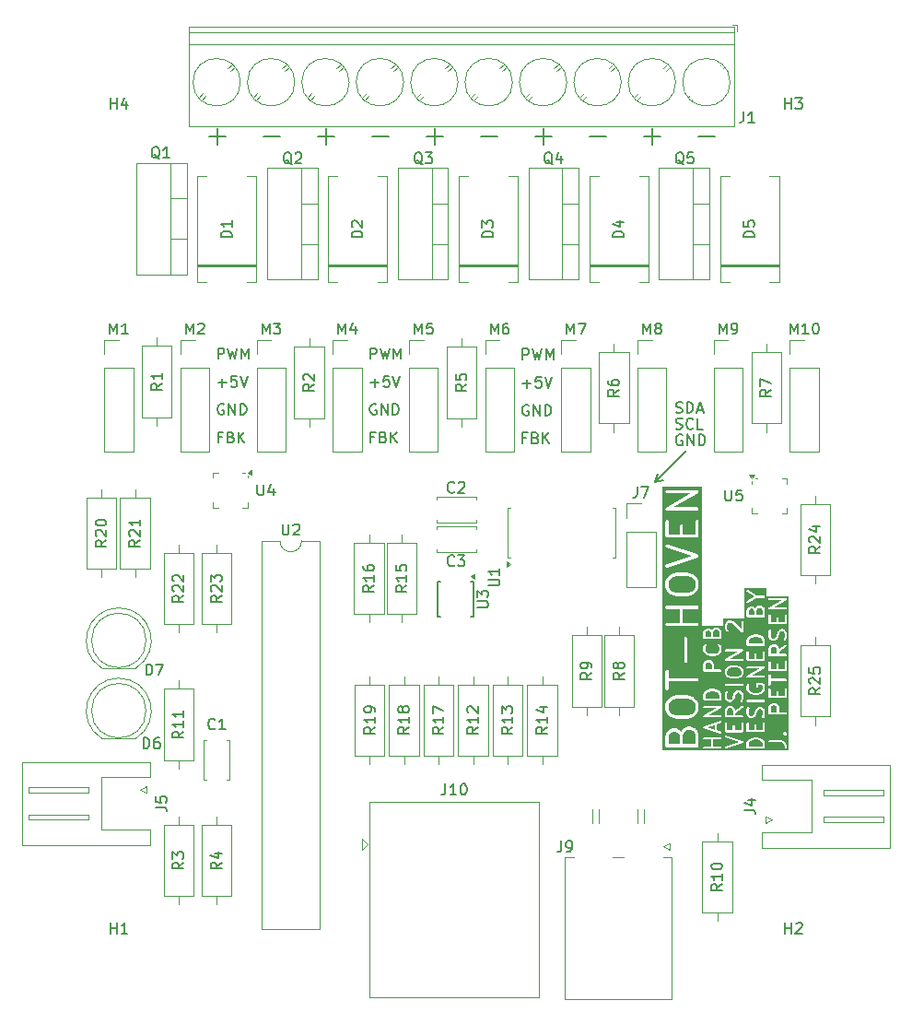
<source format=gbr>
%TF.GenerationSoftware,KiCad,Pcbnew,8.0.4*%
%TF.CreationDate,2025-03-05T00:33:19-06:00*%
%TF.ProjectId,hand_pcb,68616e64-5f70-4636-922e-6b696361645f,rev?*%
%TF.SameCoordinates,Original*%
%TF.FileFunction,Legend,Top*%
%TF.FilePolarity,Positive*%
%FSLAX46Y46*%
G04 Gerber Fmt 4.6, Leading zero omitted, Abs format (unit mm)*
G04 Created by KiCad (PCBNEW 8.0.4) date 2025-03-05 00:33:19*
%MOMM*%
%LPD*%
G01*
G04 APERTURE LIST*
%ADD10C,0.200000*%
%ADD11C,0.300000*%
%ADD12C,0.150000*%
%ADD13C,0.120000*%
G04 APERTURE END LIST*
D10*
X200304533Y-76720585D02*
X201080475Y-76517294D01*
X203147973Y-73887405D02*
X200304533Y-76720585D01*
X200304533Y-76720585D02*
X200496051Y-75936819D01*
X204288829Y-44982933D02*
X205812639Y-44982933D01*
X174119673Y-67600839D02*
X174881578Y-67600839D01*
X174500625Y-67981792D02*
X174500625Y-67219887D01*
X175833958Y-66981792D02*
X175357768Y-66981792D01*
X175357768Y-66981792D02*
X175310149Y-67457982D01*
X175310149Y-67457982D02*
X175357768Y-67410363D01*
X175357768Y-67410363D02*
X175453006Y-67362744D01*
X175453006Y-67362744D02*
X175691101Y-67362744D01*
X175691101Y-67362744D02*
X175786339Y-67410363D01*
X175786339Y-67410363D02*
X175833958Y-67457982D01*
X175833958Y-67457982D02*
X175881577Y-67553220D01*
X175881577Y-67553220D02*
X175881577Y-67791315D01*
X175881577Y-67791315D02*
X175833958Y-67886553D01*
X175833958Y-67886553D02*
X175786339Y-67934173D01*
X175786339Y-67934173D02*
X175691101Y-67981792D01*
X175691101Y-67981792D02*
X175453006Y-67981792D01*
X175453006Y-67981792D02*
X175357768Y-67934173D01*
X175357768Y-67934173D02*
X175310149Y-67886553D01*
X176167292Y-66981792D02*
X176500625Y-67981792D01*
X176500625Y-67981792D02*
X176833958Y-66981792D01*
X159269067Y-44982933D02*
X160792877Y-44982933D01*
X160030972Y-45744838D02*
X160030972Y-44221028D01*
X179277847Y-44982933D02*
X180801657Y-44982933D01*
X180039752Y-45744838D02*
X180039752Y-44221028D01*
X194284432Y-44982933D02*
X195808242Y-44982933D01*
X202781344Y-72414380D02*
X202686106Y-72366761D01*
X202686106Y-72366761D02*
X202543249Y-72366761D01*
X202543249Y-72366761D02*
X202400392Y-72414380D01*
X202400392Y-72414380D02*
X202305154Y-72509618D01*
X202305154Y-72509618D02*
X202257535Y-72604856D01*
X202257535Y-72604856D02*
X202209916Y-72795332D01*
X202209916Y-72795332D02*
X202209916Y-72938189D01*
X202209916Y-72938189D02*
X202257535Y-73128665D01*
X202257535Y-73128665D02*
X202305154Y-73223903D01*
X202305154Y-73223903D02*
X202400392Y-73319142D01*
X202400392Y-73319142D02*
X202543249Y-73366761D01*
X202543249Y-73366761D02*
X202638487Y-73366761D01*
X202638487Y-73366761D02*
X202781344Y-73319142D01*
X202781344Y-73319142D02*
X202828963Y-73271522D01*
X202828963Y-73271522D02*
X202828963Y-72938189D01*
X202828963Y-72938189D02*
X202638487Y-72938189D01*
X203257535Y-73366761D02*
X203257535Y-72366761D01*
X203257535Y-72366761D02*
X203828963Y-73366761D01*
X203828963Y-73366761D02*
X203828963Y-72366761D01*
X204305154Y-73366761D02*
X204305154Y-72366761D01*
X204305154Y-72366761D02*
X204543249Y-72366761D01*
X204543249Y-72366761D02*
X204686106Y-72414380D01*
X204686106Y-72414380D02*
X204781344Y-72509618D01*
X204781344Y-72509618D02*
X204828963Y-72604856D01*
X204828963Y-72604856D02*
X204876582Y-72795332D01*
X204876582Y-72795332D02*
X204876582Y-72938189D01*
X204876582Y-72938189D02*
X204828963Y-73128665D01*
X204828963Y-73128665D02*
X204781344Y-73223903D01*
X204781344Y-73223903D02*
X204686106Y-73319142D01*
X204686106Y-73319142D02*
X204543249Y-73366761D01*
X204543249Y-73366761D02*
X204305154Y-73366761D01*
X189282237Y-44982933D02*
X190806047Y-44982933D01*
X190044142Y-45744838D02*
X190044142Y-44221028D01*
G36*
X211396850Y-97269138D02*
G01*
X211445330Y-97317618D01*
X211498944Y-97424845D01*
X211498944Y-97872668D01*
X210913230Y-97872668D01*
X210913230Y-97424847D01*
X210966846Y-97317615D01*
X211015322Y-97269138D01*
X211122551Y-97215525D01*
X211289623Y-97215525D01*
X211396850Y-97269138D01*
G37*
G36*
X211396850Y-91911995D02*
G01*
X211445330Y-91960475D01*
X211498944Y-92067702D01*
X211498944Y-92515525D01*
X210913230Y-92515525D01*
X210913230Y-92067704D01*
X210966846Y-91960472D01*
X211015322Y-91911995D01*
X211122551Y-91858382D01*
X211289623Y-91858382D01*
X211396850Y-91911995D01*
G37*
G36*
X212579897Y-101380271D02*
G01*
X210546563Y-101380271D01*
X210546563Y-100524587D01*
X210715151Y-100524587D01*
X210715151Y-100563605D01*
X210730083Y-100599653D01*
X210757673Y-100627243D01*
X210793721Y-100642175D01*
X210813230Y-100644096D01*
X211868432Y-100644096D01*
X212044926Y-100702927D01*
X212154399Y-100812400D01*
X212213230Y-100988893D01*
X212213230Y-101115525D01*
X212215151Y-101135034D01*
X212230083Y-101171082D01*
X212257673Y-101198672D01*
X212293721Y-101213604D01*
X212332739Y-101213604D01*
X212368787Y-101198672D01*
X212396377Y-101171082D01*
X212411309Y-101135034D01*
X212413230Y-101115525D01*
X212413230Y-100972668D01*
X212412257Y-100962794D01*
X212412445Y-100960161D01*
X212411657Y-100956697D01*
X212411309Y-100953159D01*
X212410297Y-100950716D01*
X212408098Y-100941045D01*
X212336670Y-100726759D01*
X212328679Y-100708859D01*
X212326323Y-100706143D01*
X212324949Y-100702824D01*
X212312512Y-100687671D01*
X212169654Y-100544814D01*
X212154501Y-100532378D01*
X212151182Y-100531003D01*
X212148467Y-100528648D01*
X212130567Y-100520657D01*
X211916282Y-100449228D01*
X211906609Y-100447028D01*
X211904168Y-100446017D01*
X211900630Y-100445668D01*
X211897167Y-100444881D01*
X211894532Y-100445068D01*
X211884659Y-100444096D01*
X210813230Y-100444096D01*
X210793721Y-100446017D01*
X210757673Y-100460949D01*
X210730083Y-100488539D01*
X210715151Y-100524587D01*
X210546563Y-100524587D01*
X210546563Y-99810302D01*
X212072294Y-99810302D01*
X212072294Y-99849320D01*
X212081041Y-99870437D01*
X212087226Y-99885369D01*
X212099663Y-99900522D01*
X212171092Y-99971950D01*
X212186245Y-99984387D01*
X212211735Y-99994944D01*
X212222293Y-99999318D01*
X212222294Y-99999318D01*
X212261311Y-99999318D01*
X212282428Y-99990570D01*
X212297360Y-99984386D01*
X212297364Y-99984381D01*
X212312513Y-99971950D01*
X212383940Y-99900522D01*
X212396377Y-99885369D01*
X212400750Y-99874810D01*
X212411309Y-99849320D01*
X212411309Y-99810302D01*
X212397884Y-99777891D01*
X212396378Y-99774254D01*
X212383941Y-99759101D01*
X212312513Y-99687672D01*
X212297360Y-99675235D01*
X212282428Y-99669050D01*
X212261311Y-99660303D01*
X212222293Y-99660303D01*
X212211735Y-99664676D01*
X212186245Y-99675234D01*
X212186239Y-99675239D01*
X212171091Y-99687671D01*
X212099662Y-99759100D01*
X212087230Y-99774248D01*
X212087225Y-99774254D01*
X212085719Y-99777891D01*
X212072294Y-99810302D01*
X210546563Y-99810302D01*
X210546563Y-97401239D01*
X210713230Y-97401239D01*
X210713230Y-97972668D01*
X210715151Y-97992177D01*
X210730083Y-98028225D01*
X210757673Y-98055815D01*
X210793721Y-98070747D01*
X210813230Y-98072668D01*
X212313230Y-98072668D01*
X212332739Y-98070747D01*
X212368787Y-98055815D01*
X212396377Y-98028225D01*
X212411309Y-97992177D01*
X212411309Y-97953159D01*
X212396377Y-97917111D01*
X212368787Y-97889521D01*
X212332739Y-97874589D01*
X212313230Y-97872668D01*
X211698944Y-97872668D01*
X211698944Y-97401239D01*
X211697023Y-97381730D01*
X211695647Y-97378409D01*
X211695393Y-97374827D01*
X211688387Y-97356518D01*
X211616959Y-97213661D01*
X211611673Y-97205264D01*
X211610663Y-97202825D01*
X211608409Y-97200078D01*
X211606516Y-97197071D01*
X211604521Y-97195341D01*
X211598227Y-97187671D01*
X211526798Y-97116242D01*
X211519131Y-97109950D01*
X211517399Y-97107953D01*
X211514387Y-97106057D01*
X211511644Y-97103806D01*
X211509206Y-97102796D01*
X211500808Y-97097510D01*
X211357951Y-97026082D01*
X211339643Y-97019076D01*
X211336059Y-97018821D01*
X211332739Y-97017446D01*
X211313230Y-97015525D01*
X211098944Y-97015525D01*
X211079435Y-97017446D01*
X211076114Y-97018821D01*
X211072532Y-97019076D01*
X211054223Y-97026082D01*
X210911366Y-97097510D01*
X210902970Y-97102794D01*
X210900529Y-97103806D01*
X210897781Y-97106061D01*
X210894776Y-97107953D01*
X210893045Y-97109947D01*
X210885376Y-97116243D01*
X210813948Y-97187672D01*
X210807655Y-97195338D01*
X210805659Y-97197070D01*
X210803765Y-97200077D01*
X210801511Y-97202825D01*
X210800499Y-97205266D01*
X210795216Y-97213661D01*
X210723787Y-97356517D01*
X210716781Y-97374826D01*
X210716526Y-97378409D01*
X210715151Y-97381730D01*
X210713230Y-97401239D01*
X210546563Y-97401239D01*
X210546563Y-95758382D01*
X210713230Y-95758382D01*
X210713230Y-96472668D01*
X210715151Y-96492177D01*
X210730083Y-96528225D01*
X210757673Y-96555815D01*
X210793721Y-96570747D01*
X210813230Y-96572668D01*
X212313230Y-96572668D01*
X212332739Y-96570747D01*
X212368787Y-96555815D01*
X212396377Y-96528225D01*
X212411309Y-96492177D01*
X212413230Y-96472668D01*
X212413230Y-95758382D01*
X212411309Y-95738873D01*
X212396377Y-95702825D01*
X212368787Y-95675235D01*
X212332739Y-95660303D01*
X212293721Y-95660303D01*
X212257673Y-95675235D01*
X212230083Y-95702825D01*
X212215151Y-95738873D01*
X212213230Y-95758382D01*
X212213230Y-96372668D01*
X211627516Y-96372668D01*
X211627516Y-95972668D01*
X211625595Y-95953159D01*
X211610663Y-95917111D01*
X211583073Y-95889521D01*
X211547025Y-95874589D01*
X211508007Y-95874589D01*
X211471959Y-95889521D01*
X211444369Y-95917111D01*
X211429437Y-95953159D01*
X211427516Y-95972668D01*
X211427516Y-96372668D01*
X210913230Y-96372668D01*
X210913230Y-95758382D01*
X210911309Y-95738873D01*
X210896377Y-95702825D01*
X210868787Y-95675235D01*
X210832739Y-95660303D01*
X210793721Y-95660303D01*
X210757673Y-95675235D01*
X210730083Y-95702825D01*
X210715151Y-95738873D01*
X210713230Y-95758382D01*
X210546563Y-95758382D01*
X210546563Y-94472668D01*
X210713230Y-94472668D01*
X210713230Y-95329810D01*
X210715151Y-95349319D01*
X210730083Y-95385367D01*
X210757673Y-95412957D01*
X210793721Y-95427889D01*
X210832739Y-95427889D01*
X210868787Y-95412957D01*
X210896377Y-95385367D01*
X210911309Y-95349319D01*
X210913230Y-95329810D01*
X210913230Y-95001239D01*
X212313230Y-95001239D01*
X212332739Y-94999318D01*
X212368787Y-94984386D01*
X212396377Y-94956796D01*
X212411309Y-94920748D01*
X212411309Y-94881730D01*
X212396377Y-94845682D01*
X212368787Y-94818092D01*
X212332739Y-94803160D01*
X212313230Y-94801239D01*
X210913230Y-94801239D01*
X210913230Y-94472668D01*
X210911309Y-94453159D01*
X210896377Y-94417111D01*
X210868787Y-94389521D01*
X210832739Y-94374589D01*
X210793721Y-94374589D01*
X210757673Y-94389521D01*
X210730083Y-94417111D01*
X210715151Y-94453159D01*
X210713230Y-94472668D01*
X210546563Y-94472668D01*
X210546563Y-93258382D01*
X210713230Y-93258382D01*
X210713230Y-93972668D01*
X210715151Y-93992177D01*
X210730083Y-94028225D01*
X210757673Y-94055815D01*
X210793721Y-94070747D01*
X210813230Y-94072668D01*
X212313230Y-94072668D01*
X212332739Y-94070747D01*
X212368787Y-94055815D01*
X212396377Y-94028225D01*
X212411309Y-93992177D01*
X212413230Y-93972668D01*
X212413230Y-93258382D01*
X212411309Y-93238873D01*
X212396377Y-93202825D01*
X212368787Y-93175235D01*
X212332739Y-93160303D01*
X212293721Y-93160303D01*
X212257673Y-93175235D01*
X212230083Y-93202825D01*
X212215151Y-93238873D01*
X212213230Y-93258382D01*
X212213230Y-93872668D01*
X211627516Y-93872668D01*
X211627516Y-93472668D01*
X211625595Y-93453159D01*
X211610663Y-93417111D01*
X211583073Y-93389521D01*
X211547025Y-93374589D01*
X211508007Y-93374589D01*
X211471959Y-93389521D01*
X211444369Y-93417111D01*
X211429437Y-93453159D01*
X211427516Y-93472668D01*
X211427516Y-93872668D01*
X210913230Y-93872668D01*
X210913230Y-93258382D01*
X210911309Y-93238873D01*
X210896377Y-93202825D01*
X210868787Y-93175235D01*
X210832739Y-93160303D01*
X210793721Y-93160303D01*
X210757673Y-93175235D01*
X210730083Y-93202825D01*
X210715151Y-93238873D01*
X210713230Y-93258382D01*
X210546563Y-93258382D01*
X210546563Y-92044096D01*
X210713230Y-92044096D01*
X210713230Y-92615525D01*
X210715151Y-92635034D01*
X210730083Y-92671082D01*
X210757673Y-92698672D01*
X210793721Y-92713604D01*
X210813230Y-92715525D01*
X212313230Y-92715525D01*
X212332739Y-92713604D01*
X212368787Y-92698672D01*
X212396377Y-92671082D01*
X212411309Y-92635034D01*
X212411309Y-92596016D01*
X212396377Y-92559968D01*
X212368787Y-92532378D01*
X212332739Y-92517446D01*
X212313230Y-92515525D01*
X211698944Y-92515525D01*
X211698944Y-92310447D01*
X212370576Y-91840305D01*
X212385457Y-91827544D01*
X212406426Y-91794639D01*
X212413206Y-91756214D01*
X212404767Y-91718120D01*
X212382392Y-91686155D01*
X212349487Y-91665186D01*
X212311062Y-91658406D01*
X212272968Y-91666845D01*
X212255884Y-91676459D01*
X211698944Y-92066316D01*
X211698944Y-92044096D01*
X211697023Y-92024587D01*
X211695647Y-92021266D01*
X211695393Y-92017684D01*
X211688387Y-91999375D01*
X211616959Y-91856518D01*
X211611673Y-91848121D01*
X211610663Y-91845682D01*
X211608409Y-91842935D01*
X211606516Y-91839928D01*
X211604521Y-91838198D01*
X211598227Y-91830528D01*
X211526798Y-91759099D01*
X211519131Y-91752807D01*
X211517399Y-91750810D01*
X211514387Y-91748914D01*
X211511644Y-91746663D01*
X211509206Y-91745653D01*
X211500808Y-91740367D01*
X211357951Y-91668939D01*
X211339643Y-91661933D01*
X211336059Y-91661678D01*
X211332739Y-91660303D01*
X211313230Y-91658382D01*
X211098944Y-91658382D01*
X211079435Y-91660303D01*
X211076114Y-91661678D01*
X211072532Y-91661933D01*
X211054223Y-91668939D01*
X210911366Y-91740367D01*
X210902970Y-91745651D01*
X210900529Y-91746663D01*
X210897781Y-91748918D01*
X210894776Y-91750810D01*
X210893045Y-91752804D01*
X210885376Y-91759100D01*
X210813948Y-91830529D01*
X210807655Y-91838195D01*
X210805659Y-91839927D01*
X210803765Y-91842934D01*
X210801511Y-91845682D01*
X210800499Y-91848123D01*
X210795216Y-91856518D01*
X210723787Y-91999374D01*
X210716781Y-92017683D01*
X210716526Y-92021266D01*
X210715151Y-92024587D01*
X210713230Y-92044096D01*
X210546563Y-92044096D01*
X210546563Y-90544096D01*
X210713230Y-90544096D01*
X210713230Y-90901239D01*
X210715151Y-90920748D01*
X210716526Y-90924068D01*
X210716781Y-90927652D01*
X210723787Y-90945961D01*
X210795216Y-91088817D01*
X210800499Y-91097211D01*
X210801511Y-91099653D01*
X210803765Y-91102400D01*
X210805659Y-91105408D01*
X210807655Y-91107139D01*
X210813948Y-91114806D01*
X210885376Y-91186235D01*
X210893045Y-91192530D01*
X210894776Y-91194525D01*
X210897781Y-91196416D01*
X210900529Y-91198672D01*
X210902970Y-91199683D01*
X210911366Y-91204968D01*
X211054223Y-91276396D01*
X211072532Y-91283402D01*
X211076114Y-91283656D01*
X211079435Y-91285032D01*
X211098944Y-91286953D01*
X211241802Y-91286953D01*
X211261311Y-91285032D01*
X211264631Y-91283656D01*
X211268215Y-91283402D01*
X211286523Y-91276396D01*
X211429380Y-91204968D01*
X211437776Y-91199682D01*
X211440217Y-91198672D01*
X211442962Y-91196418D01*
X211445971Y-91194525D01*
X211447703Y-91192527D01*
X211455370Y-91186235D01*
X211526798Y-91114806D01*
X211533090Y-91107139D01*
X211535087Y-91105408D01*
X211536980Y-91102399D01*
X211539235Y-91099653D01*
X211540245Y-91097212D01*
X211545530Y-91088818D01*
X211616959Y-90945961D01*
X211617505Y-90944532D01*
X211617935Y-90943953D01*
X211620853Y-90935782D01*
X211623965Y-90927652D01*
X211624016Y-90926929D01*
X211624530Y-90925492D01*
X211693294Y-90650431D01*
X211752558Y-90531904D01*
X211801038Y-90483424D01*
X211908266Y-90429810D01*
X212003908Y-90429810D01*
X212111136Y-90483424D01*
X212159616Y-90531904D01*
X212213230Y-90639131D01*
X212213230Y-90956441D01*
X212146934Y-91155330D01*
X212142587Y-91174446D01*
X212145353Y-91213366D01*
X212162803Y-91248265D01*
X212192279Y-91273830D01*
X212229295Y-91286168D01*
X212268215Y-91283402D01*
X212303114Y-91265952D01*
X212328679Y-91236476D01*
X212336670Y-91218576D01*
X212408098Y-91004291D01*
X212410297Y-90994619D01*
X212411309Y-90992177D01*
X212411657Y-90988638D01*
X212412445Y-90985175D01*
X212412257Y-90982541D01*
X212413230Y-90972668D01*
X212413230Y-90615525D01*
X212411309Y-90596016D01*
X212409933Y-90592695D01*
X212409679Y-90589113D01*
X212402673Y-90570804D01*
X212331245Y-90427947D01*
X212325959Y-90419550D01*
X212324949Y-90417111D01*
X212322695Y-90414364D01*
X212320802Y-90411357D01*
X212318807Y-90409627D01*
X212312513Y-90401957D01*
X212241084Y-90330528D01*
X212233417Y-90324236D01*
X212231685Y-90322239D01*
X212228673Y-90320343D01*
X212225930Y-90318092D01*
X212223492Y-90317082D01*
X212215094Y-90311796D01*
X212072238Y-90240367D01*
X212053929Y-90233361D01*
X212050345Y-90233106D01*
X212047025Y-90231731D01*
X212027516Y-90229810D01*
X211884659Y-90229810D01*
X211865150Y-90231731D01*
X211861829Y-90233106D01*
X211858246Y-90233361D01*
X211839937Y-90240367D01*
X211697080Y-90311796D01*
X211688681Y-90317082D01*
X211686245Y-90318092D01*
X211683501Y-90320343D01*
X211680490Y-90322239D01*
X211678757Y-90324236D01*
X211671091Y-90330528D01*
X211599662Y-90401957D01*
X211593370Y-90409623D01*
X211591373Y-90411356D01*
X211589477Y-90414367D01*
X211587226Y-90417111D01*
X211586216Y-90419548D01*
X211580930Y-90427947D01*
X211509501Y-90570803D01*
X211508954Y-90572231D01*
X211508525Y-90572811D01*
X211505606Y-90580981D01*
X211502495Y-90589112D01*
X211502443Y-90589834D01*
X211501930Y-90591272D01*
X211433165Y-90866333D01*
X211373900Y-90984862D01*
X211325423Y-91033339D01*
X211218195Y-91086953D01*
X211122551Y-91086953D01*
X211015322Y-91033339D01*
X210966846Y-90984862D01*
X210913230Y-90877630D01*
X210913230Y-90560323D01*
X210979527Y-90361433D01*
X210983874Y-90342318D01*
X210981108Y-90303398D01*
X210963658Y-90268499D01*
X210934182Y-90242934D01*
X210897166Y-90230595D01*
X210858246Y-90233361D01*
X210823347Y-90250811D01*
X210797782Y-90280287D01*
X210789791Y-90298187D01*
X210718362Y-90512473D01*
X210716162Y-90522145D01*
X210715151Y-90524587D01*
X210714802Y-90528124D01*
X210714015Y-90531588D01*
X210714202Y-90534222D01*
X210713230Y-90544096D01*
X210546563Y-90544096D01*
X210546563Y-88972668D01*
X210713230Y-88972668D01*
X210713230Y-89686954D01*
X210715151Y-89706463D01*
X210730083Y-89742511D01*
X210757673Y-89770101D01*
X210793721Y-89785033D01*
X210813230Y-89786954D01*
X212313230Y-89786954D01*
X212332739Y-89785033D01*
X212368787Y-89770101D01*
X212396377Y-89742511D01*
X212411309Y-89706463D01*
X212413230Y-89686954D01*
X212413230Y-88972668D01*
X212411309Y-88953159D01*
X212396377Y-88917111D01*
X212368787Y-88889521D01*
X212332739Y-88874589D01*
X212293721Y-88874589D01*
X212257673Y-88889521D01*
X212230083Y-88917111D01*
X212215151Y-88953159D01*
X212213230Y-88972668D01*
X212213230Y-89586954D01*
X211627516Y-89586954D01*
X211627516Y-89186954D01*
X211625595Y-89167445D01*
X211610663Y-89131397D01*
X211583073Y-89103807D01*
X211547025Y-89088875D01*
X211508007Y-89088875D01*
X211471959Y-89103807D01*
X211444369Y-89131397D01*
X211429437Y-89167445D01*
X211427516Y-89186954D01*
X211427516Y-89586954D01*
X210913230Y-89586954D01*
X210913230Y-88972668D01*
X210911309Y-88953159D01*
X210896377Y-88917111D01*
X210868787Y-88889521D01*
X210832739Y-88874589D01*
X210793721Y-88874589D01*
X210757673Y-88889521D01*
X210730083Y-88917111D01*
X210715151Y-88953159D01*
X210713230Y-88972668D01*
X210546563Y-88972668D01*
X210546563Y-88322826D01*
X210713474Y-88322826D01*
X210715151Y-88336019D01*
X210715151Y-88349320D01*
X210717590Y-88355208D01*
X210718394Y-88361533D01*
X210724994Y-88373082D01*
X210730083Y-88385368D01*
X210734590Y-88389875D01*
X210737753Y-88395410D01*
X210748267Y-88403552D01*
X210757673Y-88412958D01*
X210763563Y-88415397D01*
X210768602Y-88419300D01*
X210781430Y-88422798D01*
X210793721Y-88427890D01*
X210803698Y-88428872D01*
X210806245Y-88429567D01*
X210808212Y-88429316D01*
X210813230Y-88429811D01*
X212313230Y-88429811D01*
X212332739Y-88427890D01*
X212368787Y-88412958D01*
X212396377Y-88385368D01*
X212411309Y-88349320D01*
X212411309Y-88310302D01*
X212396377Y-88274254D01*
X212368787Y-88246664D01*
X212332739Y-88231732D01*
X212313230Y-88229811D01*
X211189786Y-88229811D01*
X212362844Y-87559492D01*
X212366955Y-87556573D01*
X212368787Y-87555815D01*
X212370652Y-87553949D01*
X212378830Y-87548145D01*
X212386976Y-87537625D01*
X212396377Y-87528225D01*
X212398815Y-87522337D01*
X212402720Y-87517296D01*
X212406219Y-87504463D01*
X212411309Y-87492177D01*
X212411309Y-87485801D01*
X212412986Y-87479652D01*
X212411309Y-87466458D01*
X212411309Y-87453159D01*
X212408869Y-87447270D01*
X212408066Y-87440946D01*
X212401465Y-87429394D01*
X212396377Y-87417111D01*
X212391871Y-87412605D01*
X212388707Y-87407068D01*
X212378187Y-87398921D01*
X212368787Y-87389521D01*
X212362899Y-87387082D01*
X212357858Y-87383178D01*
X212345025Y-87379678D01*
X212332739Y-87374589D01*
X212322761Y-87373606D01*
X212320215Y-87372912D01*
X212318247Y-87373162D01*
X212313230Y-87372668D01*
X210813230Y-87372668D01*
X210793721Y-87374589D01*
X210757673Y-87389521D01*
X210730083Y-87417111D01*
X210715151Y-87453159D01*
X210715151Y-87492177D01*
X210730083Y-87528225D01*
X210757673Y-87555815D01*
X210793721Y-87570747D01*
X210813230Y-87572668D01*
X211936674Y-87572668D01*
X210763616Y-88242987D01*
X210759505Y-88245905D01*
X210757673Y-88246664D01*
X210755806Y-88248530D01*
X210747631Y-88254334D01*
X210739488Y-88264848D01*
X210730083Y-88274254D01*
X210727643Y-88280144D01*
X210723741Y-88285183D01*
X210720242Y-88298011D01*
X210715151Y-88310302D01*
X210715151Y-88316677D01*
X210713474Y-88322826D01*
X210546563Y-88322826D01*
X210546563Y-87206001D01*
X212579897Y-87206001D01*
X212579897Y-101380271D01*
G37*
X184280042Y-44982933D02*
X185803852Y-44982933D01*
X169273457Y-44982933D02*
X170797267Y-44982933D01*
X170035362Y-45744838D02*
X170035362Y-44221028D01*
X188119673Y-65481793D02*
X188119673Y-64481793D01*
X188119673Y-64481793D02*
X188500625Y-64481793D01*
X188500625Y-64481793D02*
X188595863Y-64529412D01*
X188595863Y-64529412D02*
X188643482Y-64577031D01*
X188643482Y-64577031D02*
X188691101Y-64672269D01*
X188691101Y-64672269D02*
X188691101Y-64815126D01*
X188691101Y-64815126D02*
X188643482Y-64910364D01*
X188643482Y-64910364D02*
X188595863Y-64957983D01*
X188595863Y-64957983D02*
X188500625Y-65005602D01*
X188500625Y-65005602D02*
X188119673Y-65005602D01*
X189024435Y-64481793D02*
X189262530Y-65481793D01*
X189262530Y-65481793D02*
X189453006Y-64767507D01*
X189453006Y-64767507D02*
X189643482Y-65481793D01*
X189643482Y-65481793D02*
X189881578Y-64481793D01*
X190262530Y-65481793D02*
X190262530Y-64481793D01*
X190262530Y-64481793D02*
X190595863Y-65196078D01*
X190595863Y-65196078D02*
X190929196Y-64481793D01*
X190929196Y-64481793D02*
X190929196Y-65481793D01*
G36*
X209905272Y-100422583D02*
G01*
X210023802Y-100481848D01*
X210138491Y-100596537D01*
X210197322Y-100773030D01*
X210197322Y-101013948D01*
X208897322Y-101013948D01*
X208897322Y-100773032D01*
X208956153Y-100596538D01*
X209070842Y-100481848D01*
X209189370Y-100422583D01*
X209452488Y-100356805D01*
X209642156Y-100356805D01*
X209905272Y-100422583D01*
G37*
G36*
X209905272Y-90994011D02*
G01*
X210023802Y-91053276D01*
X210138491Y-91167965D01*
X210197322Y-91344458D01*
X210197322Y-91585376D01*
X208897322Y-91585376D01*
X208897322Y-91344460D01*
X208956153Y-91167966D01*
X209070842Y-91053276D01*
X209189370Y-90994011D01*
X209452488Y-90928233D01*
X209642156Y-90928233D01*
X209905272Y-90994011D01*
G37*
G36*
X209309516Y-88410419D02*
G01*
X209357992Y-88458895D01*
X209411608Y-88566126D01*
X209411608Y-88942519D01*
X208897322Y-88942519D01*
X208897322Y-88566127D01*
X208950938Y-88458895D01*
X208999413Y-88410419D01*
X209106643Y-88356804D01*
X209202286Y-88356804D01*
X209309516Y-88410419D01*
G37*
G36*
X210095228Y-88338989D02*
G01*
X210143708Y-88387469D01*
X210197322Y-88494696D01*
X210197322Y-88942519D01*
X209611608Y-88942519D01*
X209611608Y-88558745D01*
X209670438Y-88382252D01*
X209713701Y-88338989D01*
X209820929Y-88285376D01*
X209988001Y-88285376D01*
X210095228Y-88338989D01*
G37*
G36*
X210563989Y-101380615D02*
G01*
X208530655Y-101380615D01*
X208530655Y-100756805D01*
X208697322Y-100756805D01*
X208697322Y-101113948D01*
X208699243Y-101133457D01*
X208714175Y-101169505D01*
X208741765Y-101197095D01*
X208777813Y-101212027D01*
X208797322Y-101213948D01*
X210297322Y-101213948D01*
X210316831Y-101212027D01*
X210352879Y-101197095D01*
X210380469Y-101169505D01*
X210395401Y-101133457D01*
X210397322Y-101113948D01*
X210397322Y-100756805D01*
X210396349Y-100746931D01*
X210396537Y-100744298D01*
X210395749Y-100740834D01*
X210395401Y-100737296D01*
X210394389Y-100734853D01*
X210392190Y-100725182D01*
X210320762Y-100510896D01*
X210312771Y-100492996D01*
X210310415Y-100490280D01*
X210309041Y-100486961D01*
X210296604Y-100471808D01*
X210153746Y-100328951D01*
X210146081Y-100322660D01*
X210144348Y-100320662D01*
X210141335Y-100318766D01*
X210138593Y-100316515D01*
X210136155Y-100315505D01*
X210127757Y-100310219D01*
X209984901Y-100238790D01*
X209983472Y-100238243D01*
X209982893Y-100237814D01*
X209974722Y-100234895D01*
X209966592Y-100231784D01*
X209965869Y-100231732D01*
X209964432Y-100231219D01*
X209678718Y-100159791D01*
X209675338Y-100159291D01*
X209673974Y-100158726D01*
X209666622Y-100158002D01*
X209659326Y-100156923D01*
X209657867Y-100157140D01*
X209654465Y-100156805D01*
X209440179Y-100156805D01*
X209436776Y-100157140D01*
X209435318Y-100156923D01*
X209428020Y-100158002D01*
X209420670Y-100158726D01*
X209419306Y-100159290D01*
X209415925Y-100159791D01*
X209130212Y-100231219D01*
X209128774Y-100231732D01*
X209128052Y-100231784D01*
X209119921Y-100234895D01*
X209111751Y-100237814D01*
X209111171Y-100238243D01*
X209109743Y-100238790D01*
X208966886Y-100310219D01*
X208958488Y-100315504D01*
X208956050Y-100316515D01*
X208953305Y-100318767D01*
X208950296Y-100320662D01*
X208948563Y-100322659D01*
X208940897Y-100328952D01*
X208798040Y-100471808D01*
X208785604Y-100486962D01*
X208784229Y-100490280D01*
X208781874Y-100492996D01*
X208773883Y-100510896D01*
X208702454Y-100725182D01*
X208700254Y-100734854D01*
X208699243Y-100737296D01*
X208698894Y-100740833D01*
X208698107Y-100744297D01*
X208698294Y-100746931D01*
X208697322Y-100756805D01*
X208530655Y-100756805D01*
X208530655Y-98899662D01*
X208697322Y-98899662D01*
X208697322Y-99613948D01*
X208699243Y-99633457D01*
X208714175Y-99669505D01*
X208741765Y-99697095D01*
X208777813Y-99712027D01*
X208797322Y-99713948D01*
X210297322Y-99713948D01*
X210316831Y-99712027D01*
X210352879Y-99697095D01*
X210380469Y-99669505D01*
X210395401Y-99633457D01*
X210397322Y-99613948D01*
X210397322Y-98899662D01*
X210395401Y-98880153D01*
X210380469Y-98844105D01*
X210352879Y-98816515D01*
X210316831Y-98801583D01*
X210277813Y-98801583D01*
X210241765Y-98816515D01*
X210214175Y-98844105D01*
X210199243Y-98880153D01*
X210197322Y-98899662D01*
X210197322Y-99513948D01*
X209611608Y-99513948D01*
X209611608Y-99113948D01*
X209609687Y-99094439D01*
X209594755Y-99058391D01*
X209567165Y-99030801D01*
X209531117Y-99015869D01*
X209492099Y-99015869D01*
X209456051Y-99030801D01*
X209428461Y-99058391D01*
X209413529Y-99094439D01*
X209411608Y-99113948D01*
X209411608Y-99513948D01*
X208897322Y-99513948D01*
X208897322Y-98899662D01*
X208895401Y-98880153D01*
X208880469Y-98844105D01*
X208852879Y-98816515D01*
X208816831Y-98801583D01*
X208777813Y-98801583D01*
X208741765Y-98816515D01*
X208714175Y-98844105D01*
X208699243Y-98880153D01*
X208697322Y-98899662D01*
X208530655Y-98899662D01*
X208530655Y-97685376D01*
X208697322Y-97685376D01*
X208697322Y-98042519D01*
X208699243Y-98062028D01*
X208700618Y-98065348D01*
X208700873Y-98068932D01*
X208707879Y-98087241D01*
X208779308Y-98230097D01*
X208784591Y-98238491D01*
X208785603Y-98240933D01*
X208787857Y-98243680D01*
X208789751Y-98246688D01*
X208791747Y-98248419D01*
X208798040Y-98256086D01*
X208869468Y-98327515D01*
X208877137Y-98333810D01*
X208878868Y-98335805D01*
X208881873Y-98337696D01*
X208884621Y-98339952D01*
X208887062Y-98340963D01*
X208895458Y-98346248D01*
X209038315Y-98417676D01*
X209056624Y-98424682D01*
X209060206Y-98424936D01*
X209063527Y-98426312D01*
X209083036Y-98428233D01*
X209225894Y-98428233D01*
X209245403Y-98426312D01*
X209248723Y-98424936D01*
X209252307Y-98424682D01*
X209270615Y-98417676D01*
X209413472Y-98346248D01*
X209421868Y-98340962D01*
X209424309Y-98339952D01*
X209427054Y-98337698D01*
X209430063Y-98335805D01*
X209431795Y-98333807D01*
X209439462Y-98327515D01*
X209510890Y-98256086D01*
X209517182Y-98248419D01*
X209519179Y-98246688D01*
X209521072Y-98243679D01*
X209523327Y-98240933D01*
X209524337Y-98238492D01*
X209529622Y-98230098D01*
X209601051Y-98087241D01*
X209601597Y-98085812D01*
X209602027Y-98085233D01*
X209604945Y-98077062D01*
X209608057Y-98068932D01*
X209608108Y-98068209D01*
X209608622Y-98066772D01*
X209677386Y-97791711D01*
X209736650Y-97673184D01*
X209785130Y-97624704D01*
X209892358Y-97571090D01*
X209988000Y-97571090D01*
X210095228Y-97624704D01*
X210143708Y-97673184D01*
X210197322Y-97780411D01*
X210197322Y-98097721D01*
X210131026Y-98296610D01*
X210126679Y-98315726D01*
X210129445Y-98354646D01*
X210146895Y-98389545D01*
X210176371Y-98415110D01*
X210213387Y-98427448D01*
X210252307Y-98424682D01*
X210287206Y-98407232D01*
X210312771Y-98377756D01*
X210320762Y-98359856D01*
X210392190Y-98145571D01*
X210394389Y-98135899D01*
X210395401Y-98133457D01*
X210395749Y-98129918D01*
X210396537Y-98126455D01*
X210396349Y-98123821D01*
X210397322Y-98113948D01*
X210397322Y-97756805D01*
X210395401Y-97737296D01*
X210394025Y-97733975D01*
X210393771Y-97730393D01*
X210386765Y-97712084D01*
X210315337Y-97569227D01*
X210310051Y-97560830D01*
X210309041Y-97558391D01*
X210306787Y-97555644D01*
X210304894Y-97552637D01*
X210302899Y-97550907D01*
X210296605Y-97543237D01*
X210225176Y-97471808D01*
X210217509Y-97465516D01*
X210215777Y-97463519D01*
X210212765Y-97461623D01*
X210210022Y-97459372D01*
X210207584Y-97458362D01*
X210199186Y-97453076D01*
X210056330Y-97381647D01*
X210038021Y-97374641D01*
X210034437Y-97374386D01*
X210031117Y-97373011D01*
X210011608Y-97371090D01*
X209868751Y-97371090D01*
X209849242Y-97373011D01*
X209845921Y-97374386D01*
X209842338Y-97374641D01*
X209824029Y-97381647D01*
X209681172Y-97453076D01*
X209672773Y-97458362D01*
X209670337Y-97459372D01*
X209667593Y-97461623D01*
X209664582Y-97463519D01*
X209662849Y-97465516D01*
X209655183Y-97471808D01*
X209583754Y-97543237D01*
X209577462Y-97550903D01*
X209575465Y-97552636D01*
X209573569Y-97555647D01*
X209571318Y-97558391D01*
X209570308Y-97560828D01*
X209565022Y-97569227D01*
X209493593Y-97712083D01*
X209493046Y-97713511D01*
X209492617Y-97714091D01*
X209489698Y-97722261D01*
X209486587Y-97730392D01*
X209486535Y-97731114D01*
X209486022Y-97732552D01*
X209417257Y-98007613D01*
X209357992Y-98126142D01*
X209309515Y-98174619D01*
X209202287Y-98228233D01*
X209106643Y-98228233D01*
X208999414Y-98174619D01*
X208950938Y-98126142D01*
X208897322Y-98018910D01*
X208897322Y-97701603D01*
X208963619Y-97502713D01*
X208967966Y-97483598D01*
X208965200Y-97444678D01*
X208947750Y-97409779D01*
X208918274Y-97384214D01*
X208881258Y-97371875D01*
X208842338Y-97374641D01*
X208807439Y-97392091D01*
X208781874Y-97421567D01*
X208773883Y-97439467D01*
X208702454Y-97653753D01*
X208700254Y-97663425D01*
X208699243Y-97665867D01*
X208698894Y-97669404D01*
X208698107Y-97672868D01*
X208698294Y-97675502D01*
X208697322Y-97685376D01*
X208530655Y-97685376D01*
X208530655Y-96808725D01*
X208699243Y-96808725D01*
X208699243Y-96847743D01*
X208714175Y-96883791D01*
X208741765Y-96911381D01*
X208777813Y-96926313D01*
X208797322Y-96928234D01*
X210297322Y-96928234D01*
X210316831Y-96926313D01*
X210352879Y-96911381D01*
X210380469Y-96883791D01*
X210395401Y-96847743D01*
X210395401Y-96808725D01*
X210380469Y-96772677D01*
X210352879Y-96745087D01*
X210316831Y-96730155D01*
X210297322Y-96728234D01*
X208797322Y-96728234D01*
X208777813Y-96730155D01*
X208741765Y-96745087D01*
X208714175Y-96772677D01*
X208699243Y-96808725D01*
X208530655Y-96808725D01*
X208530655Y-95471091D01*
X208697322Y-95471091D01*
X208697322Y-95685376D01*
X208698294Y-95695249D01*
X208698107Y-95697884D01*
X208698894Y-95701347D01*
X208699243Y-95704885D01*
X208700254Y-95707326D01*
X208702454Y-95716999D01*
X208773883Y-95931285D01*
X208781874Y-95949185D01*
X208784229Y-95951900D01*
X208785604Y-95955219D01*
X208798040Y-95970373D01*
X208940897Y-96113229D01*
X208948563Y-96119521D01*
X208950296Y-96121519D01*
X208953305Y-96123413D01*
X208956050Y-96125666D01*
X208958488Y-96126676D01*
X208966886Y-96131962D01*
X209109743Y-96203391D01*
X209111171Y-96203937D01*
X209111751Y-96204367D01*
X209119921Y-96207285D01*
X209128052Y-96210397D01*
X209128774Y-96210448D01*
X209130212Y-96210962D01*
X209415925Y-96282390D01*
X209419306Y-96282890D01*
X209420670Y-96283455D01*
X209428020Y-96284178D01*
X209435318Y-96285258D01*
X209436776Y-96285040D01*
X209440179Y-96285376D01*
X209654465Y-96285376D01*
X209657867Y-96285040D01*
X209659326Y-96285258D01*
X209666622Y-96284178D01*
X209673974Y-96283455D01*
X209675338Y-96282889D01*
X209678718Y-96282390D01*
X209964432Y-96210962D01*
X209965869Y-96210448D01*
X209966592Y-96210397D01*
X209974722Y-96207285D01*
X209982893Y-96204367D01*
X209983472Y-96203937D01*
X209984901Y-96203391D01*
X210127757Y-96131962D01*
X210136155Y-96126675D01*
X210138593Y-96125666D01*
X210141335Y-96123414D01*
X210144348Y-96121519D01*
X210146081Y-96119520D01*
X210153746Y-96113230D01*
X210296604Y-95970373D01*
X210309041Y-95955220D01*
X210310415Y-95951900D01*
X210312771Y-95949185D01*
X210320762Y-95931285D01*
X210392190Y-95716999D01*
X210394389Y-95707327D01*
X210395401Y-95704885D01*
X210395749Y-95701346D01*
X210396537Y-95697883D01*
X210396349Y-95695249D01*
X210397322Y-95685376D01*
X210397322Y-95542519D01*
X210396349Y-95532645D01*
X210396537Y-95530012D01*
X210395749Y-95526548D01*
X210395401Y-95523010D01*
X210394389Y-95520567D01*
X210392190Y-95510896D01*
X210320762Y-95296610D01*
X210312771Y-95278710D01*
X210310416Y-95275994D01*
X210309041Y-95272675D01*
X210296604Y-95257522D01*
X210225175Y-95186094D01*
X210210022Y-95173657D01*
X210184531Y-95163099D01*
X210173974Y-95158726D01*
X210154465Y-95156805D01*
X209654465Y-95156805D01*
X209634956Y-95158726D01*
X209598908Y-95173658D01*
X209571318Y-95201248D01*
X209556386Y-95237296D01*
X209554465Y-95256805D01*
X209554465Y-95542519D01*
X209556386Y-95562028D01*
X209571318Y-95598076D01*
X209598908Y-95625666D01*
X209634956Y-95640598D01*
X209673974Y-95640598D01*
X209710022Y-95625666D01*
X209737612Y-95598076D01*
X209752544Y-95562028D01*
X209754465Y-95542519D01*
X209754465Y-95356805D01*
X210113044Y-95356805D01*
X210138491Y-95382251D01*
X210197322Y-95558744D01*
X210197322Y-95669150D01*
X210138491Y-95845643D01*
X210023802Y-95960332D01*
X209905272Y-96019597D01*
X209642156Y-96085376D01*
X209452488Y-96085376D01*
X209189370Y-96019597D01*
X209070842Y-95960332D01*
X208956153Y-95845642D01*
X208897322Y-95669148D01*
X208897322Y-95494698D01*
X208958194Y-95372954D01*
X208965200Y-95354646D01*
X208967966Y-95315726D01*
X208955627Y-95278710D01*
X208930063Y-95249233D01*
X208895164Y-95231784D01*
X208856244Y-95229018D01*
X208819228Y-95241357D01*
X208789751Y-95266921D01*
X208779308Y-95283512D01*
X208707879Y-95426370D01*
X208700873Y-95444678D01*
X208700618Y-95448261D01*
X208699243Y-95451582D01*
X208697322Y-95471091D01*
X208530655Y-95471091D01*
X208530655Y-94606963D01*
X208697566Y-94606963D01*
X208699243Y-94620156D01*
X208699243Y-94633457D01*
X208701682Y-94639345D01*
X208702486Y-94645670D01*
X208709086Y-94657219D01*
X208714175Y-94669505D01*
X208718682Y-94674012D01*
X208721845Y-94679547D01*
X208732359Y-94687689D01*
X208741765Y-94697095D01*
X208747655Y-94699534D01*
X208752694Y-94703437D01*
X208765522Y-94706935D01*
X208777813Y-94712027D01*
X208787790Y-94713009D01*
X208790337Y-94713704D01*
X208792304Y-94713453D01*
X208797322Y-94713948D01*
X210297322Y-94713948D01*
X210316831Y-94712027D01*
X210352879Y-94697095D01*
X210380469Y-94669505D01*
X210395401Y-94633457D01*
X210395401Y-94594439D01*
X210380469Y-94558391D01*
X210352879Y-94530801D01*
X210316831Y-94515869D01*
X210297322Y-94513948D01*
X209173878Y-94513948D01*
X210346936Y-93843629D01*
X210351047Y-93840710D01*
X210352879Y-93839952D01*
X210354744Y-93838086D01*
X210362922Y-93832282D01*
X210371068Y-93821762D01*
X210380469Y-93812362D01*
X210382907Y-93806474D01*
X210386812Y-93801433D01*
X210390311Y-93788600D01*
X210395401Y-93776314D01*
X210395401Y-93769938D01*
X210397078Y-93763789D01*
X210395401Y-93750595D01*
X210395401Y-93737296D01*
X210392961Y-93731407D01*
X210392158Y-93725083D01*
X210385557Y-93713531D01*
X210380469Y-93701248D01*
X210375963Y-93696742D01*
X210372799Y-93691205D01*
X210362279Y-93683058D01*
X210352879Y-93673658D01*
X210346991Y-93671219D01*
X210341950Y-93667315D01*
X210329117Y-93663815D01*
X210316831Y-93658726D01*
X210306853Y-93657743D01*
X210304307Y-93657049D01*
X210302339Y-93657299D01*
X210297322Y-93656805D01*
X208797322Y-93656805D01*
X208777813Y-93658726D01*
X208741765Y-93673658D01*
X208714175Y-93701248D01*
X208699243Y-93737296D01*
X208699243Y-93776314D01*
X208714175Y-93812362D01*
X208741765Y-93839952D01*
X208777813Y-93854884D01*
X208797322Y-93856805D01*
X209920766Y-93856805D01*
X208747708Y-94527124D01*
X208743597Y-94530042D01*
X208741765Y-94530801D01*
X208739898Y-94532667D01*
X208731723Y-94538471D01*
X208723580Y-94548985D01*
X208714175Y-94558391D01*
X208711735Y-94564281D01*
X208707833Y-94569320D01*
X208704334Y-94582148D01*
X208699243Y-94594439D01*
X208699243Y-94600814D01*
X208697566Y-94606963D01*
X208530655Y-94606963D01*
X208530655Y-92328233D01*
X208697322Y-92328233D01*
X208697322Y-93042519D01*
X208699243Y-93062028D01*
X208714175Y-93098076D01*
X208741765Y-93125666D01*
X208777813Y-93140598D01*
X208797322Y-93142519D01*
X210297322Y-93142519D01*
X210316831Y-93140598D01*
X210352879Y-93125666D01*
X210380469Y-93098076D01*
X210395401Y-93062028D01*
X210397322Y-93042519D01*
X210397322Y-92328233D01*
X210395401Y-92308724D01*
X210380469Y-92272676D01*
X210352879Y-92245086D01*
X210316831Y-92230154D01*
X210277813Y-92230154D01*
X210241765Y-92245086D01*
X210214175Y-92272676D01*
X210199243Y-92308724D01*
X210197322Y-92328233D01*
X210197322Y-92942519D01*
X209611608Y-92942519D01*
X209611608Y-92542519D01*
X209609687Y-92523010D01*
X209594755Y-92486962D01*
X209567165Y-92459372D01*
X209531117Y-92444440D01*
X209492099Y-92444440D01*
X209456051Y-92459372D01*
X209428461Y-92486962D01*
X209413529Y-92523010D01*
X209411608Y-92542519D01*
X209411608Y-92942519D01*
X208897322Y-92942519D01*
X208897322Y-92328233D01*
X208895401Y-92308724D01*
X208880469Y-92272676D01*
X208852879Y-92245086D01*
X208816831Y-92230154D01*
X208777813Y-92230154D01*
X208741765Y-92245086D01*
X208714175Y-92272676D01*
X208699243Y-92308724D01*
X208697322Y-92328233D01*
X208530655Y-92328233D01*
X208530655Y-91328233D01*
X208697322Y-91328233D01*
X208697322Y-91685376D01*
X208699243Y-91704885D01*
X208714175Y-91740933D01*
X208741765Y-91768523D01*
X208777813Y-91783455D01*
X208797322Y-91785376D01*
X210297322Y-91785376D01*
X210316831Y-91783455D01*
X210352879Y-91768523D01*
X210380469Y-91740933D01*
X210395401Y-91704885D01*
X210397322Y-91685376D01*
X210397322Y-91328233D01*
X210396349Y-91318359D01*
X210396537Y-91315726D01*
X210395749Y-91312262D01*
X210395401Y-91308724D01*
X210394389Y-91306281D01*
X210392190Y-91296610D01*
X210320762Y-91082324D01*
X210312771Y-91064424D01*
X210310415Y-91061708D01*
X210309041Y-91058389D01*
X210296604Y-91043236D01*
X210153746Y-90900379D01*
X210146081Y-90894088D01*
X210144348Y-90892090D01*
X210141335Y-90890194D01*
X210138593Y-90887943D01*
X210136155Y-90886933D01*
X210127757Y-90881647D01*
X209984901Y-90810218D01*
X209983472Y-90809671D01*
X209982893Y-90809242D01*
X209974722Y-90806323D01*
X209966592Y-90803212D01*
X209965869Y-90803160D01*
X209964432Y-90802647D01*
X209678718Y-90731219D01*
X209675338Y-90730719D01*
X209673974Y-90730154D01*
X209666622Y-90729430D01*
X209659326Y-90728351D01*
X209657867Y-90728568D01*
X209654465Y-90728233D01*
X209440179Y-90728233D01*
X209436776Y-90728568D01*
X209435318Y-90728351D01*
X209428020Y-90729430D01*
X209420670Y-90730154D01*
X209419306Y-90730718D01*
X209415925Y-90731219D01*
X209130212Y-90802647D01*
X209128774Y-90803160D01*
X209128052Y-90803212D01*
X209119921Y-90806323D01*
X209111751Y-90809242D01*
X209111171Y-90809671D01*
X209109743Y-90810218D01*
X208966886Y-90881647D01*
X208958488Y-90886932D01*
X208956050Y-90887943D01*
X208953305Y-90890195D01*
X208950296Y-90892090D01*
X208948563Y-90894087D01*
X208940897Y-90900380D01*
X208798040Y-91043236D01*
X208785604Y-91058390D01*
X208784229Y-91061708D01*
X208781874Y-91064424D01*
X208773883Y-91082324D01*
X208702454Y-91296610D01*
X208700254Y-91306282D01*
X208699243Y-91308724D01*
X208698894Y-91312261D01*
X208698107Y-91315725D01*
X208698294Y-91318359D01*
X208697322Y-91328233D01*
X208530655Y-91328233D01*
X208530655Y-88542519D01*
X208697322Y-88542519D01*
X208697322Y-89042519D01*
X208699243Y-89062028D01*
X208714175Y-89098076D01*
X208741765Y-89125666D01*
X208777813Y-89140598D01*
X208797322Y-89142519D01*
X210297322Y-89142519D01*
X210316831Y-89140598D01*
X210352879Y-89125666D01*
X210380469Y-89098076D01*
X210395401Y-89062028D01*
X210397322Y-89042519D01*
X210397322Y-88471090D01*
X210395401Y-88451581D01*
X210394025Y-88448260D01*
X210393771Y-88444678D01*
X210386765Y-88426369D01*
X210315337Y-88283512D01*
X210310051Y-88275115D01*
X210309041Y-88272676D01*
X210306787Y-88269929D01*
X210304894Y-88266922D01*
X210302899Y-88265192D01*
X210296605Y-88257522D01*
X210225176Y-88186093D01*
X210217509Y-88179801D01*
X210215777Y-88177804D01*
X210212765Y-88175908D01*
X210210022Y-88173657D01*
X210207584Y-88172647D01*
X210199186Y-88167361D01*
X210056329Y-88095933D01*
X210038021Y-88088927D01*
X210034437Y-88088672D01*
X210031117Y-88087297D01*
X210011608Y-88085376D01*
X209797322Y-88085376D01*
X209777813Y-88087297D01*
X209774492Y-88088672D01*
X209770910Y-88088927D01*
X209752601Y-88095933D01*
X209609744Y-88167361D01*
X209601347Y-88172646D01*
X209598908Y-88173657D01*
X209596161Y-88175910D01*
X209593154Y-88177804D01*
X209591424Y-88179798D01*
X209583754Y-88186093D01*
X209512325Y-88257522D01*
X209499889Y-88272676D01*
X209498514Y-88275994D01*
X209496159Y-88278710D01*
X209488168Y-88296611D01*
X209485763Y-88303824D01*
X209439462Y-88257523D01*
X209431795Y-88251230D01*
X209430063Y-88249233D01*
X209427054Y-88247339D01*
X209424309Y-88245086D01*
X209421868Y-88244075D01*
X209413472Y-88238790D01*
X209270616Y-88167361D01*
X209252307Y-88160355D01*
X209248723Y-88160100D01*
X209245403Y-88158725D01*
X209225894Y-88156804D01*
X209083036Y-88156804D01*
X209063527Y-88158725D01*
X209060206Y-88160100D01*
X209056623Y-88160355D01*
X209038314Y-88167361D01*
X208895457Y-88238790D01*
X208887059Y-88244075D01*
X208884621Y-88245086D01*
X208881876Y-88247338D01*
X208878867Y-88249233D01*
X208877134Y-88251230D01*
X208869468Y-88257523D01*
X208798040Y-88328952D01*
X208791747Y-88336618D01*
X208789751Y-88338350D01*
X208787857Y-88341357D01*
X208785603Y-88344105D01*
X208784591Y-88346546D01*
X208779308Y-88354941D01*
X208707879Y-88497797D01*
X208700873Y-88516106D01*
X208700618Y-88519689D01*
X208699243Y-88523010D01*
X208697322Y-88542519D01*
X208530655Y-88542519D01*
X208530655Y-86759036D01*
X208697347Y-86759036D01*
X208705811Y-86797125D01*
X208728207Y-86829076D01*
X208743634Y-86841170D01*
X209396772Y-87256804D01*
X208743634Y-87672438D01*
X208728207Y-87684532D01*
X208705811Y-87716483D01*
X208697347Y-87754572D01*
X208704103Y-87793001D01*
X208725050Y-87825919D01*
X208757001Y-87848315D01*
X208795090Y-87856779D01*
X208833519Y-87850023D01*
X208851010Y-87841170D01*
X209612155Y-87356804D01*
X210297322Y-87356804D01*
X210316831Y-87354883D01*
X210352879Y-87339951D01*
X210380469Y-87312361D01*
X210395401Y-87276313D01*
X210395401Y-87237295D01*
X210380469Y-87201247D01*
X210352879Y-87173657D01*
X210316831Y-87158725D01*
X210297322Y-87156804D01*
X209612155Y-87156804D01*
X208851010Y-86672438D01*
X208833519Y-86663585D01*
X208795090Y-86656829D01*
X208757001Y-86665293D01*
X208725050Y-86687689D01*
X208704103Y-86720607D01*
X208697347Y-86759036D01*
X208530655Y-86759036D01*
X208530655Y-86490162D01*
X210563989Y-86490162D01*
X210563989Y-101380615D01*
G37*
X174643482Y-69597124D02*
X174548244Y-69549505D01*
X174548244Y-69549505D02*
X174405387Y-69549505D01*
X174405387Y-69549505D02*
X174262530Y-69597124D01*
X174262530Y-69597124D02*
X174167292Y-69692362D01*
X174167292Y-69692362D02*
X174119673Y-69787600D01*
X174119673Y-69787600D02*
X174072054Y-69978076D01*
X174072054Y-69978076D02*
X174072054Y-70120933D01*
X174072054Y-70120933D02*
X174119673Y-70311409D01*
X174119673Y-70311409D02*
X174167292Y-70406647D01*
X174167292Y-70406647D02*
X174262530Y-70501886D01*
X174262530Y-70501886D02*
X174405387Y-70549505D01*
X174405387Y-70549505D02*
X174500625Y-70549505D01*
X174500625Y-70549505D02*
X174643482Y-70501886D01*
X174643482Y-70501886D02*
X174691101Y-70454266D01*
X174691101Y-70454266D02*
X174691101Y-70120933D01*
X174691101Y-70120933D02*
X174500625Y-70120933D01*
X175119673Y-70549505D02*
X175119673Y-69549505D01*
X175119673Y-69549505D02*
X175691101Y-70549505D01*
X175691101Y-70549505D02*
X175691101Y-69549505D01*
X176167292Y-70549505D02*
X176167292Y-69549505D01*
X176167292Y-69549505D02*
X176405387Y-69549505D01*
X176405387Y-69549505D02*
X176548244Y-69597124D01*
X176548244Y-69597124D02*
X176643482Y-69692362D01*
X176643482Y-69692362D02*
X176691101Y-69787600D01*
X176691101Y-69787600D02*
X176738720Y-69978076D01*
X176738720Y-69978076D02*
X176738720Y-70120933D01*
X176738720Y-70120933D02*
X176691101Y-70311409D01*
X176691101Y-70311409D02*
X176643482Y-70406647D01*
X176643482Y-70406647D02*
X176548244Y-70501886D01*
X176548244Y-70501886D02*
X176405387Y-70549505D01*
X176405387Y-70549505D02*
X176167292Y-70549505D01*
X160119673Y-65414079D02*
X160119673Y-64414079D01*
X160119673Y-64414079D02*
X160500625Y-64414079D01*
X160500625Y-64414079D02*
X160595863Y-64461698D01*
X160595863Y-64461698D02*
X160643482Y-64509317D01*
X160643482Y-64509317D02*
X160691101Y-64604555D01*
X160691101Y-64604555D02*
X160691101Y-64747412D01*
X160691101Y-64747412D02*
X160643482Y-64842650D01*
X160643482Y-64842650D02*
X160595863Y-64890269D01*
X160595863Y-64890269D02*
X160500625Y-64937888D01*
X160500625Y-64937888D02*
X160119673Y-64937888D01*
X161024435Y-64414079D02*
X161262530Y-65414079D01*
X161262530Y-65414079D02*
X161453006Y-64699793D01*
X161453006Y-64699793D02*
X161643482Y-65414079D01*
X161643482Y-65414079D02*
X161881578Y-64414079D01*
X162262530Y-65414079D02*
X162262530Y-64414079D01*
X162262530Y-64414079D02*
X162595863Y-65128364D01*
X162595863Y-65128364D02*
X162929196Y-64414079D01*
X162929196Y-64414079D02*
X162929196Y-65414079D01*
X174275652Y-44982933D02*
X175799462Y-44982933D01*
X174119673Y-65414079D02*
X174119673Y-64414079D01*
X174119673Y-64414079D02*
X174500625Y-64414079D01*
X174500625Y-64414079D02*
X174595863Y-64461698D01*
X174595863Y-64461698D02*
X174643482Y-64509317D01*
X174643482Y-64509317D02*
X174691101Y-64604555D01*
X174691101Y-64604555D02*
X174691101Y-64747412D01*
X174691101Y-64747412D02*
X174643482Y-64842650D01*
X174643482Y-64842650D02*
X174595863Y-64890269D01*
X174595863Y-64890269D02*
X174500625Y-64937888D01*
X174500625Y-64937888D02*
X174119673Y-64937888D01*
X175024435Y-64414079D02*
X175262530Y-65414079D01*
X175262530Y-65414079D02*
X175453006Y-64699793D01*
X175453006Y-64699793D02*
X175643482Y-65414079D01*
X175643482Y-65414079D02*
X175881578Y-64414079D01*
X176262530Y-65414079D02*
X176262530Y-64414079D01*
X176262530Y-64414079D02*
X176595863Y-65128364D01*
X176595863Y-65128364D02*
X176929196Y-64414079D01*
X176929196Y-64414079D02*
X176929196Y-65414079D01*
X174453006Y-72593409D02*
X174119673Y-72593409D01*
X174119673Y-73117219D02*
X174119673Y-72117219D01*
X174119673Y-72117219D02*
X174595863Y-72117219D01*
X175310149Y-72593409D02*
X175453006Y-72641028D01*
X175453006Y-72641028D02*
X175500625Y-72688647D01*
X175500625Y-72688647D02*
X175548244Y-72783885D01*
X175548244Y-72783885D02*
X175548244Y-72926742D01*
X175548244Y-72926742D02*
X175500625Y-73021980D01*
X175500625Y-73021980D02*
X175453006Y-73069600D01*
X175453006Y-73069600D02*
X175357768Y-73117219D01*
X175357768Y-73117219D02*
X174976816Y-73117219D01*
X174976816Y-73117219D02*
X174976816Y-72117219D01*
X174976816Y-72117219D02*
X175310149Y-72117219D01*
X175310149Y-72117219D02*
X175405387Y-72164838D01*
X175405387Y-72164838D02*
X175453006Y-72212457D01*
X175453006Y-72212457D02*
X175500625Y-72307695D01*
X175500625Y-72307695D02*
X175500625Y-72402933D01*
X175500625Y-72402933D02*
X175453006Y-72498171D01*
X175453006Y-72498171D02*
X175405387Y-72545790D01*
X175405387Y-72545790D02*
X175310149Y-72593409D01*
X175310149Y-72593409D02*
X174976816Y-72593409D01*
X175976816Y-73117219D02*
X175976816Y-72117219D01*
X176548244Y-73117219D02*
X176119673Y-72545790D01*
X176548244Y-72117219D02*
X175976816Y-72688647D01*
X202209916Y-71819142D02*
X202352773Y-71866761D01*
X202352773Y-71866761D02*
X202590868Y-71866761D01*
X202590868Y-71866761D02*
X202686106Y-71819142D01*
X202686106Y-71819142D02*
X202733725Y-71771522D01*
X202733725Y-71771522D02*
X202781344Y-71676284D01*
X202781344Y-71676284D02*
X202781344Y-71581046D01*
X202781344Y-71581046D02*
X202733725Y-71485808D01*
X202733725Y-71485808D02*
X202686106Y-71438189D01*
X202686106Y-71438189D02*
X202590868Y-71390570D01*
X202590868Y-71390570D02*
X202400392Y-71342951D01*
X202400392Y-71342951D02*
X202305154Y-71295332D01*
X202305154Y-71295332D02*
X202257535Y-71247713D01*
X202257535Y-71247713D02*
X202209916Y-71152475D01*
X202209916Y-71152475D02*
X202209916Y-71057237D01*
X202209916Y-71057237D02*
X202257535Y-70961999D01*
X202257535Y-70961999D02*
X202305154Y-70914380D01*
X202305154Y-70914380D02*
X202400392Y-70866761D01*
X202400392Y-70866761D02*
X202638487Y-70866761D01*
X202638487Y-70866761D02*
X202781344Y-70914380D01*
X203781344Y-71771522D02*
X203733725Y-71819142D01*
X203733725Y-71819142D02*
X203590868Y-71866761D01*
X203590868Y-71866761D02*
X203495630Y-71866761D01*
X203495630Y-71866761D02*
X203352773Y-71819142D01*
X203352773Y-71819142D02*
X203257535Y-71723903D01*
X203257535Y-71723903D02*
X203209916Y-71628665D01*
X203209916Y-71628665D02*
X203162297Y-71438189D01*
X203162297Y-71438189D02*
X203162297Y-71295332D01*
X203162297Y-71295332D02*
X203209916Y-71104856D01*
X203209916Y-71104856D02*
X203257535Y-71009618D01*
X203257535Y-71009618D02*
X203352773Y-70914380D01*
X203352773Y-70914380D02*
X203495630Y-70866761D01*
X203495630Y-70866761D02*
X203590868Y-70866761D01*
X203590868Y-70866761D02*
X203733725Y-70914380D01*
X203733725Y-70914380D02*
X203781344Y-70961999D01*
X204686106Y-71866761D02*
X204209916Y-71866761D01*
X204209916Y-71866761D02*
X204209916Y-70866761D01*
X160453006Y-72593409D02*
X160119673Y-72593409D01*
X160119673Y-73117219D02*
X160119673Y-72117219D01*
X160119673Y-72117219D02*
X160595863Y-72117219D01*
X161310149Y-72593409D02*
X161453006Y-72641028D01*
X161453006Y-72641028D02*
X161500625Y-72688647D01*
X161500625Y-72688647D02*
X161548244Y-72783885D01*
X161548244Y-72783885D02*
X161548244Y-72926742D01*
X161548244Y-72926742D02*
X161500625Y-73021980D01*
X161500625Y-73021980D02*
X161453006Y-73069600D01*
X161453006Y-73069600D02*
X161357768Y-73117219D01*
X161357768Y-73117219D02*
X160976816Y-73117219D01*
X160976816Y-73117219D02*
X160976816Y-72117219D01*
X160976816Y-72117219D02*
X161310149Y-72117219D01*
X161310149Y-72117219D02*
X161405387Y-72164838D01*
X161405387Y-72164838D02*
X161453006Y-72212457D01*
X161453006Y-72212457D02*
X161500625Y-72307695D01*
X161500625Y-72307695D02*
X161500625Y-72402933D01*
X161500625Y-72402933D02*
X161453006Y-72498171D01*
X161453006Y-72498171D02*
X161405387Y-72545790D01*
X161405387Y-72545790D02*
X161310149Y-72593409D01*
X161310149Y-72593409D02*
X160976816Y-72593409D01*
X161976816Y-73117219D02*
X161976816Y-72117219D01*
X162548244Y-73117219D02*
X162119673Y-72545790D01*
X162548244Y-72117219D02*
X161976816Y-72688647D01*
D11*
G36*
X202356616Y-99738786D02*
G01*
X202453145Y-99835315D01*
X202557376Y-100043776D01*
X202557376Y-100775033D01*
X201547852Y-100775033D01*
X201547852Y-100043775D01*
X201652081Y-99835315D01*
X201748610Y-99738786D01*
X201957071Y-99634556D01*
X202148156Y-99634556D01*
X202356616Y-99738786D01*
G37*
G36*
X203797093Y-99607834D02*
G01*
X203893622Y-99704363D01*
X203997852Y-99912823D01*
X203997852Y-100775033D01*
X202857376Y-100775033D01*
X202857376Y-100032708D01*
X202969433Y-99696535D01*
X203058134Y-99607833D01*
X203266594Y-99503604D01*
X203588632Y-99503604D01*
X203797093Y-99607834D01*
G37*
G36*
X203678307Y-96739048D02*
G01*
X203893622Y-96954363D01*
X203997852Y-97162823D01*
X203997852Y-97615814D01*
X203893622Y-97824274D01*
X203678307Y-98039588D01*
X203212721Y-98155985D01*
X202332983Y-98155985D01*
X201867396Y-98039588D01*
X201652082Y-97824274D01*
X201547852Y-97615813D01*
X201547852Y-97162823D01*
X201652082Y-96954362D01*
X201867396Y-96739048D01*
X202332983Y-96622652D01*
X203212721Y-96622652D01*
X203678307Y-96739048D01*
G37*
G36*
X203678307Y-85477144D02*
G01*
X203893622Y-85692459D01*
X203997852Y-85900919D01*
X203997852Y-86353910D01*
X203893622Y-86562370D01*
X203678307Y-86777684D01*
X203212721Y-86894081D01*
X202332983Y-86894081D01*
X201867396Y-86777684D01*
X201652082Y-86562370D01*
X201547852Y-86353909D01*
X201547852Y-85900919D01*
X201652082Y-85692458D01*
X201867396Y-85477144D01*
X202332983Y-85360748D01*
X203212721Y-85360748D01*
X203678307Y-85477144D01*
G37*
G36*
X204603408Y-101380589D02*
G01*
X200942296Y-101380589D01*
X200942296Y-100008366D01*
X201247852Y-100008366D01*
X201247852Y-100925033D01*
X201250734Y-100954297D01*
X201273132Y-101008369D01*
X201314516Y-101049753D01*
X201368588Y-101072151D01*
X201397852Y-101075033D01*
X204147852Y-101075033D01*
X204177116Y-101072151D01*
X204231188Y-101049753D01*
X204272572Y-101008369D01*
X204294970Y-100954297D01*
X204297852Y-100925033D01*
X204297852Y-99877414D01*
X204294970Y-99848150D01*
X204292906Y-99843169D01*
X204292525Y-99837795D01*
X204282016Y-99810332D01*
X204151064Y-99548427D01*
X204143136Y-99535833D01*
X204141621Y-99532174D01*
X204138239Y-99528054D01*
X204135399Y-99523541D01*
X204132405Y-99520944D01*
X204122966Y-99509443D01*
X203992013Y-99378490D01*
X203980508Y-99369048D01*
X203977914Y-99366057D01*
X203973405Y-99363218D01*
X203969282Y-99359835D01*
X203965619Y-99358317D01*
X203953028Y-99350392D01*
X203691124Y-99219440D01*
X203663660Y-99208930D01*
X203658284Y-99208548D01*
X203653306Y-99206486D01*
X203624042Y-99203604D01*
X203231185Y-99203604D01*
X203201921Y-99206486D01*
X203196940Y-99208549D01*
X203191566Y-99208931D01*
X203164103Y-99219440D01*
X202902198Y-99350392D01*
X202889606Y-99358318D01*
X202885944Y-99359835D01*
X202881821Y-99363218D01*
X202877312Y-99366057D01*
X202874716Y-99369049D01*
X202863214Y-99378490D01*
X202732262Y-99509443D01*
X202713607Y-99532174D01*
X202711544Y-99537153D01*
X202708014Y-99541224D01*
X202696026Y-99568075D01*
X202674561Y-99632467D01*
X202551537Y-99509443D01*
X202540035Y-99500004D01*
X202537439Y-99497010D01*
X202532925Y-99494169D01*
X202528806Y-99490788D01*
X202525146Y-99489272D01*
X202512553Y-99481345D01*
X202250648Y-99350392D01*
X202223185Y-99339882D01*
X202217807Y-99339499D01*
X202212830Y-99337438D01*
X202183566Y-99334556D01*
X201921661Y-99334556D01*
X201892397Y-99337438D01*
X201887416Y-99339501D01*
X201882042Y-99339883D01*
X201854579Y-99350392D01*
X201592675Y-99481345D01*
X201580081Y-99489272D01*
X201576422Y-99490788D01*
X201572301Y-99494169D01*
X201567789Y-99497010D01*
X201565192Y-99500003D01*
X201553692Y-99509442D01*
X201422738Y-99640395D01*
X201413294Y-99651901D01*
X201410305Y-99654494D01*
X201407469Y-99658999D01*
X201404083Y-99663125D01*
X201402564Y-99666790D01*
X201394640Y-99679380D01*
X201263688Y-99941284D01*
X201253178Y-99968748D01*
X201252796Y-99974123D01*
X201250734Y-99979102D01*
X201247852Y-100008366D01*
X200942296Y-100008366D01*
X200942296Y-97127414D01*
X201247852Y-97127414D01*
X201247852Y-97651223D01*
X201250734Y-97680487D01*
X201252796Y-97685465D01*
X201253178Y-97690841D01*
X201263688Y-97718305D01*
X201394640Y-97980209D01*
X201402565Y-97992800D01*
X201404083Y-97996463D01*
X201407466Y-98000586D01*
X201410305Y-98005095D01*
X201413296Y-98007689D01*
X201422738Y-98019194D01*
X201684643Y-98281099D01*
X201707374Y-98299754D01*
X201717677Y-98304021D01*
X201726638Y-98310661D01*
X201754329Y-98320554D01*
X202278139Y-98451506D01*
X202283210Y-98452255D01*
X202285255Y-98453103D01*
X202296277Y-98454188D01*
X202307228Y-98455808D01*
X202309415Y-98455482D01*
X202314519Y-98455985D01*
X203231185Y-98455985D01*
X203236288Y-98455482D01*
X203238476Y-98455808D01*
X203249426Y-98454188D01*
X203260449Y-98453103D01*
X203262493Y-98452255D01*
X203267565Y-98451506D01*
X203791375Y-98320554D01*
X203819067Y-98310661D01*
X203828028Y-98304021D01*
X203838330Y-98299754D01*
X203861061Y-98281099D01*
X204122966Y-98019194D01*
X204132405Y-98007692D01*
X204135399Y-98005096D01*
X204138239Y-98000582D01*
X204141621Y-97996463D01*
X204143136Y-97992803D01*
X204151064Y-97980210D01*
X204282016Y-97718305D01*
X204292525Y-97690842D01*
X204292906Y-97685467D01*
X204294970Y-97680487D01*
X204297852Y-97651223D01*
X204297852Y-97127414D01*
X204294970Y-97098150D01*
X204292906Y-97093169D01*
X204292525Y-97087795D01*
X204282016Y-97060332D01*
X204151064Y-96798427D01*
X204143136Y-96785833D01*
X204141621Y-96782174D01*
X204138239Y-96778054D01*
X204135399Y-96773541D01*
X204132405Y-96770944D01*
X204122966Y-96759443D01*
X203861061Y-96497538D01*
X203838330Y-96478883D01*
X203828028Y-96474615D01*
X203819067Y-96467976D01*
X203791375Y-96458083D01*
X203267565Y-96327131D01*
X203262493Y-96326381D01*
X203260449Y-96325534D01*
X203249426Y-96324448D01*
X203238476Y-96322829D01*
X203236288Y-96323154D01*
X203231185Y-96322652D01*
X202314519Y-96322652D01*
X202309415Y-96323154D01*
X202307228Y-96322829D01*
X202296277Y-96324448D01*
X202285255Y-96325534D01*
X202283210Y-96326381D01*
X202278139Y-96327131D01*
X201754329Y-96458083D01*
X201726638Y-96467976D01*
X201717677Y-96474615D01*
X201707374Y-96478883D01*
X201684643Y-96497538D01*
X201422738Y-96759443D01*
X201413296Y-96770947D01*
X201410305Y-96773542D01*
X201407466Y-96778050D01*
X201404083Y-96782174D01*
X201402565Y-96785836D01*
X201394640Y-96798428D01*
X201263688Y-97060332D01*
X201253178Y-97087796D01*
X201252796Y-97093171D01*
X201250734Y-97098150D01*
X201247852Y-97127414D01*
X200942296Y-97127414D01*
X200942296Y-94115509D01*
X201247852Y-94115509D01*
X201247852Y-95686938D01*
X201250734Y-95716202D01*
X201273132Y-95770274D01*
X201314516Y-95811658D01*
X201368588Y-95834056D01*
X201427116Y-95834056D01*
X201481188Y-95811658D01*
X201522572Y-95770274D01*
X201544970Y-95716202D01*
X201547852Y-95686938D01*
X201547852Y-95051223D01*
X204147852Y-95051223D01*
X204177116Y-95048341D01*
X204231188Y-95025943D01*
X204272572Y-94984559D01*
X204294970Y-94930487D01*
X204294970Y-94871959D01*
X204272572Y-94817887D01*
X204231188Y-94776503D01*
X204177116Y-94754105D01*
X204147852Y-94751223D01*
X201547852Y-94751223D01*
X201547852Y-94115509D01*
X201544970Y-94086245D01*
X201522572Y-94032173D01*
X201481188Y-93990789D01*
X201427116Y-93968391D01*
X201368588Y-93968391D01*
X201314516Y-93990789D01*
X201273132Y-94032173D01*
X201250734Y-94086245D01*
X201247852Y-94115509D01*
X200942296Y-94115509D01*
X200942296Y-91103605D01*
X202950233Y-91103605D01*
X202950233Y-93198843D01*
X202953115Y-93228107D01*
X202975513Y-93282179D01*
X203016897Y-93323563D01*
X203070969Y-93345961D01*
X203129497Y-93345961D01*
X203183569Y-93323563D01*
X203224953Y-93282179D01*
X203247351Y-93228107D01*
X203250233Y-93198843D01*
X203250233Y-91103605D01*
X203247351Y-91074341D01*
X203224953Y-91020269D01*
X203183569Y-90978885D01*
X203129497Y-90956487D01*
X203070969Y-90956487D01*
X203016897Y-90978885D01*
X202975513Y-91020269D01*
X202953115Y-91074341D01*
X202950233Y-91103605D01*
X200942296Y-91103605D01*
X200942296Y-88193388D01*
X201250734Y-88193388D01*
X201250734Y-88251916D01*
X201273132Y-88305988D01*
X201314516Y-88347372D01*
X201368588Y-88369770D01*
X201397852Y-88372652D01*
X202557376Y-88372652D01*
X202557376Y-89644081D01*
X201397852Y-89644081D01*
X201368588Y-89646963D01*
X201314516Y-89669361D01*
X201273132Y-89710745D01*
X201250734Y-89764817D01*
X201250734Y-89823345D01*
X201273132Y-89877417D01*
X201314516Y-89918801D01*
X201368588Y-89941199D01*
X201397852Y-89944081D01*
X204147852Y-89944081D01*
X204177116Y-89941199D01*
X204231188Y-89918801D01*
X204272572Y-89877417D01*
X204294970Y-89823345D01*
X204294970Y-89764817D01*
X204272572Y-89710745D01*
X204231188Y-89669361D01*
X204177116Y-89646963D01*
X204147852Y-89644081D01*
X202857376Y-89644081D01*
X202857376Y-88372652D01*
X204147852Y-88372652D01*
X204177116Y-88369770D01*
X204231188Y-88347372D01*
X204272572Y-88305988D01*
X204294970Y-88251916D01*
X204294970Y-88193388D01*
X204272572Y-88139316D01*
X204231188Y-88097932D01*
X204177116Y-88075534D01*
X204147852Y-88072652D01*
X201397852Y-88072652D01*
X201368588Y-88075534D01*
X201314516Y-88097932D01*
X201273132Y-88139316D01*
X201250734Y-88193388D01*
X200942296Y-88193388D01*
X200942296Y-85865510D01*
X201247852Y-85865510D01*
X201247852Y-86389319D01*
X201250734Y-86418583D01*
X201252796Y-86423561D01*
X201253178Y-86428937D01*
X201263688Y-86456401D01*
X201394640Y-86718305D01*
X201402565Y-86730896D01*
X201404083Y-86734559D01*
X201407466Y-86738682D01*
X201410305Y-86743191D01*
X201413296Y-86745785D01*
X201422738Y-86757290D01*
X201684643Y-87019195D01*
X201707374Y-87037850D01*
X201717677Y-87042117D01*
X201726638Y-87048757D01*
X201754329Y-87058650D01*
X202278139Y-87189602D01*
X202283210Y-87190351D01*
X202285255Y-87191199D01*
X202296277Y-87192284D01*
X202307228Y-87193904D01*
X202309415Y-87193578D01*
X202314519Y-87194081D01*
X203231185Y-87194081D01*
X203236288Y-87193578D01*
X203238476Y-87193904D01*
X203249426Y-87192284D01*
X203260449Y-87191199D01*
X203262493Y-87190351D01*
X203267565Y-87189602D01*
X203791375Y-87058650D01*
X203819067Y-87048757D01*
X203828028Y-87042117D01*
X203838330Y-87037850D01*
X203861061Y-87019195D01*
X204122966Y-86757290D01*
X204132405Y-86745788D01*
X204135399Y-86743192D01*
X204138239Y-86738678D01*
X204141621Y-86734559D01*
X204143136Y-86730899D01*
X204151064Y-86718306D01*
X204282016Y-86456401D01*
X204292525Y-86428938D01*
X204292906Y-86423563D01*
X204294970Y-86418583D01*
X204297852Y-86389319D01*
X204297852Y-85865510D01*
X204294970Y-85836246D01*
X204292906Y-85831265D01*
X204292525Y-85825891D01*
X204282016Y-85798428D01*
X204151064Y-85536523D01*
X204143136Y-85523929D01*
X204141621Y-85520270D01*
X204138239Y-85516150D01*
X204135399Y-85511637D01*
X204132405Y-85509040D01*
X204122966Y-85497539D01*
X203861061Y-85235634D01*
X203838330Y-85216979D01*
X203828028Y-85212711D01*
X203819067Y-85206072D01*
X203791375Y-85196179D01*
X203267565Y-85065227D01*
X203262493Y-85064477D01*
X203260449Y-85063630D01*
X203249426Y-85062544D01*
X203238476Y-85060925D01*
X203236288Y-85061250D01*
X203231185Y-85060748D01*
X202314519Y-85060748D01*
X202309415Y-85061250D01*
X202307228Y-85060925D01*
X202296277Y-85062544D01*
X202285255Y-85063630D01*
X202283210Y-85064477D01*
X202278139Y-85065227D01*
X201754329Y-85196179D01*
X201726638Y-85206072D01*
X201717677Y-85212711D01*
X201707374Y-85216979D01*
X201684643Y-85235634D01*
X201422738Y-85497539D01*
X201413296Y-85509043D01*
X201410305Y-85511638D01*
X201407466Y-85516146D01*
X201404083Y-85520270D01*
X201402565Y-85523932D01*
X201394640Y-85536524D01*
X201263688Y-85798428D01*
X201253178Y-85825892D01*
X201252796Y-85831267D01*
X201250734Y-85836246D01*
X201247852Y-85865510D01*
X200942296Y-85865510D01*
X200942296Y-82572939D01*
X201249030Y-82572939D01*
X201253179Y-82631320D01*
X201279353Y-82683667D01*
X201323567Y-82722014D01*
X201350418Y-82734002D01*
X203673509Y-83508367D01*
X201350418Y-84282732D01*
X201323567Y-84294720D01*
X201279353Y-84333067D01*
X201253179Y-84385414D01*
X201249030Y-84443795D01*
X201267538Y-84499319D01*
X201305885Y-84543533D01*
X201358232Y-84569707D01*
X201416613Y-84573856D01*
X201445286Y-84567336D01*
X204195287Y-83650669D01*
X204222137Y-83638681D01*
X204230231Y-83631660D01*
X204239819Y-83626867D01*
X204252146Y-83612653D01*
X204266352Y-83600333D01*
X204271143Y-83590750D01*
X204278167Y-83582652D01*
X204284116Y-83564802D01*
X204292525Y-83547986D01*
X204293284Y-83537298D01*
X204296675Y-83527128D01*
X204295341Y-83508367D01*
X204296675Y-83489606D01*
X204293284Y-83479435D01*
X204292525Y-83468748D01*
X204284116Y-83451931D01*
X204278167Y-83434082D01*
X204271143Y-83425983D01*
X204266352Y-83416401D01*
X204252146Y-83404080D01*
X204239819Y-83389867D01*
X204230231Y-83385073D01*
X204222137Y-83378053D01*
X204195287Y-83366065D01*
X201445286Y-82449398D01*
X201416613Y-82442878D01*
X201358232Y-82447027D01*
X201305885Y-82473201D01*
X201267538Y-82517415D01*
X201249030Y-82572939D01*
X200942296Y-82572939D01*
X200942296Y-80365510D01*
X201247852Y-80365510D01*
X201247852Y-81675034D01*
X201250734Y-81704298D01*
X201273132Y-81758370D01*
X201314516Y-81799754D01*
X201368588Y-81822152D01*
X201397852Y-81825034D01*
X204147852Y-81825034D01*
X204177116Y-81822152D01*
X204231188Y-81799754D01*
X204272572Y-81758370D01*
X204294970Y-81704298D01*
X204297852Y-81675034D01*
X204297852Y-80365510D01*
X204294970Y-80336246D01*
X204272572Y-80282174D01*
X204231188Y-80240790D01*
X204177116Y-80218392D01*
X204118588Y-80218392D01*
X204064516Y-80240790D01*
X204023132Y-80282174D01*
X204000734Y-80336246D01*
X203997852Y-80365510D01*
X203997852Y-81525034D01*
X202857376Y-81525034D01*
X202857376Y-80758367D01*
X202854494Y-80729103D01*
X202832096Y-80675031D01*
X202790712Y-80633647D01*
X202736640Y-80611249D01*
X202678112Y-80611249D01*
X202624040Y-80633647D01*
X202582656Y-80675031D01*
X202560258Y-80729103D01*
X202557376Y-80758367D01*
X202557376Y-81525034D01*
X201547852Y-81525034D01*
X201547852Y-80365510D01*
X201544970Y-80336246D01*
X201522572Y-80282174D01*
X201481188Y-80240790D01*
X201427116Y-80218392D01*
X201368588Y-80218392D01*
X201314516Y-80240790D01*
X201273132Y-80282174D01*
X201250734Y-80336246D01*
X201247852Y-80365510D01*
X200942296Y-80365510D01*
X200942296Y-79176462D01*
X201248218Y-79176462D01*
X201250734Y-79196253D01*
X201250734Y-79216203D01*
X201254393Y-79225036D01*
X201255599Y-79234522D01*
X201265497Y-79251844D01*
X201273132Y-79270275D01*
X201279892Y-79277035D01*
X201284637Y-79285338D01*
X201300408Y-79297551D01*
X201314516Y-79311659D01*
X201323351Y-79315318D01*
X201330911Y-79321173D01*
X201350155Y-79326421D01*
X201368588Y-79334057D01*
X201383554Y-79335530D01*
X201387375Y-79336573D01*
X201390326Y-79336197D01*
X201397852Y-79336939D01*
X204147852Y-79336939D01*
X204177116Y-79334057D01*
X204231188Y-79311659D01*
X204272572Y-79270275D01*
X204294970Y-79216203D01*
X204294970Y-79157675D01*
X204272572Y-79103603D01*
X204231188Y-79062219D01*
X204177116Y-79039821D01*
X204147852Y-79036939D01*
X201962686Y-79036939D01*
X204222273Y-77745746D01*
X204228440Y-77741368D01*
X204231188Y-77740230D01*
X204233987Y-77737430D01*
X204246251Y-77728725D01*
X204258466Y-77712951D01*
X204272572Y-77698846D01*
X204276230Y-77690012D01*
X204282087Y-77682451D01*
X204287336Y-77663202D01*
X204294970Y-77644774D01*
X204294970Y-77635212D01*
X204297486Y-77625987D01*
X204294970Y-77606195D01*
X204294970Y-77586246D01*
X204291310Y-77577412D01*
X204290105Y-77567927D01*
X204280206Y-77550604D01*
X204272572Y-77532174D01*
X204265811Y-77525413D01*
X204261067Y-77517111D01*
X204245295Y-77504897D01*
X204231188Y-77490790D01*
X204222352Y-77487130D01*
X204214793Y-77481276D01*
X204195548Y-77476027D01*
X204177116Y-77468392D01*
X204162151Y-77466918D01*
X204158330Y-77465876D01*
X204155378Y-77466251D01*
X204147852Y-77465510D01*
X201397852Y-77465510D01*
X201368588Y-77468392D01*
X201314516Y-77490790D01*
X201273132Y-77532174D01*
X201250734Y-77586246D01*
X201250734Y-77644774D01*
X201273132Y-77698846D01*
X201314516Y-77740230D01*
X201368588Y-77762628D01*
X201397852Y-77765510D01*
X203583017Y-77765510D01*
X201323431Y-79056703D01*
X201317263Y-79061080D01*
X201314516Y-79062219D01*
X201311716Y-79065018D01*
X201299453Y-79073724D01*
X201287239Y-79089495D01*
X201273132Y-79103603D01*
X201269472Y-79112438D01*
X201263618Y-79119998D01*
X201258369Y-79139242D01*
X201250734Y-79157675D01*
X201250734Y-79167237D01*
X201248218Y-79176462D01*
X200942296Y-79176462D01*
X200942296Y-77159954D01*
X204603408Y-77159954D01*
X204603408Y-101380589D01*
G37*
D10*
X164271262Y-44982933D02*
X165795072Y-44982933D01*
G36*
X205784403Y-99475204D02*
G01*
X205129201Y-99256804D01*
X205784403Y-99038403D01*
X205784403Y-99475204D01*
G37*
G36*
X205920924Y-95994011D02*
G01*
X206039454Y-96053276D01*
X206154143Y-96167965D01*
X206212974Y-96344458D01*
X206212974Y-96585376D01*
X204912974Y-96585376D01*
X204912974Y-96344460D01*
X204971805Y-96167966D01*
X205086494Y-96053276D01*
X205205022Y-95994011D01*
X205468140Y-95928233D01*
X205657808Y-95928233D01*
X205920924Y-95994011D01*
G37*
G36*
X205396594Y-93338989D02*
G01*
X205445074Y-93387469D01*
X205498688Y-93494696D01*
X205498688Y-93942519D01*
X204912974Y-93942519D01*
X204912974Y-93494698D01*
X204966590Y-93387466D01*
X205015066Y-93338989D01*
X205122295Y-93285376D01*
X205289367Y-93285376D01*
X205396594Y-93338989D01*
G37*
G36*
X205325168Y-90410419D02*
G01*
X205373644Y-90458895D01*
X205427260Y-90566126D01*
X205427260Y-90942519D01*
X204912974Y-90942519D01*
X204912974Y-90566127D01*
X204966590Y-90458895D01*
X205015065Y-90410419D01*
X205122295Y-90356804D01*
X205217938Y-90356804D01*
X205325168Y-90410419D01*
G37*
G36*
X206110880Y-90338989D02*
G01*
X206159360Y-90387469D01*
X206212974Y-90494696D01*
X206212974Y-90942519D01*
X205627260Y-90942519D01*
X205627260Y-90558745D01*
X205686090Y-90382252D01*
X205729353Y-90338989D01*
X205836581Y-90285376D01*
X206003653Y-90285376D01*
X206110880Y-90338989D01*
G37*
G36*
X206579641Y-101380615D02*
G01*
X204546307Y-101380615D01*
X204546307Y-100237296D01*
X204714895Y-100237296D01*
X204714895Y-100276314D01*
X204729827Y-100312362D01*
X204757417Y-100339952D01*
X204793465Y-100354884D01*
X204812974Y-100356805D01*
X205427260Y-100356805D01*
X205427260Y-101013948D01*
X204812974Y-101013948D01*
X204793465Y-101015869D01*
X204757417Y-101030801D01*
X204729827Y-101058391D01*
X204714895Y-101094439D01*
X204714895Y-101133457D01*
X204729827Y-101169505D01*
X204757417Y-101197095D01*
X204793465Y-101212027D01*
X204812974Y-101213948D01*
X206312974Y-101213948D01*
X206332483Y-101212027D01*
X206368531Y-101197095D01*
X206396121Y-101169505D01*
X206411053Y-101133457D01*
X206411053Y-101094439D01*
X206396121Y-101058391D01*
X206368531Y-101030801D01*
X206332483Y-101015869D01*
X206312974Y-101013948D01*
X205627260Y-101013948D01*
X205627260Y-100356805D01*
X206312974Y-100356805D01*
X206332483Y-100354884D01*
X206368531Y-100339952D01*
X206396121Y-100312362D01*
X206411053Y-100276314D01*
X206411053Y-100237296D01*
X206396121Y-100201248D01*
X206368531Y-100173658D01*
X206332483Y-100158726D01*
X206312974Y-100156805D01*
X204812974Y-100156805D01*
X204793465Y-100158726D01*
X204757417Y-100173658D01*
X204729827Y-100201248D01*
X204714895Y-100237296D01*
X204546307Y-100237296D01*
X204546307Y-99244297D01*
X204713759Y-99244297D01*
X204714647Y-99256804D01*
X204713759Y-99269311D01*
X204716018Y-99276089D01*
X204716525Y-99283217D01*
X204722131Y-99294429D01*
X204726097Y-99306327D01*
X204730780Y-99311726D01*
X204733975Y-99318116D01*
X204743446Y-99326331D01*
X204751662Y-99335803D01*
X204758051Y-99338997D01*
X204763451Y-99343681D01*
X204781351Y-99351672D01*
X206281351Y-99851672D01*
X206300467Y-99856019D01*
X206339387Y-99853253D01*
X206374286Y-99835803D01*
X206399851Y-99806327D01*
X206412189Y-99769311D01*
X206409423Y-99730391D01*
X206391974Y-99695493D01*
X206362497Y-99669927D01*
X206344597Y-99661936D01*
X205984403Y-99541871D01*
X205984403Y-98971736D01*
X206344597Y-98851672D01*
X206362497Y-98843681D01*
X206391974Y-98818115D01*
X206409423Y-98783217D01*
X206412189Y-98744297D01*
X206399851Y-98707281D01*
X206374286Y-98677805D01*
X206339387Y-98660355D01*
X206300467Y-98657589D01*
X206281351Y-98661936D01*
X204781351Y-99161936D01*
X204763451Y-99169927D01*
X204758051Y-99174610D01*
X204751662Y-99177805D01*
X204743446Y-99187276D01*
X204733975Y-99195492D01*
X204730780Y-99201881D01*
X204726097Y-99207281D01*
X204722131Y-99219178D01*
X204716525Y-99230391D01*
X204716018Y-99237518D01*
X204713759Y-99244297D01*
X204546307Y-99244297D01*
X204546307Y-98249820D01*
X204713218Y-98249820D01*
X204714895Y-98263013D01*
X204714895Y-98276314D01*
X204717334Y-98282202D01*
X204718138Y-98288527D01*
X204724738Y-98300076D01*
X204729827Y-98312362D01*
X204734334Y-98316869D01*
X204737497Y-98322404D01*
X204748011Y-98330546D01*
X204757417Y-98339952D01*
X204763307Y-98342391D01*
X204768346Y-98346294D01*
X204781174Y-98349792D01*
X204793465Y-98354884D01*
X204803442Y-98355866D01*
X204805989Y-98356561D01*
X204807956Y-98356310D01*
X204812974Y-98356805D01*
X206312974Y-98356805D01*
X206332483Y-98354884D01*
X206368531Y-98339952D01*
X206396121Y-98312362D01*
X206411053Y-98276314D01*
X206411053Y-98237296D01*
X206396121Y-98201248D01*
X206368531Y-98173658D01*
X206332483Y-98158726D01*
X206312974Y-98156805D01*
X205189530Y-98156805D01*
X206362588Y-97486486D01*
X206366699Y-97483567D01*
X206368531Y-97482809D01*
X206370396Y-97480943D01*
X206378574Y-97475139D01*
X206386720Y-97464619D01*
X206396121Y-97455219D01*
X206398559Y-97449331D01*
X206402464Y-97444290D01*
X206405963Y-97431457D01*
X206411053Y-97419171D01*
X206411053Y-97412795D01*
X206412730Y-97406646D01*
X206411053Y-97393452D01*
X206411053Y-97380153D01*
X206408613Y-97374264D01*
X206407810Y-97367940D01*
X206401209Y-97356388D01*
X206396121Y-97344105D01*
X206391615Y-97339599D01*
X206388451Y-97334062D01*
X206377931Y-97325915D01*
X206368531Y-97316515D01*
X206362643Y-97314076D01*
X206357602Y-97310172D01*
X206344769Y-97306672D01*
X206332483Y-97301583D01*
X206322505Y-97300600D01*
X206319959Y-97299906D01*
X206317991Y-97300156D01*
X206312974Y-97299662D01*
X204812974Y-97299662D01*
X204793465Y-97301583D01*
X204757417Y-97316515D01*
X204729827Y-97344105D01*
X204714895Y-97380153D01*
X204714895Y-97419171D01*
X204729827Y-97455219D01*
X204757417Y-97482809D01*
X204793465Y-97497741D01*
X204812974Y-97499662D01*
X205936418Y-97499662D01*
X204763360Y-98169981D01*
X204759249Y-98172899D01*
X204757417Y-98173658D01*
X204755550Y-98175524D01*
X204747375Y-98181328D01*
X204739232Y-98191842D01*
X204729827Y-98201248D01*
X204727387Y-98207138D01*
X204723485Y-98212177D01*
X204719986Y-98225005D01*
X204714895Y-98237296D01*
X204714895Y-98243671D01*
X204713218Y-98249820D01*
X204546307Y-98249820D01*
X204546307Y-96328233D01*
X204712974Y-96328233D01*
X204712974Y-96685376D01*
X204714895Y-96704885D01*
X204729827Y-96740933D01*
X204757417Y-96768523D01*
X204793465Y-96783455D01*
X204812974Y-96785376D01*
X206312974Y-96785376D01*
X206332483Y-96783455D01*
X206368531Y-96768523D01*
X206396121Y-96740933D01*
X206411053Y-96704885D01*
X206412974Y-96685376D01*
X206412974Y-96328233D01*
X206412001Y-96318359D01*
X206412189Y-96315726D01*
X206411401Y-96312262D01*
X206411053Y-96308724D01*
X206410041Y-96306281D01*
X206407842Y-96296610D01*
X206336414Y-96082324D01*
X206328423Y-96064424D01*
X206326067Y-96061708D01*
X206324693Y-96058389D01*
X206312256Y-96043236D01*
X206169398Y-95900379D01*
X206161733Y-95894088D01*
X206160000Y-95892090D01*
X206156987Y-95890194D01*
X206154245Y-95887943D01*
X206151807Y-95886933D01*
X206143409Y-95881647D01*
X206000553Y-95810218D01*
X205999124Y-95809671D01*
X205998545Y-95809242D01*
X205990374Y-95806323D01*
X205982244Y-95803212D01*
X205981521Y-95803160D01*
X205980084Y-95802647D01*
X205694370Y-95731219D01*
X205690990Y-95730719D01*
X205689626Y-95730154D01*
X205682274Y-95729430D01*
X205674978Y-95728351D01*
X205673519Y-95728568D01*
X205670117Y-95728233D01*
X205455831Y-95728233D01*
X205452428Y-95728568D01*
X205450970Y-95728351D01*
X205443672Y-95729430D01*
X205436322Y-95730154D01*
X205434958Y-95730718D01*
X205431577Y-95731219D01*
X205145864Y-95802647D01*
X205144426Y-95803160D01*
X205143704Y-95803212D01*
X205135573Y-95806323D01*
X205127403Y-95809242D01*
X205126823Y-95809671D01*
X205125395Y-95810218D01*
X204982538Y-95881647D01*
X204974140Y-95886932D01*
X204971702Y-95887943D01*
X204968957Y-95890195D01*
X204965948Y-95892090D01*
X204964215Y-95894087D01*
X204956549Y-95900380D01*
X204813692Y-96043236D01*
X204801256Y-96058390D01*
X204799881Y-96061708D01*
X204797526Y-96064424D01*
X204789535Y-96082324D01*
X204718106Y-96296610D01*
X204715906Y-96306282D01*
X204714895Y-96308724D01*
X204714546Y-96312261D01*
X204713759Y-96315725D01*
X204713946Y-96318359D01*
X204712974Y-96328233D01*
X204546307Y-96328233D01*
X204546307Y-93471090D01*
X204712974Y-93471090D01*
X204712974Y-94042519D01*
X204714895Y-94062028D01*
X204729827Y-94098076D01*
X204757417Y-94125666D01*
X204793465Y-94140598D01*
X204812974Y-94142519D01*
X206312974Y-94142519D01*
X206332483Y-94140598D01*
X206368531Y-94125666D01*
X206396121Y-94098076D01*
X206411053Y-94062028D01*
X206411053Y-94023010D01*
X206396121Y-93986962D01*
X206368531Y-93959372D01*
X206332483Y-93944440D01*
X206312974Y-93942519D01*
X205698688Y-93942519D01*
X205698688Y-93471090D01*
X205696767Y-93451581D01*
X205695391Y-93448260D01*
X205695137Y-93444678D01*
X205688131Y-93426369D01*
X205616703Y-93283512D01*
X205611417Y-93275115D01*
X205610407Y-93272676D01*
X205608153Y-93269929D01*
X205606260Y-93266922D01*
X205604265Y-93265192D01*
X205597971Y-93257522D01*
X205526542Y-93186093D01*
X205518875Y-93179801D01*
X205517143Y-93177804D01*
X205514131Y-93175908D01*
X205511388Y-93173657D01*
X205508950Y-93172647D01*
X205500552Y-93167361D01*
X205357695Y-93095933D01*
X205339387Y-93088927D01*
X205335803Y-93088672D01*
X205332483Y-93087297D01*
X205312974Y-93085376D01*
X205098688Y-93085376D01*
X205079179Y-93087297D01*
X205075858Y-93088672D01*
X205072276Y-93088927D01*
X205053967Y-93095933D01*
X204911110Y-93167361D01*
X204902714Y-93172645D01*
X204900273Y-93173657D01*
X204897525Y-93175912D01*
X204894520Y-93177804D01*
X204892789Y-93179798D01*
X204885120Y-93186094D01*
X204813692Y-93257523D01*
X204807399Y-93265189D01*
X204805403Y-93266921D01*
X204803509Y-93269928D01*
X204801255Y-93272676D01*
X204800243Y-93275117D01*
X204794960Y-93283512D01*
X204723531Y-93426368D01*
X204716525Y-93444677D01*
X204716270Y-93448260D01*
X204714895Y-93451581D01*
X204712974Y-93471090D01*
X204546307Y-93471090D01*
X204546307Y-91971090D01*
X204712974Y-91971090D01*
X204712974Y-92113947D01*
X204713946Y-92123820D01*
X204713759Y-92126455D01*
X204714546Y-92129918D01*
X204714895Y-92133456D01*
X204715906Y-92135897D01*
X204718106Y-92145570D01*
X204789535Y-92359856D01*
X204797526Y-92377756D01*
X204799881Y-92380471D01*
X204801256Y-92383790D01*
X204813692Y-92398944D01*
X204956549Y-92541800D01*
X204964215Y-92548092D01*
X204965948Y-92550090D01*
X204968957Y-92551984D01*
X204971702Y-92554237D01*
X204974140Y-92555247D01*
X204982538Y-92560533D01*
X205125395Y-92631962D01*
X205126823Y-92632508D01*
X205127403Y-92632938D01*
X205135573Y-92635856D01*
X205143704Y-92638968D01*
X205144426Y-92639019D01*
X205145864Y-92639533D01*
X205431577Y-92710961D01*
X205434958Y-92711461D01*
X205436322Y-92712026D01*
X205443672Y-92712749D01*
X205450970Y-92713829D01*
X205452428Y-92713611D01*
X205455831Y-92713947D01*
X205670117Y-92713947D01*
X205673519Y-92713611D01*
X205674978Y-92713829D01*
X205682274Y-92712749D01*
X205689626Y-92712026D01*
X205690990Y-92711460D01*
X205694370Y-92710961D01*
X205980084Y-92639533D01*
X205981521Y-92639019D01*
X205982244Y-92638968D01*
X205990374Y-92635856D01*
X205998545Y-92632938D01*
X205999124Y-92632508D01*
X206000553Y-92631962D01*
X206143409Y-92560533D01*
X206151807Y-92555246D01*
X206154245Y-92554237D01*
X206156987Y-92551985D01*
X206160000Y-92550090D01*
X206161733Y-92548091D01*
X206169398Y-92541801D01*
X206312256Y-92398944D01*
X206324693Y-92383791D01*
X206326067Y-92380471D01*
X206328423Y-92377756D01*
X206336414Y-92359856D01*
X206407842Y-92145570D01*
X206410041Y-92135898D01*
X206411053Y-92133456D01*
X206411401Y-92129917D01*
X206412189Y-92126454D01*
X206412001Y-92123820D01*
X206412974Y-92113947D01*
X206412974Y-91971090D01*
X206412001Y-91961216D01*
X206412189Y-91958583D01*
X206411401Y-91955119D01*
X206411053Y-91951581D01*
X206410041Y-91949138D01*
X206407842Y-91939467D01*
X206336414Y-91725181D01*
X206328423Y-91707281D01*
X206326068Y-91704565D01*
X206324693Y-91701246D01*
X206312256Y-91686093D01*
X206240827Y-91614665D01*
X206225674Y-91602228D01*
X206189625Y-91587297D01*
X206150607Y-91587298D01*
X206114559Y-91602229D01*
X206086969Y-91629819D01*
X206072038Y-91665868D01*
X206072039Y-91704886D01*
X206086970Y-91740934D01*
X206099407Y-91756087D01*
X206154143Y-91810822D01*
X206212974Y-91987315D01*
X206212974Y-92097721D01*
X206154143Y-92274214D01*
X206039454Y-92388903D01*
X205920924Y-92448168D01*
X205657808Y-92513947D01*
X205468140Y-92513947D01*
X205205022Y-92448168D01*
X205086494Y-92388903D01*
X204971805Y-92274213D01*
X204912974Y-92097719D01*
X204912974Y-91987317D01*
X204971805Y-91810823D01*
X205026541Y-91756087D01*
X205038978Y-91740934D01*
X205053909Y-91704885D01*
X205053909Y-91665867D01*
X205038978Y-91629819D01*
X205011388Y-91602229D01*
X204975340Y-91587298D01*
X204936322Y-91587298D01*
X204900273Y-91602229D01*
X204885120Y-91614666D01*
X204813692Y-91686093D01*
X204801256Y-91701247D01*
X204799881Y-91704565D01*
X204797526Y-91707281D01*
X204789535Y-91725181D01*
X204718106Y-91939467D01*
X204715906Y-91949139D01*
X204714895Y-91951581D01*
X204714546Y-91955118D01*
X204713759Y-91958582D01*
X204713946Y-91961216D01*
X204712974Y-91971090D01*
X204546307Y-91971090D01*
X204546307Y-90542519D01*
X204712974Y-90542519D01*
X204712974Y-91042519D01*
X204714895Y-91062028D01*
X204729827Y-91098076D01*
X204757417Y-91125666D01*
X204793465Y-91140598D01*
X204812974Y-91142519D01*
X206312974Y-91142519D01*
X206332483Y-91140598D01*
X206368531Y-91125666D01*
X206396121Y-91098076D01*
X206411053Y-91062028D01*
X206412974Y-91042519D01*
X206412974Y-90471090D01*
X206411053Y-90451581D01*
X206409677Y-90448260D01*
X206409423Y-90444678D01*
X206402417Y-90426369D01*
X206330989Y-90283512D01*
X206325703Y-90275115D01*
X206324693Y-90272676D01*
X206322439Y-90269929D01*
X206320546Y-90266922D01*
X206318551Y-90265192D01*
X206312257Y-90257522D01*
X206240828Y-90186093D01*
X206233161Y-90179801D01*
X206231429Y-90177804D01*
X206228417Y-90175908D01*
X206225674Y-90173657D01*
X206223236Y-90172647D01*
X206214838Y-90167361D01*
X206071981Y-90095933D01*
X206053673Y-90088927D01*
X206050089Y-90088672D01*
X206046769Y-90087297D01*
X206027260Y-90085376D01*
X205812974Y-90085376D01*
X205793465Y-90087297D01*
X205790144Y-90088672D01*
X205786562Y-90088927D01*
X205768253Y-90095933D01*
X205625396Y-90167361D01*
X205616999Y-90172646D01*
X205614560Y-90173657D01*
X205611813Y-90175910D01*
X205608806Y-90177804D01*
X205607076Y-90179798D01*
X205599406Y-90186093D01*
X205527977Y-90257522D01*
X205515541Y-90272676D01*
X205514166Y-90275994D01*
X205511811Y-90278710D01*
X205503820Y-90296611D01*
X205501415Y-90303824D01*
X205455114Y-90257523D01*
X205447447Y-90251230D01*
X205445715Y-90249233D01*
X205442706Y-90247339D01*
X205439961Y-90245086D01*
X205437520Y-90244075D01*
X205429124Y-90238790D01*
X205286268Y-90167361D01*
X205267959Y-90160355D01*
X205264375Y-90160100D01*
X205261055Y-90158725D01*
X205241546Y-90156804D01*
X205098688Y-90156804D01*
X205079179Y-90158725D01*
X205075858Y-90160100D01*
X205072275Y-90160355D01*
X205053966Y-90167361D01*
X204911109Y-90238790D01*
X204902711Y-90244075D01*
X204900273Y-90245086D01*
X204897528Y-90247338D01*
X204894519Y-90249233D01*
X204892786Y-90251230D01*
X204885120Y-90257523D01*
X204813692Y-90328952D01*
X204807399Y-90336618D01*
X204805403Y-90338350D01*
X204803509Y-90341357D01*
X204801255Y-90344105D01*
X204800243Y-90346546D01*
X204794960Y-90354941D01*
X204723531Y-90497797D01*
X204716525Y-90516106D01*
X204716270Y-90519689D01*
X204714895Y-90523010D01*
X204712974Y-90542519D01*
X204546307Y-90542519D01*
X204546307Y-89918709D01*
X206579641Y-89918709D01*
X206579641Y-101380615D01*
G37*
X160643482Y-69597124D02*
X160548244Y-69549505D01*
X160548244Y-69549505D02*
X160405387Y-69549505D01*
X160405387Y-69549505D02*
X160262530Y-69597124D01*
X160262530Y-69597124D02*
X160167292Y-69692362D01*
X160167292Y-69692362D02*
X160119673Y-69787600D01*
X160119673Y-69787600D02*
X160072054Y-69978076D01*
X160072054Y-69978076D02*
X160072054Y-70120933D01*
X160072054Y-70120933D02*
X160119673Y-70311409D01*
X160119673Y-70311409D02*
X160167292Y-70406647D01*
X160167292Y-70406647D02*
X160262530Y-70501886D01*
X160262530Y-70501886D02*
X160405387Y-70549505D01*
X160405387Y-70549505D02*
X160500625Y-70549505D01*
X160500625Y-70549505D02*
X160643482Y-70501886D01*
X160643482Y-70501886D02*
X160691101Y-70454266D01*
X160691101Y-70454266D02*
X160691101Y-70120933D01*
X160691101Y-70120933D02*
X160500625Y-70120933D01*
X161119673Y-70549505D02*
X161119673Y-69549505D01*
X161119673Y-69549505D02*
X161691101Y-70549505D01*
X161691101Y-70549505D02*
X161691101Y-69549505D01*
X162167292Y-70549505D02*
X162167292Y-69549505D01*
X162167292Y-69549505D02*
X162405387Y-69549505D01*
X162405387Y-69549505D02*
X162548244Y-69597124D01*
X162548244Y-69597124D02*
X162643482Y-69692362D01*
X162643482Y-69692362D02*
X162691101Y-69787600D01*
X162691101Y-69787600D02*
X162738720Y-69978076D01*
X162738720Y-69978076D02*
X162738720Y-70120933D01*
X162738720Y-70120933D02*
X162691101Y-70311409D01*
X162691101Y-70311409D02*
X162643482Y-70406647D01*
X162643482Y-70406647D02*
X162548244Y-70501886D01*
X162548244Y-70501886D02*
X162405387Y-70549505D01*
X162405387Y-70549505D02*
X162167292Y-70549505D01*
G36*
X207382845Y-97554325D02*
G01*
X207431325Y-97602805D01*
X207484939Y-97710032D01*
X207484939Y-98157855D01*
X206899225Y-98157855D01*
X206899225Y-97710034D01*
X206952841Y-97602802D01*
X207001317Y-97554325D01*
X207108546Y-97500712D01*
X207275618Y-97500712D01*
X207382845Y-97554325D01*
G37*
G36*
X208033814Y-93848151D02*
G01*
X208145610Y-93959947D01*
X208199225Y-94067175D01*
X208199225Y-94305676D01*
X208145610Y-94412906D01*
X208033814Y-94524701D01*
X207786916Y-94586426D01*
X207311534Y-94586426D01*
X207064636Y-94524701D01*
X206952839Y-94412904D01*
X206899225Y-94305676D01*
X206899225Y-94067177D01*
X206952839Y-93959947D01*
X207064635Y-93848151D01*
X207311534Y-93786426D01*
X207786915Y-93786426D01*
X208033814Y-93848151D01*
G37*
G36*
X208565892Y-101380879D02*
G01*
X206532558Y-101380879D01*
X206532558Y-100102490D01*
X206700010Y-100102490D01*
X206702776Y-100141410D01*
X206720226Y-100176309D01*
X206749702Y-100201874D01*
X206767602Y-100209865D01*
X207982998Y-100614997D01*
X206767602Y-101020129D01*
X206749702Y-101028120D01*
X206720226Y-101053685D01*
X206702776Y-101088584D01*
X206700010Y-101127504D01*
X206712348Y-101164520D01*
X206737913Y-101193996D01*
X206772812Y-101211446D01*
X206811732Y-101214212D01*
X206830848Y-101209865D01*
X208330848Y-100709865D01*
X208348748Y-100701874D01*
X208354147Y-100697190D01*
X208360537Y-100693996D01*
X208368752Y-100684523D01*
X208378225Y-100676308D01*
X208381419Y-100669918D01*
X208386102Y-100664520D01*
X208390067Y-100652623D01*
X208395674Y-100641410D01*
X208396180Y-100634282D01*
X208398440Y-100627504D01*
X208397551Y-100614997D01*
X208398440Y-100602490D01*
X208396180Y-100595711D01*
X208395674Y-100588584D01*
X208390067Y-100577370D01*
X208386102Y-100565474D01*
X208381419Y-100560075D01*
X208378225Y-100553686D01*
X208368752Y-100545470D01*
X208360537Y-100535998D01*
X208354147Y-100532803D01*
X208348748Y-100528120D01*
X208330848Y-100520129D01*
X206830848Y-100020129D01*
X206811732Y-100015782D01*
X206772812Y-100018548D01*
X206737913Y-100035998D01*
X206712348Y-100065474D01*
X206700010Y-100102490D01*
X206532558Y-100102490D01*
X206532558Y-98900712D01*
X206699225Y-98900712D01*
X206699225Y-99614998D01*
X206701146Y-99634507D01*
X206716078Y-99670555D01*
X206743668Y-99698145D01*
X206779716Y-99713077D01*
X206799225Y-99714998D01*
X208299225Y-99714998D01*
X208318734Y-99713077D01*
X208354782Y-99698145D01*
X208382372Y-99670555D01*
X208397304Y-99634507D01*
X208399225Y-99614998D01*
X208399225Y-98900712D01*
X208397304Y-98881203D01*
X208382372Y-98845155D01*
X208354782Y-98817565D01*
X208318734Y-98802633D01*
X208279716Y-98802633D01*
X208243668Y-98817565D01*
X208216078Y-98845155D01*
X208201146Y-98881203D01*
X208199225Y-98900712D01*
X208199225Y-99514998D01*
X207613511Y-99514998D01*
X207613511Y-99114998D01*
X207611590Y-99095489D01*
X207596658Y-99059441D01*
X207569068Y-99031851D01*
X207533020Y-99016919D01*
X207494002Y-99016919D01*
X207457954Y-99031851D01*
X207430364Y-99059441D01*
X207415432Y-99095489D01*
X207413511Y-99114998D01*
X207413511Y-99514998D01*
X206899225Y-99514998D01*
X206899225Y-98900712D01*
X206897304Y-98881203D01*
X206882372Y-98845155D01*
X206854782Y-98817565D01*
X206818734Y-98802633D01*
X206779716Y-98802633D01*
X206743668Y-98817565D01*
X206716078Y-98845155D01*
X206701146Y-98881203D01*
X206699225Y-98900712D01*
X206532558Y-98900712D01*
X206532558Y-97686426D01*
X206699225Y-97686426D01*
X206699225Y-98257855D01*
X206701146Y-98277364D01*
X206716078Y-98313412D01*
X206743668Y-98341002D01*
X206779716Y-98355934D01*
X206799225Y-98357855D01*
X208299225Y-98357855D01*
X208318734Y-98355934D01*
X208354782Y-98341002D01*
X208382372Y-98313412D01*
X208397304Y-98277364D01*
X208397304Y-98238346D01*
X208382372Y-98202298D01*
X208354782Y-98174708D01*
X208318734Y-98159776D01*
X208299225Y-98157855D01*
X207684939Y-98157855D01*
X207684939Y-97952777D01*
X208356571Y-97482635D01*
X208371452Y-97469874D01*
X208392421Y-97436969D01*
X208399201Y-97398544D01*
X208390762Y-97360450D01*
X208368387Y-97328485D01*
X208335482Y-97307516D01*
X208297057Y-97300736D01*
X208258963Y-97309175D01*
X208241879Y-97318789D01*
X207684939Y-97708646D01*
X207684939Y-97686426D01*
X207683018Y-97666917D01*
X207681642Y-97663596D01*
X207681388Y-97660014D01*
X207674382Y-97641705D01*
X207602954Y-97498848D01*
X207597668Y-97490451D01*
X207596658Y-97488012D01*
X207594404Y-97485265D01*
X207592511Y-97482258D01*
X207590516Y-97480528D01*
X207584222Y-97472858D01*
X207512793Y-97401429D01*
X207505126Y-97395137D01*
X207503394Y-97393140D01*
X207500382Y-97391244D01*
X207497639Y-97388993D01*
X207495201Y-97387983D01*
X207486803Y-97382697D01*
X207343946Y-97311269D01*
X207325638Y-97304263D01*
X207322054Y-97304008D01*
X207318734Y-97302633D01*
X207299225Y-97300712D01*
X207084939Y-97300712D01*
X207065430Y-97302633D01*
X207062109Y-97304008D01*
X207058527Y-97304263D01*
X207040218Y-97311269D01*
X206897361Y-97382697D01*
X206888965Y-97387981D01*
X206886524Y-97388993D01*
X206883776Y-97391248D01*
X206880771Y-97393140D01*
X206879040Y-97395134D01*
X206871371Y-97401430D01*
X206799943Y-97472859D01*
X206793650Y-97480525D01*
X206791654Y-97482257D01*
X206789760Y-97485264D01*
X206787506Y-97488012D01*
X206786494Y-97490453D01*
X206781211Y-97498848D01*
X206709782Y-97641704D01*
X206702776Y-97660013D01*
X206702521Y-97663596D01*
X206701146Y-97666917D01*
X206699225Y-97686426D01*
X206532558Y-97686426D01*
X206532558Y-96186426D01*
X206699225Y-96186426D01*
X206699225Y-96543569D01*
X206701146Y-96563078D01*
X206702521Y-96566398D01*
X206702776Y-96569982D01*
X206709782Y-96588291D01*
X206781211Y-96731147D01*
X206786494Y-96739541D01*
X206787506Y-96741983D01*
X206789760Y-96744730D01*
X206791654Y-96747738D01*
X206793650Y-96749469D01*
X206799943Y-96757136D01*
X206871371Y-96828565D01*
X206879040Y-96834860D01*
X206880771Y-96836855D01*
X206883776Y-96838746D01*
X206886524Y-96841002D01*
X206888965Y-96842013D01*
X206897361Y-96847298D01*
X207040218Y-96918726D01*
X207058527Y-96925732D01*
X207062109Y-96925986D01*
X207065430Y-96927362D01*
X207084939Y-96929283D01*
X207227797Y-96929283D01*
X207247306Y-96927362D01*
X207250626Y-96925986D01*
X207254210Y-96925732D01*
X207272518Y-96918726D01*
X207415375Y-96847298D01*
X207423771Y-96842012D01*
X207426212Y-96841002D01*
X207428957Y-96838748D01*
X207431966Y-96836855D01*
X207433698Y-96834857D01*
X207441365Y-96828565D01*
X207512793Y-96757136D01*
X207519085Y-96749469D01*
X207521082Y-96747738D01*
X207522975Y-96744729D01*
X207525230Y-96741983D01*
X207526240Y-96739542D01*
X207531525Y-96731148D01*
X207602954Y-96588291D01*
X207603500Y-96586862D01*
X207603930Y-96586283D01*
X207606848Y-96578112D01*
X207609960Y-96569982D01*
X207610011Y-96569259D01*
X207610525Y-96567822D01*
X207679289Y-96292761D01*
X207738553Y-96174234D01*
X207787033Y-96125754D01*
X207894261Y-96072140D01*
X207989903Y-96072140D01*
X208097131Y-96125754D01*
X208145611Y-96174234D01*
X208199225Y-96281461D01*
X208199225Y-96598771D01*
X208132929Y-96797660D01*
X208128582Y-96816776D01*
X208131348Y-96855696D01*
X208148798Y-96890595D01*
X208178274Y-96916160D01*
X208215290Y-96928498D01*
X208254210Y-96925732D01*
X208289109Y-96908282D01*
X208314674Y-96878806D01*
X208322665Y-96860906D01*
X208394093Y-96646621D01*
X208396292Y-96636949D01*
X208397304Y-96634507D01*
X208397652Y-96630968D01*
X208398440Y-96627505D01*
X208398252Y-96624871D01*
X208399225Y-96614998D01*
X208399225Y-96257855D01*
X208397304Y-96238346D01*
X208395928Y-96235025D01*
X208395674Y-96231443D01*
X208388668Y-96213134D01*
X208317240Y-96070277D01*
X208311954Y-96061880D01*
X208310944Y-96059441D01*
X208308690Y-96056694D01*
X208306797Y-96053687D01*
X208304802Y-96051957D01*
X208298508Y-96044287D01*
X208227079Y-95972858D01*
X208219412Y-95966566D01*
X208217680Y-95964569D01*
X208214668Y-95962673D01*
X208211925Y-95960422D01*
X208209487Y-95959412D01*
X208201089Y-95954126D01*
X208058233Y-95882697D01*
X208039924Y-95875691D01*
X208036340Y-95875436D01*
X208033020Y-95874061D01*
X208013511Y-95872140D01*
X207870654Y-95872140D01*
X207851145Y-95874061D01*
X207847824Y-95875436D01*
X207844241Y-95875691D01*
X207825932Y-95882697D01*
X207683075Y-95954126D01*
X207674676Y-95959412D01*
X207672240Y-95960422D01*
X207669496Y-95962673D01*
X207666485Y-95964569D01*
X207664752Y-95966566D01*
X207657086Y-95972858D01*
X207585657Y-96044287D01*
X207579365Y-96051953D01*
X207577368Y-96053686D01*
X207575472Y-96056697D01*
X207573221Y-96059441D01*
X207572211Y-96061878D01*
X207566925Y-96070277D01*
X207495496Y-96213133D01*
X207494949Y-96214561D01*
X207494520Y-96215141D01*
X207491601Y-96223311D01*
X207488490Y-96231442D01*
X207488438Y-96232164D01*
X207487925Y-96233602D01*
X207419160Y-96508663D01*
X207359895Y-96627192D01*
X207311418Y-96675669D01*
X207204190Y-96729283D01*
X207108546Y-96729283D01*
X207001317Y-96675669D01*
X206952841Y-96627192D01*
X206899225Y-96519960D01*
X206899225Y-96202653D01*
X206965522Y-96003763D01*
X206969869Y-95984648D01*
X206967103Y-95945728D01*
X206949653Y-95910829D01*
X206920177Y-95885264D01*
X206883161Y-95872925D01*
X206844241Y-95875691D01*
X206809342Y-95893141D01*
X206783777Y-95922617D01*
X206775786Y-95940517D01*
X206704357Y-96154803D01*
X206702157Y-96164475D01*
X206701146Y-96166917D01*
X206700797Y-96170454D01*
X206700010Y-96173918D01*
X206700197Y-96176552D01*
X206699225Y-96186426D01*
X206532558Y-96186426D01*
X206532558Y-95309775D01*
X206701146Y-95309775D01*
X206701146Y-95348793D01*
X206716078Y-95384841D01*
X206743668Y-95412431D01*
X206779716Y-95427363D01*
X206799225Y-95429284D01*
X208299225Y-95429284D01*
X208318734Y-95427363D01*
X208354782Y-95412431D01*
X208382372Y-95384841D01*
X208397304Y-95348793D01*
X208397304Y-95309775D01*
X208382372Y-95273727D01*
X208354782Y-95246137D01*
X208318734Y-95231205D01*
X208299225Y-95229284D01*
X206799225Y-95229284D01*
X206779716Y-95231205D01*
X206743668Y-95246137D01*
X206716078Y-95273727D01*
X206701146Y-95309775D01*
X206532558Y-95309775D01*
X206532558Y-94043569D01*
X206699225Y-94043569D01*
X206699225Y-94329283D01*
X206701146Y-94348792D01*
X206702521Y-94352112D01*
X206702776Y-94355696D01*
X206709782Y-94374004D01*
X206781211Y-94516862D01*
X206786497Y-94525260D01*
X206787507Y-94527698D01*
X206789758Y-94530441D01*
X206791654Y-94533453D01*
X206793651Y-94535185D01*
X206799943Y-94542852D01*
X206942800Y-94685708D01*
X206957953Y-94698145D01*
X206964822Y-94700990D01*
X206970797Y-94705417D01*
X206989258Y-94712012D01*
X207274971Y-94783440D01*
X207278352Y-94783940D01*
X207279716Y-94784505D01*
X207287066Y-94785228D01*
X207294364Y-94786308D01*
X207295822Y-94786090D01*
X207299225Y-94786426D01*
X207799225Y-94786426D01*
X207802627Y-94786090D01*
X207804086Y-94786308D01*
X207811382Y-94785228D01*
X207818734Y-94784505D01*
X207820098Y-94783939D01*
X207823478Y-94783440D01*
X208109192Y-94712012D01*
X208127653Y-94705417D01*
X208133627Y-94700990D01*
X208140496Y-94698145D01*
X208155649Y-94685709D01*
X208298507Y-94542852D01*
X208304801Y-94535182D01*
X208306797Y-94533452D01*
X208308688Y-94530446D01*
X208310944Y-94527699D01*
X208311955Y-94525257D01*
X208317240Y-94516862D01*
X208388668Y-94374004D01*
X208395675Y-94355695D01*
X208395929Y-94352109D01*
X208397304Y-94348792D01*
X208399225Y-94329283D01*
X208399225Y-94043569D01*
X208397304Y-94024060D01*
X208395928Y-94020739D01*
X208395674Y-94017157D01*
X208388668Y-93998848D01*
X208317240Y-93855991D01*
X208311955Y-93847595D01*
X208310944Y-93845154D01*
X208308688Y-93842406D01*
X208306797Y-93839401D01*
X208304802Y-93837670D01*
X208298507Y-93830001D01*
X208155649Y-93687144D01*
X208140496Y-93674708D01*
X208133627Y-93671862D01*
X208127653Y-93667436D01*
X208109192Y-93660841D01*
X207823479Y-93589412D01*
X207820097Y-93588911D01*
X207818734Y-93588347D01*
X207811383Y-93587623D01*
X207804086Y-93586544D01*
X207802627Y-93586761D01*
X207799225Y-93586426D01*
X207299225Y-93586426D01*
X207295821Y-93586761D01*
X207294363Y-93586544D01*
X207287064Y-93587623D01*
X207279716Y-93588347D01*
X207278352Y-93588911D01*
X207274971Y-93589412D01*
X206989257Y-93660841D01*
X206970797Y-93667436D01*
X206964822Y-93671862D01*
X206957953Y-93674708D01*
X206942800Y-93687145D01*
X206799943Y-93830001D01*
X206793651Y-93837667D01*
X206791654Y-93839400D01*
X206789758Y-93842411D01*
X206787507Y-93845155D01*
X206786497Y-93847592D01*
X206781211Y-93855991D01*
X206709782Y-93998847D01*
X206702776Y-94017156D01*
X206702521Y-94020739D01*
X206701146Y-94024060D01*
X206699225Y-94043569D01*
X206532558Y-94043569D01*
X206532558Y-93036584D01*
X206699469Y-93036584D01*
X206701146Y-93049777D01*
X206701146Y-93063078D01*
X206703585Y-93068966D01*
X206704389Y-93075291D01*
X206710989Y-93086840D01*
X206716078Y-93099126D01*
X206720585Y-93103633D01*
X206723748Y-93109168D01*
X206734262Y-93117310D01*
X206743668Y-93126716D01*
X206749558Y-93129155D01*
X206754597Y-93133058D01*
X206767425Y-93136556D01*
X206779716Y-93141648D01*
X206789693Y-93142630D01*
X206792240Y-93143325D01*
X206794207Y-93143074D01*
X206799225Y-93143569D01*
X208299225Y-93143569D01*
X208318734Y-93141648D01*
X208354782Y-93126716D01*
X208382372Y-93099126D01*
X208397304Y-93063078D01*
X208397304Y-93024060D01*
X208382372Y-92988012D01*
X208354782Y-92960422D01*
X208318734Y-92945490D01*
X208299225Y-92943569D01*
X207175781Y-92943569D01*
X208348839Y-92273250D01*
X208352950Y-92270331D01*
X208354782Y-92269573D01*
X208356647Y-92267707D01*
X208364825Y-92261903D01*
X208372971Y-92251383D01*
X208382372Y-92241983D01*
X208384810Y-92236095D01*
X208388715Y-92231054D01*
X208392214Y-92218221D01*
X208397304Y-92205935D01*
X208397304Y-92199559D01*
X208398981Y-92193410D01*
X208397304Y-92180216D01*
X208397304Y-92166917D01*
X208394864Y-92161028D01*
X208394061Y-92154704D01*
X208387460Y-92143152D01*
X208382372Y-92130869D01*
X208377866Y-92126363D01*
X208374702Y-92120826D01*
X208364182Y-92112679D01*
X208354782Y-92103279D01*
X208348894Y-92100840D01*
X208343853Y-92096936D01*
X208331020Y-92093436D01*
X208318734Y-92088347D01*
X208308756Y-92087364D01*
X208306210Y-92086670D01*
X208304242Y-92086920D01*
X208299225Y-92086426D01*
X206799225Y-92086426D01*
X206779716Y-92088347D01*
X206743668Y-92103279D01*
X206716078Y-92130869D01*
X206701146Y-92166917D01*
X206701146Y-92205935D01*
X206716078Y-92241983D01*
X206743668Y-92269573D01*
X206779716Y-92284505D01*
X206799225Y-92286426D01*
X207922669Y-92286426D01*
X206749611Y-92956745D01*
X206745500Y-92959663D01*
X206743668Y-92960422D01*
X206741801Y-92962288D01*
X206733626Y-92968092D01*
X206725483Y-92978606D01*
X206716078Y-92988012D01*
X206713638Y-92993902D01*
X206709736Y-92998941D01*
X206706237Y-93011769D01*
X206701146Y-93024060D01*
X206701146Y-93030435D01*
X206699469Y-93036584D01*
X206532558Y-93036584D01*
X206532558Y-89829283D01*
X206699225Y-89829283D01*
X206699225Y-90186426D01*
X206701146Y-90205935D01*
X206702521Y-90209255D01*
X206702776Y-90212839D01*
X206709782Y-90231148D01*
X206781211Y-90374004D01*
X206786497Y-90382402D01*
X206787507Y-90384840D01*
X206789758Y-90387583D01*
X206791654Y-90390595D01*
X206793651Y-90392327D01*
X206799943Y-90399994D01*
X206871371Y-90471421D01*
X206886524Y-90483858D01*
X206922573Y-90498789D01*
X206961591Y-90498789D01*
X206997639Y-90483858D01*
X207025229Y-90456268D01*
X207040160Y-90420220D01*
X207040160Y-90381202D01*
X207025229Y-90345153D01*
X207012792Y-90330000D01*
X206952840Y-90270047D01*
X206899225Y-90162817D01*
X206899225Y-89852891D01*
X206952841Y-89745659D01*
X207001316Y-89697183D01*
X207108546Y-89643568D01*
X207211570Y-89643568D01*
X207388062Y-89702399D01*
X208228514Y-90542850D01*
X208243667Y-90555287D01*
X208254225Y-90559660D01*
X208279716Y-90570219D01*
X208318734Y-90570219D01*
X208354782Y-90555287D01*
X208382372Y-90527697D01*
X208397304Y-90491649D01*
X208399225Y-90472140D01*
X208399225Y-89543568D01*
X208397304Y-89524059D01*
X208382372Y-89488011D01*
X208354782Y-89460421D01*
X208318734Y-89445489D01*
X208279716Y-89445489D01*
X208243668Y-89460421D01*
X208216078Y-89488011D01*
X208201146Y-89524059D01*
X208199225Y-89543568D01*
X208199225Y-90230718D01*
X207512793Y-89544286D01*
X207497639Y-89531850D01*
X207494320Y-89530475D01*
X207491605Y-89528120D01*
X207473705Y-89520129D01*
X207259420Y-89448700D01*
X207249747Y-89446500D01*
X207247306Y-89445489D01*
X207243768Y-89445140D01*
X207240305Y-89444353D01*
X207237670Y-89444540D01*
X207227797Y-89443568D01*
X207084939Y-89443568D01*
X207065430Y-89445489D01*
X207062109Y-89446864D01*
X207058526Y-89447119D01*
X207040217Y-89454125D01*
X206897360Y-89525554D01*
X206888962Y-89530839D01*
X206886524Y-89531850D01*
X206883779Y-89534102D01*
X206880770Y-89535997D01*
X206879037Y-89537994D01*
X206871371Y-89544287D01*
X206799943Y-89615716D01*
X206793650Y-89623382D01*
X206791654Y-89625114D01*
X206789760Y-89628121D01*
X206787506Y-89630869D01*
X206786494Y-89633310D01*
X206781211Y-89641705D01*
X206709782Y-89784561D01*
X206702776Y-89802870D01*
X206702521Y-89806453D01*
X206701146Y-89809774D01*
X206699225Y-89829283D01*
X206532558Y-89829283D01*
X206532558Y-89276901D01*
X208565892Y-89276901D01*
X208565892Y-101380879D01*
G37*
X188119673Y-67668553D02*
X188881578Y-67668553D01*
X188500625Y-68049506D02*
X188500625Y-67287601D01*
X189833958Y-67049506D02*
X189357768Y-67049506D01*
X189357768Y-67049506D02*
X189310149Y-67525696D01*
X189310149Y-67525696D02*
X189357768Y-67478077D01*
X189357768Y-67478077D02*
X189453006Y-67430458D01*
X189453006Y-67430458D02*
X189691101Y-67430458D01*
X189691101Y-67430458D02*
X189786339Y-67478077D01*
X189786339Y-67478077D02*
X189833958Y-67525696D01*
X189833958Y-67525696D02*
X189881577Y-67620934D01*
X189881577Y-67620934D02*
X189881577Y-67859029D01*
X189881577Y-67859029D02*
X189833958Y-67954267D01*
X189833958Y-67954267D02*
X189786339Y-68001887D01*
X189786339Y-68001887D02*
X189691101Y-68049506D01*
X189691101Y-68049506D02*
X189453006Y-68049506D01*
X189453006Y-68049506D02*
X189357768Y-68001887D01*
X189357768Y-68001887D02*
X189310149Y-67954267D01*
X190167292Y-67049506D02*
X190500625Y-68049506D01*
X190500625Y-68049506D02*
X190833958Y-67049506D01*
X199286627Y-44982933D02*
X200810437Y-44982933D01*
X200048532Y-45744838D02*
X200048532Y-44221028D01*
X202209916Y-70319142D02*
X202352773Y-70366761D01*
X202352773Y-70366761D02*
X202590868Y-70366761D01*
X202590868Y-70366761D02*
X202686106Y-70319142D01*
X202686106Y-70319142D02*
X202733725Y-70271522D01*
X202733725Y-70271522D02*
X202781344Y-70176284D01*
X202781344Y-70176284D02*
X202781344Y-70081046D01*
X202781344Y-70081046D02*
X202733725Y-69985808D01*
X202733725Y-69985808D02*
X202686106Y-69938189D01*
X202686106Y-69938189D02*
X202590868Y-69890570D01*
X202590868Y-69890570D02*
X202400392Y-69842951D01*
X202400392Y-69842951D02*
X202305154Y-69795332D01*
X202305154Y-69795332D02*
X202257535Y-69747713D01*
X202257535Y-69747713D02*
X202209916Y-69652475D01*
X202209916Y-69652475D02*
X202209916Y-69557237D01*
X202209916Y-69557237D02*
X202257535Y-69461999D01*
X202257535Y-69461999D02*
X202305154Y-69414380D01*
X202305154Y-69414380D02*
X202400392Y-69366761D01*
X202400392Y-69366761D02*
X202638487Y-69366761D01*
X202638487Y-69366761D02*
X202781344Y-69414380D01*
X203209916Y-70366761D02*
X203209916Y-69366761D01*
X203209916Y-69366761D02*
X203448011Y-69366761D01*
X203448011Y-69366761D02*
X203590868Y-69414380D01*
X203590868Y-69414380D02*
X203686106Y-69509618D01*
X203686106Y-69509618D02*
X203733725Y-69604856D01*
X203733725Y-69604856D02*
X203781344Y-69795332D01*
X203781344Y-69795332D02*
X203781344Y-69938189D01*
X203781344Y-69938189D02*
X203733725Y-70128665D01*
X203733725Y-70128665D02*
X203686106Y-70223903D01*
X203686106Y-70223903D02*
X203590868Y-70319142D01*
X203590868Y-70319142D02*
X203448011Y-70366761D01*
X203448011Y-70366761D02*
X203209916Y-70366761D01*
X204162297Y-70081046D02*
X204638487Y-70081046D01*
X204067059Y-70366761D02*
X204400392Y-69366761D01*
X204400392Y-69366761D02*
X204733725Y-70366761D01*
X188453006Y-72661123D02*
X188119673Y-72661123D01*
X188119673Y-73184933D02*
X188119673Y-72184933D01*
X188119673Y-72184933D02*
X188595863Y-72184933D01*
X189310149Y-72661123D02*
X189453006Y-72708742D01*
X189453006Y-72708742D02*
X189500625Y-72756361D01*
X189500625Y-72756361D02*
X189548244Y-72851599D01*
X189548244Y-72851599D02*
X189548244Y-72994456D01*
X189548244Y-72994456D02*
X189500625Y-73089694D01*
X189500625Y-73089694D02*
X189453006Y-73137314D01*
X189453006Y-73137314D02*
X189357768Y-73184933D01*
X189357768Y-73184933D02*
X188976816Y-73184933D01*
X188976816Y-73184933D02*
X188976816Y-72184933D01*
X188976816Y-72184933D02*
X189310149Y-72184933D01*
X189310149Y-72184933D02*
X189405387Y-72232552D01*
X189405387Y-72232552D02*
X189453006Y-72280171D01*
X189453006Y-72280171D02*
X189500625Y-72375409D01*
X189500625Y-72375409D02*
X189500625Y-72470647D01*
X189500625Y-72470647D02*
X189453006Y-72565885D01*
X189453006Y-72565885D02*
X189405387Y-72613504D01*
X189405387Y-72613504D02*
X189310149Y-72661123D01*
X189310149Y-72661123D02*
X188976816Y-72661123D01*
X189976816Y-73184933D02*
X189976816Y-72184933D01*
X190548244Y-73184933D02*
X190119673Y-72613504D01*
X190548244Y-72184933D02*
X189976816Y-72756361D01*
X160119673Y-67600839D02*
X160881578Y-67600839D01*
X160500625Y-67981792D02*
X160500625Y-67219887D01*
X161833958Y-66981792D02*
X161357768Y-66981792D01*
X161357768Y-66981792D02*
X161310149Y-67457982D01*
X161310149Y-67457982D02*
X161357768Y-67410363D01*
X161357768Y-67410363D02*
X161453006Y-67362744D01*
X161453006Y-67362744D02*
X161691101Y-67362744D01*
X161691101Y-67362744D02*
X161786339Y-67410363D01*
X161786339Y-67410363D02*
X161833958Y-67457982D01*
X161833958Y-67457982D02*
X161881577Y-67553220D01*
X161881577Y-67553220D02*
X161881577Y-67791315D01*
X161881577Y-67791315D02*
X161833958Y-67886553D01*
X161833958Y-67886553D02*
X161786339Y-67934173D01*
X161786339Y-67934173D02*
X161691101Y-67981792D01*
X161691101Y-67981792D02*
X161453006Y-67981792D01*
X161453006Y-67981792D02*
X161357768Y-67934173D01*
X161357768Y-67934173D02*
X161310149Y-67886553D01*
X162167292Y-66981792D02*
X162500625Y-67981792D01*
X162500625Y-67981792D02*
X162833958Y-66981792D01*
X188643482Y-69664838D02*
X188548244Y-69617219D01*
X188548244Y-69617219D02*
X188405387Y-69617219D01*
X188405387Y-69617219D02*
X188262530Y-69664838D01*
X188262530Y-69664838D02*
X188167292Y-69760076D01*
X188167292Y-69760076D02*
X188119673Y-69855314D01*
X188119673Y-69855314D02*
X188072054Y-70045790D01*
X188072054Y-70045790D02*
X188072054Y-70188647D01*
X188072054Y-70188647D02*
X188119673Y-70379123D01*
X188119673Y-70379123D02*
X188167292Y-70474361D01*
X188167292Y-70474361D02*
X188262530Y-70569600D01*
X188262530Y-70569600D02*
X188405387Y-70617219D01*
X188405387Y-70617219D02*
X188500625Y-70617219D01*
X188500625Y-70617219D02*
X188643482Y-70569600D01*
X188643482Y-70569600D02*
X188691101Y-70521980D01*
X188691101Y-70521980D02*
X188691101Y-70188647D01*
X188691101Y-70188647D02*
X188500625Y-70188647D01*
X189119673Y-70617219D02*
X189119673Y-69617219D01*
X189119673Y-69617219D02*
X189691101Y-70617219D01*
X189691101Y-70617219D02*
X189691101Y-69617219D01*
X190167292Y-70617219D02*
X190167292Y-69617219D01*
X190167292Y-69617219D02*
X190405387Y-69617219D01*
X190405387Y-69617219D02*
X190548244Y-69664838D01*
X190548244Y-69664838D02*
X190643482Y-69760076D01*
X190643482Y-69760076D02*
X190691101Y-69855314D01*
X190691101Y-69855314D02*
X190738720Y-70045790D01*
X190738720Y-70045790D02*
X190738720Y-70188647D01*
X190738720Y-70188647D02*
X190691101Y-70379123D01*
X190691101Y-70379123D02*
X190643482Y-70474361D01*
X190643482Y-70474361D02*
X190548244Y-70569600D01*
X190548244Y-70569600D02*
X190405387Y-70617219D01*
X190405387Y-70617219D02*
X190167292Y-70617219D01*
D12*
X156954819Y-99642857D02*
X156478628Y-99976190D01*
X156954819Y-100214285D02*
X155954819Y-100214285D01*
X155954819Y-100214285D02*
X155954819Y-99833333D01*
X155954819Y-99833333D02*
X156002438Y-99738095D01*
X156002438Y-99738095D02*
X156050057Y-99690476D01*
X156050057Y-99690476D02*
X156145295Y-99642857D01*
X156145295Y-99642857D02*
X156288152Y-99642857D01*
X156288152Y-99642857D02*
X156383390Y-99690476D01*
X156383390Y-99690476D02*
X156431009Y-99738095D01*
X156431009Y-99738095D02*
X156478628Y-99833333D01*
X156478628Y-99833333D02*
X156478628Y-100214285D01*
X156954819Y-98690476D02*
X156954819Y-99261904D01*
X156954819Y-98976190D02*
X155954819Y-98976190D01*
X155954819Y-98976190D02*
X156097676Y-99071428D01*
X156097676Y-99071428D02*
X156192914Y-99166666D01*
X156192914Y-99166666D02*
X156240533Y-99261904D01*
X156954819Y-97738095D02*
X156954819Y-98309523D01*
X156954819Y-98023809D02*
X155954819Y-98023809D01*
X155954819Y-98023809D02*
X156097676Y-98119047D01*
X156097676Y-98119047D02*
X156192914Y-98214285D01*
X156192914Y-98214285D02*
X156240533Y-98309523D01*
X191666666Y-109704819D02*
X191666666Y-110419104D01*
X191666666Y-110419104D02*
X191619047Y-110561961D01*
X191619047Y-110561961D02*
X191523809Y-110657200D01*
X191523809Y-110657200D02*
X191380952Y-110704819D01*
X191380952Y-110704819D02*
X191285714Y-110704819D01*
X192190476Y-110704819D02*
X192380952Y-110704819D01*
X192380952Y-110704819D02*
X192476190Y-110657200D01*
X192476190Y-110657200D02*
X192523809Y-110609580D01*
X192523809Y-110609580D02*
X192619047Y-110466723D01*
X192619047Y-110466723D02*
X192666666Y-110276247D01*
X192666666Y-110276247D02*
X192666666Y-109895295D01*
X192666666Y-109895295D02*
X192619047Y-109800057D01*
X192619047Y-109800057D02*
X192571428Y-109752438D01*
X192571428Y-109752438D02*
X192476190Y-109704819D01*
X192476190Y-109704819D02*
X192285714Y-109704819D01*
X192285714Y-109704819D02*
X192190476Y-109752438D01*
X192190476Y-109752438D02*
X192142857Y-109800057D01*
X192142857Y-109800057D02*
X192095238Y-109895295D01*
X192095238Y-109895295D02*
X192095238Y-110133390D01*
X192095238Y-110133390D02*
X192142857Y-110228628D01*
X192142857Y-110228628D02*
X192190476Y-110276247D01*
X192190476Y-110276247D02*
X192285714Y-110323866D01*
X192285714Y-110323866D02*
X192476190Y-110323866D01*
X192476190Y-110323866D02*
X192571428Y-110276247D01*
X192571428Y-110276247D02*
X192619047Y-110228628D01*
X192619047Y-110228628D02*
X192666666Y-110133390D01*
X183954514Y-88261904D02*
X184764037Y-88261904D01*
X184764037Y-88261904D02*
X184859275Y-88214285D01*
X184859275Y-88214285D02*
X184906895Y-88166666D01*
X184906895Y-88166666D02*
X184954514Y-88071428D01*
X184954514Y-88071428D02*
X184954514Y-87880952D01*
X184954514Y-87880952D02*
X184906895Y-87785714D01*
X184906895Y-87785714D02*
X184859275Y-87738095D01*
X184859275Y-87738095D02*
X184764037Y-87690476D01*
X184764037Y-87690476D02*
X183954514Y-87690476D01*
X183954514Y-87309523D02*
X183954514Y-86690476D01*
X183954514Y-86690476D02*
X184335466Y-87023809D01*
X184335466Y-87023809D02*
X184335466Y-86880952D01*
X184335466Y-86880952D02*
X184383085Y-86785714D01*
X184383085Y-86785714D02*
X184430704Y-86738095D01*
X184430704Y-86738095D02*
X184525942Y-86690476D01*
X184525942Y-86690476D02*
X184764037Y-86690476D01*
X184764037Y-86690476D02*
X184859275Y-86738095D01*
X184859275Y-86738095D02*
X184906895Y-86785714D01*
X184906895Y-86785714D02*
X184954514Y-86880952D01*
X184954514Y-86880952D02*
X184954514Y-87166666D01*
X184954514Y-87166666D02*
X184906895Y-87261904D01*
X184906895Y-87261904D02*
X184859275Y-87309523D01*
X174567319Y-99232857D02*
X174091128Y-99566190D01*
X174567319Y-99804285D02*
X173567319Y-99804285D01*
X173567319Y-99804285D02*
X173567319Y-99423333D01*
X173567319Y-99423333D02*
X173614938Y-99328095D01*
X173614938Y-99328095D02*
X173662557Y-99280476D01*
X173662557Y-99280476D02*
X173757795Y-99232857D01*
X173757795Y-99232857D02*
X173900652Y-99232857D01*
X173900652Y-99232857D02*
X173995890Y-99280476D01*
X173995890Y-99280476D02*
X174043509Y-99328095D01*
X174043509Y-99328095D02*
X174091128Y-99423333D01*
X174091128Y-99423333D02*
X174091128Y-99804285D01*
X174567319Y-98280476D02*
X174567319Y-98851904D01*
X174567319Y-98566190D02*
X173567319Y-98566190D01*
X173567319Y-98566190D02*
X173710176Y-98661428D01*
X173710176Y-98661428D02*
X173805414Y-98756666D01*
X173805414Y-98756666D02*
X173853033Y-98851904D01*
X174567319Y-97804285D02*
X174567319Y-97613809D01*
X174567319Y-97613809D02*
X174519700Y-97518571D01*
X174519700Y-97518571D02*
X174472080Y-97470952D01*
X174472080Y-97470952D02*
X174329223Y-97375714D01*
X174329223Y-97375714D02*
X174138747Y-97328095D01*
X174138747Y-97328095D02*
X173757795Y-97328095D01*
X173757795Y-97328095D02*
X173662557Y-97375714D01*
X173662557Y-97375714D02*
X173614938Y-97423333D01*
X173614938Y-97423333D02*
X173567319Y-97518571D01*
X173567319Y-97518571D02*
X173567319Y-97709047D01*
X173567319Y-97709047D02*
X173614938Y-97804285D01*
X173614938Y-97804285D02*
X173662557Y-97851904D01*
X173662557Y-97851904D02*
X173757795Y-97899523D01*
X173757795Y-97899523D02*
X173995890Y-97899523D01*
X173995890Y-97899523D02*
X174091128Y-97851904D01*
X174091128Y-97851904D02*
X174138747Y-97804285D01*
X174138747Y-97804285D02*
X174186366Y-97709047D01*
X174186366Y-97709047D02*
X174186366Y-97518571D01*
X174186366Y-97518571D02*
X174138747Y-97423333D01*
X174138747Y-97423333D02*
X174091128Y-97375714D01*
X174091128Y-97375714D02*
X173995890Y-97328095D01*
X208416666Y-42704819D02*
X208416666Y-43419104D01*
X208416666Y-43419104D02*
X208369047Y-43561961D01*
X208369047Y-43561961D02*
X208273809Y-43657200D01*
X208273809Y-43657200D02*
X208130952Y-43704819D01*
X208130952Y-43704819D02*
X208035714Y-43704819D01*
X209416666Y-43704819D02*
X208845238Y-43704819D01*
X209130952Y-43704819D02*
X209130952Y-42704819D01*
X209130952Y-42704819D02*
X209035714Y-42847676D01*
X209035714Y-42847676D02*
X208940476Y-42942914D01*
X208940476Y-42942914D02*
X208845238Y-42990533D01*
X206738095Y-77454819D02*
X206738095Y-78264342D01*
X206738095Y-78264342D02*
X206785714Y-78359580D01*
X206785714Y-78359580D02*
X206833333Y-78407200D01*
X206833333Y-78407200D02*
X206928571Y-78454819D01*
X206928571Y-78454819D02*
X207119047Y-78454819D01*
X207119047Y-78454819D02*
X207214285Y-78407200D01*
X207214285Y-78407200D02*
X207261904Y-78359580D01*
X207261904Y-78359580D02*
X207309523Y-78264342D01*
X207309523Y-78264342D02*
X207309523Y-77454819D01*
X208261904Y-77454819D02*
X207785714Y-77454819D01*
X207785714Y-77454819D02*
X207738095Y-77931009D01*
X207738095Y-77931009D02*
X207785714Y-77883390D01*
X207785714Y-77883390D02*
X207880952Y-77835771D01*
X207880952Y-77835771D02*
X208119047Y-77835771D01*
X208119047Y-77835771D02*
X208214285Y-77883390D01*
X208214285Y-77883390D02*
X208261904Y-77931009D01*
X208261904Y-77931009D02*
X208309523Y-78026247D01*
X208309523Y-78026247D02*
X208309523Y-78264342D01*
X208309523Y-78264342D02*
X208261904Y-78359580D01*
X208261904Y-78359580D02*
X208214285Y-78407200D01*
X208214285Y-78407200D02*
X208119047Y-78454819D01*
X208119047Y-78454819D02*
X207880952Y-78454819D01*
X207880952Y-78454819D02*
X207785714Y-78407200D01*
X207785714Y-78407200D02*
X207738095Y-78359580D01*
X206190476Y-63124819D02*
X206190476Y-62124819D01*
X206190476Y-62124819D02*
X206523809Y-62839104D01*
X206523809Y-62839104D02*
X206857142Y-62124819D01*
X206857142Y-62124819D02*
X206857142Y-63124819D01*
X207380952Y-63124819D02*
X207571428Y-63124819D01*
X207571428Y-63124819D02*
X207666666Y-63077200D01*
X207666666Y-63077200D02*
X207714285Y-63029580D01*
X207714285Y-63029580D02*
X207809523Y-62886723D01*
X207809523Y-62886723D02*
X207857142Y-62696247D01*
X207857142Y-62696247D02*
X207857142Y-62315295D01*
X207857142Y-62315295D02*
X207809523Y-62220057D01*
X207809523Y-62220057D02*
X207761904Y-62172438D01*
X207761904Y-62172438D02*
X207666666Y-62124819D01*
X207666666Y-62124819D02*
X207476190Y-62124819D01*
X207476190Y-62124819D02*
X207380952Y-62172438D01*
X207380952Y-62172438D02*
X207333333Y-62220057D01*
X207333333Y-62220057D02*
X207285714Y-62315295D01*
X207285714Y-62315295D02*
X207285714Y-62553390D01*
X207285714Y-62553390D02*
X207333333Y-62648628D01*
X207333333Y-62648628D02*
X207380952Y-62696247D01*
X207380952Y-62696247D02*
X207476190Y-62743866D01*
X207476190Y-62743866D02*
X207666666Y-62743866D01*
X207666666Y-62743866D02*
X207761904Y-62696247D01*
X207761904Y-62696247D02*
X207809523Y-62648628D01*
X207809523Y-62648628D02*
X207857142Y-62553390D01*
X150238095Y-42454819D02*
X150238095Y-41454819D01*
X150238095Y-41931009D02*
X150809523Y-41931009D01*
X150809523Y-42454819D02*
X150809523Y-41454819D01*
X151714285Y-41788152D02*
X151714285Y-42454819D01*
X151476190Y-41407200D02*
X151238095Y-42121485D01*
X151238095Y-42121485D02*
X151857142Y-42121485D01*
X208504819Y-106833333D02*
X209219104Y-106833333D01*
X209219104Y-106833333D02*
X209361961Y-106880952D01*
X209361961Y-106880952D02*
X209457200Y-106976190D01*
X209457200Y-106976190D02*
X209504819Y-107119047D01*
X209504819Y-107119047D02*
X209504819Y-107214285D01*
X208838152Y-105928571D02*
X209504819Y-105928571D01*
X208457200Y-106166666D02*
X209171485Y-106404761D01*
X209171485Y-106404761D02*
X209171485Y-105785714D01*
X153261905Y-101204819D02*
X153261905Y-100204819D01*
X153261905Y-100204819D02*
X153500000Y-100204819D01*
X153500000Y-100204819D02*
X153642857Y-100252438D01*
X153642857Y-100252438D02*
X153738095Y-100347676D01*
X153738095Y-100347676D02*
X153785714Y-100442914D01*
X153785714Y-100442914D02*
X153833333Y-100633390D01*
X153833333Y-100633390D02*
X153833333Y-100776247D01*
X153833333Y-100776247D02*
X153785714Y-100966723D01*
X153785714Y-100966723D02*
X153738095Y-101061961D01*
X153738095Y-101061961D02*
X153642857Y-101157200D01*
X153642857Y-101157200D02*
X153500000Y-101204819D01*
X153500000Y-101204819D02*
X153261905Y-101204819D01*
X154690476Y-100204819D02*
X154500000Y-100204819D01*
X154500000Y-100204819D02*
X154404762Y-100252438D01*
X154404762Y-100252438D02*
X154357143Y-100300057D01*
X154357143Y-100300057D02*
X154261905Y-100442914D01*
X154261905Y-100442914D02*
X154214286Y-100633390D01*
X154214286Y-100633390D02*
X154214286Y-101014342D01*
X154214286Y-101014342D02*
X154261905Y-101109580D01*
X154261905Y-101109580D02*
X154309524Y-101157200D01*
X154309524Y-101157200D02*
X154404762Y-101204819D01*
X154404762Y-101204819D02*
X154595238Y-101204819D01*
X154595238Y-101204819D02*
X154690476Y-101157200D01*
X154690476Y-101157200D02*
X154738095Y-101109580D01*
X154738095Y-101109580D02*
X154785714Y-101014342D01*
X154785714Y-101014342D02*
X154785714Y-100776247D01*
X154785714Y-100776247D02*
X154738095Y-100681009D01*
X154738095Y-100681009D02*
X154690476Y-100633390D01*
X154690476Y-100633390D02*
X154595238Y-100585771D01*
X154595238Y-100585771D02*
X154404762Y-100585771D01*
X154404762Y-100585771D02*
X154309524Y-100633390D01*
X154309524Y-100633390D02*
X154261905Y-100681009D01*
X154261905Y-100681009D02*
X154214286Y-100776247D01*
X150238095Y-118204819D02*
X150238095Y-117204819D01*
X150238095Y-117681009D02*
X150809523Y-117681009D01*
X150809523Y-118204819D02*
X150809523Y-117204819D01*
X151809523Y-118204819D02*
X151238095Y-118204819D01*
X151523809Y-118204819D02*
X151523809Y-117204819D01*
X151523809Y-117204819D02*
X151428571Y-117347676D01*
X151428571Y-117347676D02*
X151333333Y-117442914D01*
X151333333Y-117442914D02*
X151238095Y-117490533D01*
X197454819Y-94246666D02*
X196978628Y-94579999D01*
X197454819Y-94818094D02*
X196454819Y-94818094D01*
X196454819Y-94818094D02*
X196454819Y-94437142D01*
X196454819Y-94437142D02*
X196502438Y-94341904D01*
X196502438Y-94341904D02*
X196550057Y-94294285D01*
X196550057Y-94294285D02*
X196645295Y-94246666D01*
X196645295Y-94246666D02*
X196788152Y-94246666D01*
X196788152Y-94246666D02*
X196883390Y-94294285D01*
X196883390Y-94294285D02*
X196931009Y-94341904D01*
X196931009Y-94341904D02*
X196978628Y-94437142D01*
X196978628Y-94437142D02*
X196978628Y-94818094D01*
X196883390Y-93675237D02*
X196835771Y-93770475D01*
X196835771Y-93770475D02*
X196788152Y-93818094D01*
X196788152Y-93818094D02*
X196692914Y-93865713D01*
X196692914Y-93865713D02*
X196645295Y-93865713D01*
X196645295Y-93865713D02*
X196550057Y-93818094D01*
X196550057Y-93818094D02*
X196502438Y-93770475D01*
X196502438Y-93770475D02*
X196454819Y-93675237D01*
X196454819Y-93675237D02*
X196454819Y-93484761D01*
X196454819Y-93484761D02*
X196502438Y-93389523D01*
X196502438Y-93389523D02*
X196550057Y-93341904D01*
X196550057Y-93341904D02*
X196645295Y-93294285D01*
X196645295Y-93294285D02*
X196692914Y-93294285D01*
X196692914Y-93294285D02*
X196788152Y-93341904D01*
X196788152Y-93341904D02*
X196835771Y-93389523D01*
X196835771Y-93389523D02*
X196883390Y-93484761D01*
X196883390Y-93484761D02*
X196883390Y-93675237D01*
X196883390Y-93675237D02*
X196931009Y-93770475D01*
X196931009Y-93770475D02*
X196978628Y-93818094D01*
X196978628Y-93818094D02*
X197073866Y-93865713D01*
X197073866Y-93865713D02*
X197264342Y-93865713D01*
X197264342Y-93865713D02*
X197359580Y-93818094D01*
X197359580Y-93818094D02*
X197407200Y-93770475D01*
X197407200Y-93770475D02*
X197454819Y-93675237D01*
X197454819Y-93675237D02*
X197454819Y-93484761D01*
X197454819Y-93484761D02*
X197407200Y-93389523D01*
X197407200Y-93389523D02*
X197359580Y-93341904D01*
X197359580Y-93341904D02*
X197264342Y-93294285D01*
X197264342Y-93294285D02*
X197073866Y-93294285D01*
X197073866Y-93294285D02*
X196978628Y-93341904D01*
X196978628Y-93341904D02*
X196931009Y-93389523D01*
X196931009Y-93389523D02*
X196883390Y-93484761D01*
X209430375Y-54238094D02*
X208430375Y-54238094D01*
X208430375Y-54238094D02*
X208430375Y-53999999D01*
X208430375Y-53999999D02*
X208477994Y-53857142D01*
X208477994Y-53857142D02*
X208573232Y-53761904D01*
X208573232Y-53761904D02*
X208668470Y-53714285D01*
X208668470Y-53714285D02*
X208858946Y-53666666D01*
X208858946Y-53666666D02*
X209001803Y-53666666D01*
X209001803Y-53666666D02*
X209192279Y-53714285D01*
X209192279Y-53714285D02*
X209287517Y-53761904D01*
X209287517Y-53761904D02*
X209382756Y-53857142D01*
X209382756Y-53857142D02*
X209430375Y-53999999D01*
X209430375Y-53999999D02*
X209430375Y-54238094D01*
X208430375Y-52761904D02*
X208430375Y-53238094D01*
X208430375Y-53238094D02*
X208906565Y-53285713D01*
X208906565Y-53285713D02*
X208858946Y-53238094D01*
X208858946Y-53238094D02*
X208811327Y-53142856D01*
X208811327Y-53142856D02*
X208811327Y-52904761D01*
X208811327Y-52904761D02*
X208858946Y-52809523D01*
X208858946Y-52809523D02*
X208906565Y-52761904D01*
X208906565Y-52761904D02*
X209001803Y-52714285D01*
X209001803Y-52714285D02*
X209239898Y-52714285D01*
X209239898Y-52714285D02*
X209335136Y-52761904D01*
X209335136Y-52761904D02*
X209382756Y-52809523D01*
X209382756Y-52809523D02*
X209430375Y-52904761D01*
X209430375Y-52904761D02*
X209430375Y-53142856D01*
X209430375Y-53142856D02*
X209382756Y-53238094D01*
X209382756Y-53238094D02*
X209335136Y-53285713D01*
X160454819Y-87142857D02*
X159978628Y-87476190D01*
X160454819Y-87714285D02*
X159454819Y-87714285D01*
X159454819Y-87714285D02*
X159454819Y-87333333D01*
X159454819Y-87333333D02*
X159502438Y-87238095D01*
X159502438Y-87238095D02*
X159550057Y-87190476D01*
X159550057Y-87190476D02*
X159645295Y-87142857D01*
X159645295Y-87142857D02*
X159788152Y-87142857D01*
X159788152Y-87142857D02*
X159883390Y-87190476D01*
X159883390Y-87190476D02*
X159931009Y-87238095D01*
X159931009Y-87238095D02*
X159978628Y-87333333D01*
X159978628Y-87333333D02*
X159978628Y-87714285D01*
X159550057Y-86761904D02*
X159502438Y-86714285D01*
X159502438Y-86714285D02*
X159454819Y-86619047D01*
X159454819Y-86619047D02*
X159454819Y-86380952D01*
X159454819Y-86380952D02*
X159502438Y-86285714D01*
X159502438Y-86285714D02*
X159550057Y-86238095D01*
X159550057Y-86238095D02*
X159645295Y-86190476D01*
X159645295Y-86190476D02*
X159740533Y-86190476D01*
X159740533Y-86190476D02*
X159883390Y-86238095D01*
X159883390Y-86238095D02*
X160454819Y-86809523D01*
X160454819Y-86809523D02*
X160454819Y-86190476D01*
X159454819Y-85857142D02*
X159454819Y-85238095D01*
X159454819Y-85238095D02*
X159835771Y-85571428D01*
X159835771Y-85571428D02*
X159835771Y-85428571D01*
X159835771Y-85428571D02*
X159883390Y-85333333D01*
X159883390Y-85333333D02*
X159931009Y-85285714D01*
X159931009Y-85285714D02*
X160026247Y-85238095D01*
X160026247Y-85238095D02*
X160264342Y-85238095D01*
X160264342Y-85238095D02*
X160359580Y-85285714D01*
X160359580Y-85285714D02*
X160407200Y-85333333D01*
X160407200Y-85333333D02*
X160454819Y-85428571D01*
X160454819Y-85428571D02*
X160454819Y-85714285D01*
X160454819Y-85714285D02*
X160407200Y-85809523D01*
X160407200Y-85809523D02*
X160359580Y-85857142D01*
X184022319Y-99232857D02*
X183546128Y-99566190D01*
X184022319Y-99804285D02*
X183022319Y-99804285D01*
X183022319Y-99804285D02*
X183022319Y-99423333D01*
X183022319Y-99423333D02*
X183069938Y-99328095D01*
X183069938Y-99328095D02*
X183117557Y-99280476D01*
X183117557Y-99280476D02*
X183212795Y-99232857D01*
X183212795Y-99232857D02*
X183355652Y-99232857D01*
X183355652Y-99232857D02*
X183450890Y-99280476D01*
X183450890Y-99280476D02*
X183498509Y-99328095D01*
X183498509Y-99328095D02*
X183546128Y-99423333D01*
X183546128Y-99423333D02*
X183546128Y-99804285D01*
X184022319Y-98280476D02*
X184022319Y-98851904D01*
X184022319Y-98566190D02*
X183022319Y-98566190D01*
X183022319Y-98566190D02*
X183165176Y-98661428D01*
X183165176Y-98661428D02*
X183260414Y-98756666D01*
X183260414Y-98756666D02*
X183308033Y-98851904D01*
X183117557Y-97899523D02*
X183069938Y-97851904D01*
X183069938Y-97851904D02*
X183022319Y-97756666D01*
X183022319Y-97756666D02*
X183022319Y-97518571D01*
X183022319Y-97518571D02*
X183069938Y-97423333D01*
X183069938Y-97423333D02*
X183117557Y-97375714D01*
X183117557Y-97375714D02*
X183212795Y-97328095D01*
X183212795Y-97328095D02*
X183308033Y-97328095D01*
X183308033Y-97328095D02*
X183450890Y-97375714D01*
X183450890Y-97375714D02*
X184022319Y-97947142D01*
X184022319Y-97947142D02*
X184022319Y-97328095D01*
X190372319Y-99232857D02*
X189896128Y-99566190D01*
X190372319Y-99804285D02*
X189372319Y-99804285D01*
X189372319Y-99804285D02*
X189372319Y-99423333D01*
X189372319Y-99423333D02*
X189419938Y-99328095D01*
X189419938Y-99328095D02*
X189467557Y-99280476D01*
X189467557Y-99280476D02*
X189562795Y-99232857D01*
X189562795Y-99232857D02*
X189705652Y-99232857D01*
X189705652Y-99232857D02*
X189800890Y-99280476D01*
X189800890Y-99280476D02*
X189848509Y-99328095D01*
X189848509Y-99328095D02*
X189896128Y-99423333D01*
X189896128Y-99423333D02*
X189896128Y-99804285D01*
X190372319Y-98280476D02*
X190372319Y-98851904D01*
X190372319Y-98566190D02*
X189372319Y-98566190D01*
X189372319Y-98566190D02*
X189515176Y-98661428D01*
X189515176Y-98661428D02*
X189610414Y-98756666D01*
X189610414Y-98756666D02*
X189658033Y-98851904D01*
X189705652Y-97423333D02*
X190372319Y-97423333D01*
X189324700Y-97661428D02*
X190038985Y-97899523D01*
X190038985Y-97899523D02*
X190038985Y-97280476D01*
X212238095Y-42454819D02*
X212238095Y-41454819D01*
X212238095Y-41931009D02*
X212809523Y-41931009D01*
X212809523Y-42454819D02*
X212809523Y-41454819D01*
X213190476Y-41454819D02*
X213809523Y-41454819D01*
X213809523Y-41454819D02*
X213476190Y-41835771D01*
X213476190Y-41835771D02*
X213619047Y-41835771D01*
X213619047Y-41835771D02*
X213714285Y-41883390D01*
X213714285Y-41883390D02*
X213761904Y-41931009D01*
X213761904Y-41931009D02*
X213809523Y-42026247D01*
X213809523Y-42026247D02*
X213809523Y-42264342D01*
X213809523Y-42264342D02*
X213761904Y-42359580D01*
X213761904Y-42359580D02*
X213714285Y-42407200D01*
X213714285Y-42407200D02*
X213619047Y-42454819D01*
X213619047Y-42454819D02*
X213333333Y-42454819D01*
X213333333Y-42454819D02*
X213238095Y-42407200D01*
X213238095Y-42407200D02*
X213190476Y-42359580D01*
X178904761Y-47550057D02*
X178809523Y-47502438D01*
X178809523Y-47502438D02*
X178714285Y-47407200D01*
X178714285Y-47407200D02*
X178571428Y-47264342D01*
X178571428Y-47264342D02*
X178476190Y-47216723D01*
X178476190Y-47216723D02*
X178380952Y-47216723D01*
X178428571Y-47454819D02*
X178333333Y-47407200D01*
X178333333Y-47407200D02*
X178238095Y-47311961D01*
X178238095Y-47311961D02*
X178190476Y-47121485D01*
X178190476Y-47121485D02*
X178190476Y-46788152D01*
X178190476Y-46788152D02*
X178238095Y-46597676D01*
X178238095Y-46597676D02*
X178333333Y-46502438D01*
X178333333Y-46502438D02*
X178428571Y-46454819D01*
X178428571Y-46454819D02*
X178619047Y-46454819D01*
X178619047Y-46454819D02*
X178714285Y-46502438D01*
X178714285Y-46502438D02*
X178809523Y-46597676D01*
X178809523Y-46597676D02*
X178857142Y-46788152D01*
X178857142Y-46788152D02*
X178857142Y-47121485D01*
X178857142Y-47121485D02*
X178809523Y-47311961D01*
X178809523Y-47311961D02*
X178714285Y-47407200D01*
X178714285Y-47407200D02*
X178619047Y-47454819D01*
X178619047Y-47454819D02*
X178428571Y-47454819D01*
X179190476Y-46454819D02*
X179809523Y-46454819D01*
X179809523Y-46454819D02*
X179476190Y-46835771D01*
X179476190Y-46835771D02*
X179619047Y-46835771D01*
X179619047Y-46835771D02*
X179714285Y-46883390D01*
X179714285Y-46883390D02*
X179761904Y-46931009D01*
X179761904Y-46931009D02*
X179809523Y-47026247D01*
X179809523Y-47026247D02*
X179809523Y-47264342D01*
X179809523Y-47264342D02*
X179761904Y-47359580D01*
X179761904Y-47359580D02*
X179714285Y-47407200D01*
X179714285Y-47407200D02*
X179619047Y-47454819D01*
X179619047Y-47454819D02*
X179333333Y-47454819D01*
X179333333Y-47454819D02*
X179238095Y-47407200D01*
X179238095Y-47407200D02*
X179190476Y-47359580D01*
X174454819Y-86222857D02*
X173978628Y-86556190D01*
X174454819Y-86794285D02*
X173454819Y-86794285D01*
X173454819Y-86794285D02*
X173454819Y-86413333D01*
X173454819Y-86413333D02*
X173502438Y-86318095D01*
X173502438Y-86318095D02*
X173550057Y-86270476D01*
X173550057Y-86270476D02*
X173645295Y-86222857D01*
X173645295Y-86222857D02*
X173788152Y-86222857D01*
X173788152Y-86222857D02*
X173883390Y-86270476D01*
X173883390Y-86270476D02*
X173931009Y-86318095D01*
X173931009Y-86318095D02*
X173978628Y-86413333D01*
X173978628Y-86413333D02*
X173978628Y-86794285D01*
X174454819Y-85270476D02*
X174454819Y-85841904D01*
X174454819Y-85556190D02*
X173454819Y-85556190D01*
X173454819Y-85556190D02*
X173597676Y-85651428D01*
X173597676Y-85651428D02*
X173692914Y-85746666D01*
X173692914Y-85746666D02*
X173740533Y-85841904D01*
X173454819Y-84413333D02*
X173454819Y-84603809D01*
X173454819Y-84603809D02*
X173502438Y-84699047D01*
X173502438Y-84699047D02*
X173550057Y-84746666D01*
X173550057Y-84746666D02*
X173692914Y-84841904D01*
X173692914Y-84841904D02*
X173883390Y-84889523D01*
X173883390Y-84889523D02*
X174264342Y-84889523D01*
X174264342Y-84889523D02*
X174359580Y-84841904D01*
X174359580Y-84841904D02*
X174407200Y-84794285D01*
X174407200Y-84794285D02*
X174454819Y-84699047D01*
X174454819Y-84699047D02*
X174454819Y-84508571D01*
X174454819Y-84508571D02*
X174407200Y-84413333D01*
X174407200Y-84413333D02*
X174359580Y-84365714D01*
X174359580Y-84365714D02*
X174264342Y-84318095D01*
X174264342Y-84318095D02*
X174026247Y-84318095D01*
X174026247Y-84318095D02*
X173931009Y-84365714D01*
X173931009Y-84365714D02*
X173883390Y-84413333D01*
X173883390Y-84413333D02*
X173835771Y-84508571D01*
X173835771Y-84508571D02*
X173835771Y-84699047D01*
X173835771Y-84699047D02*
X173883390Y-84794285D01*
X173883390Y-84794285D02*
X173931009Y-84841904D01*
X173931009Y-84841904D02*
X174026247Y-84889523D01*
X182954819Y-67746666D02*
X182478628Y-68079999D01*
X182954819Y-68318094D02*
X181954819Y-68318094D01*
X181954819Y-68318094D02*
X181954819Y-67937142D01*
X181954819Y-67937142D02*
X182002438Y-67841904D01*
X182002438Y-67841904D02*
X182050057Y-67794285D01*
X182050057Y-67794285D02*
X182145295Y-67746666D01*
X182145295Y-67746666D02*
X182288152Y-67746666D01*
X182288152Y-67746666D02*
X182383390Y-67794285D01*
X182383390Y-67794285D02*
X182431009Y-67841904D01*
X182431009Y-67841904D02*
X182478628Y-67937142D01*
X182478628Y-67937142D02*
X182478628Y-68318094D01*
X181954819Y-66841904D02*
X181954819Y-67318094D01*
X181954819Y-67318094D02*
X182431009Y-67365713D01*
X182431009Y-67365713D02*
X182383390Y-67318094D01*
X182383390Y-67318094D02*
X182335771Y-67222856D01*
X182335771Y-67222856D02*
X182335771Y-66984761D01*
X182335771Y-66984761D02*
X182383390Y-66889523D01*
X182383390Y-66889523D02*
X182431009Y-66841904D01*
X182431009Y-66841904D02*
X182526247Y-66794285D01*
X182526247Y-66794285D02*
X182764342Y-66794285D01*
X182764342Y-66794285D02*
X182859580Y-66841904D01*
X182859580Y-66841904D02*
X182907200Y-66889523D01*
X182907200Y-66889523D02*
X182954819Y-66984761D01*
X182954819Y-66984761D02*
X182954819Y-67222856D01*
X182954819Y-67222856D02*
X182907200Y-67318094D01*
X182907200Y-67318094D02*
X182859580Y-67365713D01*
X156954819Y-111666666D02*
X156478628Y-111999999D01*
X156954819Y-112238094D02*
X155954819Y-112238094D01*
X155954819Y-112238094D02*
X155954819Y-111857142D01*
X155954819Y-111857142D02*
X156002438Y-111761904D01*
X156002438Y-111761904D02*
X156050057Y-111714285D01*
X156050057Y-111714285D02*
X156145295Y-111666666D01*
X156145295Y-111666666D02*
X156288152Y-111666666D01*
X156288152Y-111666666D02*
X156383390Y-111714285D01*
X156383390Y-111714285D02*
X156431009Y-111761904D01*
X156431009Y-111761904D02*
X156478628Y-111857142D01*
X156478628Y-111857142D02*
X156478628Y-112238094D01*
X155954819Y-111333332D02*
X155954819Y-110714285D01*
X155954819Y-110714285D02*
X156335771Y-111047618D01*
X156335771Y-111047618D02*
X156335771Y-110904761D01*
X156335771Y-110904761D02*
X156383390Y-110809523D01*
X156383390Y-110809523D02*
X156431009Y-110761904D01*
X156431009Y-110761904D02*
X156526247Y-110714285D01*
X156526247Y-110714285D02*
X156764342Y-110714285D01*
X156764342Y-110714285D02*
X156859580Y-110761904D01*
X156859580Y-110761904D02*
X156907200Y-110809523D01*
X156907200Y-110809523D02*
X156954819Y-110904761D01*
X156954819Y-110904761D02*
X156954819Y-111190475D01*
X156954819Y-111190475D02*
X156907200Y-111285713D01*
X156907200Y-111285713D02*
X156859580Y-111333332D01*
X171190476Y-63124819D02*
X171190476Y-62124819D01*
X171190476Y-62124819D02*
X171523809Y-62839104D01*
X171523809Y-62839104D02*
X171857142Y-62124819D01*
X171857142Y-62124819D02*
X171857142Y-63124819D01*
X172761904Y-62458152D02*
X172761904Y-63124819D01*
X172523809Y-62077200D02*
X172285714Y-62791485D01*
X172285714Y-62791485D02*
X172904761Y-62791485D01*
X181833333Y-84359580D02*
X181785714Y-84407200D01*
X181785714Y-84407200D02*
X181642857Y-84454819D01*
X181642857Y-84454819D02*
X181547619Y-84454819D01*
X181547619Y-84454819D02*
X181404762Y-84407200D01*
X181404762Y-84407200D02*
X181309524Y-84311961D01*
X181309524Y-84311961D02*
X181261905Y-84216723D01*
X181261905Y-84216723D02*
X181214286Y-84026247D01*
X181214286Y-84026247D02*
X181214286Y-83883390D01*
X181214286Y-83883390D02*
X181261905Y-83692914D01*
X181261905Y-83692914D02*
X181309524Y-83597676D01*
X181309524Y-83597676D02*
X181404762Y-83502438D01*
X181404762Y-83502438D02*
X181547619Y-83454819D01*
X181547619Y-83454819D02*
X181642857Y-83454819D01*
X181642857Y-83454819D02*
X181785714Y-83502438D01*
X181785714Y-83502438D02*
X181833333Y-83550057D01*
X182166667Y-83454819D02*
X182785714Y-83454819D01*
X182785714Y-83454819D02*
X182452381Y-83835771D01*
X182452381Y-83835771D02*
X182595238Y-83835771D01*
X182595238Y-83835771D02*
X182690476Y-83883390D01*
X182690476Y-83883390D02*
X182738095Y-83931009D01*
X182738095Y-83931009D02*
X182785714Y-84026247D01*
X182785714Y-84026247D02*
X182785714Y-84264342D01*
X182785714Y-84264342D02*
X182738095Y-84359580D01*
X182738095Y-84359580D02*
X182690476Y-84407200D01*
X182690476Y-84407200D02*
X182595238Y-84454819D01*
X182595238Y-84454819D02*
X182309524Y-84454819D01*
X182309524Y-84454819D02*
X182214286Y-84407200D01*
X182214286Y-84407200D02*
X182166667Y-84359580D01*
X150190476Y-63124819D02*
X150190476Y-62124819D01*
X150190476Y-62124819D02*
X150523809Y-62839104D01*
X150523809Y-62839104D02*
X150857142Y-62124819D01*
X150857142Y-62124819D02*
X150857142Y-63124819D01*
X151857142Y-63124819D02*
X151285714Y-63124819D01*
X151571428Y-63124819D02*
X151571428Y-62124819D01*
X151571428Y-62124819D02*
X151476190Y-62267676D01*
X151476190Y-62267676D02*
X151380952Y-62362914D01*
X151380952Y-62362914D02*
X151285714Y-62410533D01*
X154756096Y-47036830D02*
X154660858Y-46989211D01*
X154660858Y-46989211D02*
X154565620Y-46893973D01*
X154565620Y-46893973D02*
X154422763Y-46751115D01*
X154422763Y-46751115D02*
X154327525Y-46703496D01*
X154327525Y-46703496D02*
X154232287Y-46703496D01*
X154279906Y-46941592D02*
X154184668Y-46893973D01*
X154184668Y-46893973D02*
X154089430Y-46798734D01*
X154089430Y-46798734D02*
X154041811Y-46608258D01*
X154041811Y-46608258D02*
X154041811Y-46274925D01*
X154041811Y-46274925D02*
X154089430Y-46084449D01*
X154089430Y-46084449D02*
X154184668Y-45989211D01*
X154184668Y-45989211D02*
X154279906Y-45941592D01*
X154279906Y-45941592D02*
X154470382Y-45941592D01*
X154470382Y-45941592D02*
X154565620Y-45989211D01*
X154565620Y-45989211D02*
X154660858Y-46084449D01*
X154660858Y-46084449D02*
X154708477Y-46274925D01*
X154708477Y-46274925D02*
X154708477Y-46608258D01*
X154708477Y-46608258D02*
X154660858Y-46798734D01*
X154660858Y-46798734D02*
X154565620Y-46893973D01*
X154565620Y-46893973D02*
X154470382Y-46941592D01*
X154470382Y-46941592D02*
X154279906Y-46941592D01*
X155660858Y-46941592D02*
X155089430Y-46941592D01*
X155375144Y-46941592D02*
X155375144Y-45941592D01*
X155375144Y-45941592D02*
X155279906Y-46084449D01*
X155279906Y-46084449D02*
X155184668Y-46179687D01*
X155184668Y-46179687D02*
X155089430Y-46227306D01*
X185405930Y-54238094D02*
X184405930Y-54238094D01*
X184405930Y-54238094D02*
X184405930Y-53999999D01*
X184405930Y-53999999D02*
X184453549Y-53857142D01*
X184453549Y-53857142D02*
X184548787Y-53761904D01*
X184548787Y-53761904D02*
X184644025Y-53714285D01*
X184644025Y-53714285D02*
X184834501Y-53666666D01*
X184834501Y-53666666D02*
X184977358Y-53666666D01*
X184977358Y-53666666D02*
X185167834Y-53714285D01*
X185167834Y-53714285D02*
X185263072Y-53761904D01*
X185263072Y-53761904D02*
X185358311Y-53857142D01*
X185358311Y-53857142D02*
X185405930Y-53999999D01*
X185405930Y-53999999D02*
X185405930Y-54238094D01*
X184405930Y-53333332D02*
X184405930Y-52714285D01*
X184405930Y-52714285D02*
X184786882Y-53047618D01*
X184786882Y-53047618D02*
X184786882Y-52904761D01*
X184786882Y-52904761D02*
X184834501Y-52809523D01*
X184834501Y-52809523D02*
X184882120Y-52761904D01*
X184882120Y-52761904D02*
X184977358Y-52714285D01*
X184977358Y-52714285D02*
X185215453Y-52714285D01*
X185215453Y-52714285D02*
X185310691Y-52761904D01*
X185310691Y-52761904D02*
X185358311Y-52809523D01*
X185358311Y-52809523D02*
X185405930Y-52904761D01*
X185405930Y-52904761D02*
X185405930Y-53190475D01*
X185405930Y-53190475D02*
X185358311Y-53285713D01*
X185358311Y-53285713D02*
X185310691Y-53333332D01*
X212714286Y-63124819D02*
X212714286Y-62124819D01*
X212714286Y-62124819D02*
X213047619Y-62839104D01*
X213047619Y-62839104D02*
X213380952Y-62124819D01*
X213380952Y-62124819D02*
X213380952Y-63124819D01*
X214380952Y-63124819D02*
X213809524Y-63124819D01*
X214095238Y-63124819D02*
X214095238Y-62124819D01*
X214095238Y-62124819D02*
X214000000Y-62267676D01*
X214000000Y-62267676D02*
X213904762Y-62362914D01*
X213904762Y-62362914D02*
X213809524Y-62410533D01*
X215000000Y-62124819D02*
X215095238Y-62124819D01*
X215095238Y-62124819D02*
X215190476Y-62172438D01*
X215190476Y-62172438D02*
X215238095Y-62220057D01*
X215238095Y-62220057D02*
X215285714Y-62315295D01*
X215285714Y-62315295D02*
X215333333Y-62505771D01*
X215333333Y-62505771D02*
X215333333Y-62743866D01*
X215333333Y-62743866D02*
X215285714Y-62934342D01*
X215285714Y-62934342D02*
X215238095Y-63029580D01*
X215238095Y-63029580D02*
X215190476Y-63077200D01*
X215190476Y-63077200D02*
X215095238Y-63124819D01*
X215095238Y-63124819D02*
X215000000Y-63124819D01*
X215000000Y-63124819D02*
X214904762Y-63077200D01*
X214904762Y-63077200D02*
X214857143Y-63029580D01*
X214857143Y-63029580D02*
X214809524Y-62934342D01*
X214809524Y-62934342D02*
X214761905Y-62743866D01*
X214761905Y-62743866D02*
X214761905Y-62505771D01*
X214761905Y-62505771D02*
X214809524Y-62315295D01*
X214809524Y-62315295D02*
X214857143Y-62220057D01*
X214857143Y-62220057D02*
X214904762Y-62172438D01*
X214904762Y-62172438D02*
X215000000Y-62124819D01*
X187197319Y-99232857D02*
X186721128Y-99566190D01*
X187197319Y-99804285D02*
X186197319Y-99804285D01*
X186197319Y-99804285D02*
X186197319Y-99423333D01*
X186197319Y-99423333D02*
X186244938Y-99328095D01*
X186244938Y-99328095D02*
X186292557Y-99280476D01*
X186292557Y-99280476D02*
X186387795Y-99232857D01*
X186387795Y-99232857D02*
X186530652Y-99232857D01*
X186530652Y-99232857D02*
X186625890Y-99280476D01*
X186625890Y-99280476D02*
X186673509Y-99328095D01*
X186673509Y-99328095D02*
X186721128Y-99423333D01*
X186721128Y-99423333D02*
X186721128Y-99804285D01*
X187197319Y-98280476D02*
X187197319Y-98851904D01*
X187197319Y-98566190D02*
X186197319Y-98566190D01*
X186197319Y-98566190D02*
X186340176Y-98661428D01*
X186340176Y-98661428D02*
X186435414Y-98756666D01*
X186435414Y-98756666D02*
X186483033Y-98851904D01*
X186197319Y-97947142D02*
X186197319Y-97328095D01*
X186197319Y-97328095D02*
X186578271Y-97661428D01*
X186578271Y-97661428D02*
X186578271Y-97518571D01*
X186578271Y-97518571D02*
X186625890Y-97423333D01*
X186625890Y-97423333D02*
X186673509Y-97375714D01*
X186673509Y-97375714D02*
X186768747Y-97328095D01*
X186768747Y-97328095D02*
X187006842Y-97328095D01*
X187006842Y-97328095D02*
X187102080Y-97375714D01*
X187102080Y-97375714D02*
X187149700Y-97423333D01*
X187149700Y-97423333D02*
X187197319Y-97518571D01*
X187197319Y-97518571D02*
X187197319Y-97804285D01*
X187197319Y-97804285D02*
X187149700Y-97899523D01*
X187149700Y-97899523D02*
X187102080Y-97947142D01*
X166048095Y-80584819D02*
X166048095Y-81394342D01*
X166048095Y-81394342D02*
X166095714Y-81489580D01*
X166095714Y-81489580D02*
X166143333Y-81537200D01*
X166143333Y-81537200D02*
X166238571Y-81584819D01*
X166238571Y-81584819D02*
X166429047Y-81584819D01*
X166429047Y-81584819D02*
X166524285Y-81537200D01*
X166524285Y-81537200D02*
X166571904Y-81489580D01*
X166571904Y-81489580D02*
X166619523Y-81394342D01*
X166619523Y-81394342D02*
X166619523Y-80584819D01*
X167048095Y-80680057D02*
X167095714Y-80632438D01*
X167095714Y-80632438D02*
X167190952Y-80584819D01*
X167190952Y-80584819D02*
X167429047Y-80584819D01*
X167429047Y-80584819D02*
X167524285Y-80632438D01*
X167524285Y-80632438D02*
X167571904Y-80680057D01*
X167571904Y-80680057D02*
X167619523Y-80775295D01*
X167619523Y-80775295D02*
X167619523Y-80870533D01*
X167619523Y-80870533D02*
X167571904Y-81013390D01*
X167571904Y-81013390D02*
X167000476Y-81584819D01*
X167000476Y-81584819D02*
X167619523Y-81584819D01*
X166892539Y-47550057D02*
X166797301Y-47502438D01*
X166797301Y-47502438D02*
X166702063Y-47407200D01*
X166702063Y-47407200D02*
X166559206Y-47264342D01*
X166559206Y-47264342D02*
X166463968Y-47216723D01*
X166463968Y-47216723D02*
X166368730Y-47216723D01*
X166416349Y-47454819D02*
X166321111Y-47407200D01*
X166321111Y-47407200D02*
X166225873Y-47311961D01*
X166225873Y-47311961D02*
X166178254Y-47121485D01*
X166178254Y-47121485D02*
X166178254Y-46788152D01*
X166178254Y-46788152D02*
X166225873Y-46597676D01*
X166225873Y-46597676D02*
X166321111Y-46502438D01*
X166321111Y-46502438D02*
X166416349Y-46454819D01*
X166416349Y-46454819D02*
X166606825Y-46454819D01*
X166606825Y-46454819D02*
X166702063Y-46502438D01*
X166702063Y-46502438D02*
X166797301Y-46597676D01*
X166797301Y-46597676D02*
X166844920Y-46788152D01*
X166844920Y-46788152D02*
X166844920Y-47121485D01*
X166844920Y-47121485D02*
X166797301Y-47311961D01*
X166797301Y-47311961D02*
X166702063Y-47407200D01*
X166702063Y-47407200D02*
X166606825Y-47454819D01*
X166606825Y-47454819D02*
X166416349Y-47454819D01*
X167225873Y-46550057D02*
X167273492Y-46502438D01*
X167273492Y-46502438D02*
X167368730Y-46454819D01*
X167368730Y-46454819D02*
X167606825Y-46454819D01*
X167606825Y-46454819D02*
X167702063Y-46502438D01*
X167702063Y-46502438D02*
X167749682Y-46550057D01*
X167749682Y-46550057D02*
X167797301Y-46645295D01*
X167797301Y-46645295D02*
X167797301Y-46740533D01*
X167797301Y-46740533D02*
X167749682Y-46883390D01*
X167749682Y-46883390D02*
X167178254Y-47454819D01*
X167178254Y-47454819D02*
X167797301Y-47454819D01*
X192190476Y-63124819D02*
X192190476Y-62124819D01*
X192190476Y-62124819D02*
X192523809Y-62839104D01*
X192523809Y-62839104D02*
X192857142Y-62124819D01*
X192857142Y-62124819D02*
X192857142Y-63124819D01*
X193238095Y-62124819D02*
X193904761Y-62124819D01*
X193904761Y-62124819D02*
X193476190Y-63124819D01*
X153511905Y-94454819D02*
X153511905Y-93454819D01*
X153511905Y-93454819D02*
X153750000Y-93454819D01*
X153750000Y-93454819D02*
X153892857Y-93502438D01*
X153892857Y-93502438D02*
X153988095Y-93597676D01*
X153988095Y-93597676D02*
X154035714Y-93692914D01*
X154035714Y-93692914D02*
X154083333Y-93883390D01*
X154083333Y-93883390D02*
X154083333Y-94026247D01*
X154083333Y-94026247D02*
X154035714Y-94216723D01*
X154035714Y-94216723D02*
X153988095Y-94311961D01*
X153988095Y-94311961D02*
X153892857Y-94407200D01*
X153892857Y-94407200D02*
X153750000Y-94454819D01*
X153750000Y-94454819D02*
X153511905Y-94454819D01*
X154416667Y-93454819D02*
X155083333Y-93454819D01*
X155083333Y-93454819D02*
X154654762Y-94454819D01*
X178190476Y-63124819D02*
X178190476Y-62124819D01*
X178190476Y-62124819D02*
X178523809Y-62839104D01*
X178523809Y-62839104D02*
X178857142Y-62124819D01*
X178857142Y-62124819D02*
X178857142Y-63124819D01*
X179809523Y-62124819D02*
X179333333Y-62124819D01*
X179333333Y-62124819D02*
X179285714Y-62601009D01*
X179285714Y-62601009D02*
X179333333Y-62553390D01*
X179333333Y-62553390D02*
X179428571Y-62505771D01*
X179428571Y-62505771D02*
X179666666Y-62505771D01*
X179666666Y-62505771D02*
X179761904Y-62553390D01*
X179761904Y-62553390D02*
X179809523Y-62601009D01*
X179809523Y-62601009D02*
X179857142Y-62696247D01*
X179857142Y-62696247D02*
X179857142Y-62934342D01*
X179857142Y-62934342D02*
X179809523Y-63029580D01*
X179809523Y-63029580D02*
X179761904Y-63077200D01*
X179761904Y-63077200D02*
X179666666Y-63124819D01*
X179666666Y-63124819D02*
X179428571Y-63124819D01*
X179428571Y-63124819D02*
X179333333Y-63077200D01*
X179333333Y-63077200D02*
X179285714Y-63029580D01*
X190861983Y-47550057D02*
X190766745Y-47502438D01*
X190766745Y-47502438D02*
X190671507Y-47407200D01*
X190671507Y-47407200D02*
X190528650Y-47264342D01*
X190528650Y-47264342D02*
X190433412Y-47216723D01*
X190433412Y-47216723D02*
X190338174Y-47216723D01*
X190385793Y-47454819D02*
X190290555Y-47407200D01*
X190290555Y-47407200D02*
X190195317Y-47311961D01*
X190195317Y-47311961D02*
X190147698Y-47121485D01*
X190147698Y-47121485D02*
X190147698Y-46788152D01*
X190147698Y-46788152D02*
X190195317Y-46597676D01*
X190195317Y-46597676D02*
X190290555Y-46502438D01*
X190290555Y-46502438D02*
X190385793Y-46454819D01*
X190385793Y-46454819D02*
X190576269Y-46454819D01*
X190576269Y-46454819D02*
X190671507Y-46502438D01*
X190671507Y-46502438D02*
X190766745Y-46597676D01*
X190766745Y-46597676D02*
X190814364Y-46788152D01*
X190814364Y-46788152D02*
X190814364Y-47121485D01*
X190814364Y-47121485D02*
X190766745Y-47311961D01*
X190766745Y-47311961D02*
X190671507Y-47407200D01*
X190671507Y-47407200D02*
X190576269Y-47454819D01*
X190576269Y-47454819D02*
X190385793Y-47454819D01*
X191671507Y-46788152D02*
X191671507Y-47454819D01*
X191433412Y-46407200D02*
X191195317Y-47121485D01*
X191195317Y-47121485D02*
X191814364Y-47121485D01*
X173393708Y-54238094D02*
X172393708Y-54238094D01*
X172393708Y-54238094D02*
X172393708Y-53999999D01*
X172393708Y-53999999D02*
X172441327Y-53857142D01*
X172441327Y-53857142D02*
X172536565Y-53761904D01*
X172536565Y-53761904D02*
X172631803Y-53714285D01*
X172631803Y-53714285D02*
X172822279Y-53666666D01*
X172822279Y-53666666D02*
X172965136Y-53666666D01*
X172965136Y-53666666D02*
X173155612Y-53714285D01*
X173155612Y-53714285D02*
X173250850Y-53761904D01*
X173250850Y-53761904D02*
X173346089Y-53857142D01*
X173346089Y-53857142D02*
X173393708Y-53999999D01*
X173393708Y-53999999D02*
X173393708Y-54238094D01*
X172488946Y-53285713D02*
X172441327Y-53238094D01*
X172441327Y-53238094D02*
X172393708Y-53142856D01*
X172393708Y-53142856D02*
X172393708Y-52904761D01*
X172393708Y-52904761D02*
X172441327Y-52809523D01*
X172441327Y-52809523D02*
X172488946Y-52761904D01*
X172488946Y-52761904D02*
X172584184Y-52714285D01*
X172584184Y-52714285D02*
X172679422Y-52714285D01*
X172679422Y-52714285D02*
X172822279Y-52761904D01*
X172822279Y-52761904D02*
X173393708Y-53333332D01*
X173393708Y-53333332D02*
X173393708Y-52714285D01*
X197418152Y-54238094D02*
X196418152Y-54238094D01*
X196418152Y-54238094D02*
X196418152Y-53999999D01*
X196418152Y-53999999D02*
X196465771Y-53857142D01*
X196465771Y-53857142D02*
X196561009Y-53761904D01*
X196561009Y-53761904D02*
X196656247Y-53714285D01*
X196656247Y-53714285D02*
X196846723Y-53666666D01*
X196846723Y-53666666D02*
X196989580Y-53666666D01*
X196989580Y-53666666D02*
X197180056Y-53714285D01*
X197180056Y-53714285D02*
X197275294Y-53761904D01*
X197275294Y-53761904D02*
X197370533Y-53857142D01*
X197370533Y-53857142D02*
X197418152Y-53999999D01*
X197418152Y-53999999D02*
X197418152Y-54238094D01*
X196751485Y-52809523D02*
X197418152Y-52809523D01*
X196370533Y-53047618D02*
X197084818Y-53285713D01*
X197084818Y-53285713D02*
X197084818Y-52666666D01*
X194454819Y-94246666D02*
X193978628Y-94579999D01*
X194454819Y-94818094D02*
X193454819Y-94818094D01*
X193454819Y-94818094D02*
X193454819Y-94437142D01*
X193454819Y-94437142D02*
X193502438Y-94341904D01*
X193502438Y-94341904D02*
X193550057Y-94294285D01*
X193550057Y-94294285D02*
X193645295Y-94246666D01*
X193645295Y-94246666D02*
X193788152Y-94246666D01*
X193788152Y-94246666D02*
X193883390Y-94294285D01*
X193883390Y-94294285D02*
X193931009Y-94341904D01*
X193931009Y-94341904D02*
X193978628Y-94437142D01*
X193978628Y-94437142D02*
X193978628Y-94818094D01*
X194454819Y-93770475D02*
X194454819Y-93579999D01*
X194454819Y-93579999D02*
X194407200Y-93484761D01*
X194407200Y-93484761D02*
X194359580Y-93437142D01*
X194359580Y-93437142D02*
X194216723Y-93341904D01*
X194216723Y-93341904D02*
X194026247Y-93294285D01*
X194026247Y-93294285D02*
X193645295Y-93294285D01*
X193645295Y-93294285D02*
X193550057Y-93341904D01*
X193550057Y-93341904D02*
X193502438Y-93389523D01*
X193502438Y-93389523D02*
X193454819Y-93484761D01*
X193454819Y-93484761D02*
X193454819Y-93675237D01*
X193454819Y-93675237D02*
X193502438Y-93770475D01*
X193502438Y-93770475D02*
X193550057Y-93818094D01*
X193550057Y-93818094D02*
X193645295Y-93865713D01*
X193645295Y-93865713D02*
X193883390Y-93865713D01*
X193883390Y-93865713D02*
X193978628Y-93818094D01*
X193978628Y-93818094D02*
X194026247Y-93770475D01*
X194026247Y-93770475D02*
X194073866Y-93675237D01*
X194073866Y-93675237D02*
X194073866Y-93484761D01*
X194073866Y-93484761D02*
X194026247Y-93389523D01*
X194026247Y-93389523D02*
X193978628Y-93341904D01*
X193978628Y-93341904D02*
X193883390Y-93294285D01*
X159833333Y-99359580D02*
X159785714Y-99407200D01*
X159785714Y-99407200D02*
X159642857Y-99454819D01*
X159642857Y-99454819D02*
X159547619Y-99454819D01*
X159547619Y-99454819D02*
X159404762Y-99407200D01*
X159404762Y-99407200D02*
X159309524Y-99311961D01*
X159309524Y-99311961D02*
X159261905Y-99216723D01*
X159261905Y-99216723D02*
X159214286Y-99026247D01*
X159214286Y-99026247D02*
X159214286Y-98883390D01*
X159214286Y-98883390D02*
X159261905Y-98692914D01*
X159261905Y-98692914D02*
X159309524Y-98597676D01*
X159309524Y-98597676D02*
X159404762Y-98502438D01*
X159404762Y-98502438D02*
X159547619Y-98454819D01*
X159547619Y-98454819D02*
X159642857Y-98454819D01*
X159642857Y-98454819D02*
X159785714Y-98502438D01*
X159785714Y-98502438D02*
X159833333Y-98550057D01*
X160785714Y-99454819D02*
X160214286Y-99454819D01*
X160500000Y-99454819D02*
X160500000Y-98454819D01*
X160500000Y-98454819D02*
X160404762Y-98597676D01*
X160404762Y-98597676D02*
X160309524Y-98692914D01*
X160309524Y-98692914D02*
X160214286Y-98740533D01*
X152954819Y-82062857D02*
X152478628Y-82396190D01*
X152954819Y-82634285D02*
X151954819Y-82634285D01*
X151954819Y-82634285D02*
X151954819Y-82253333D01*
X151954819Y-82253333D02*
X152002438Y-82158095D01*
X152002438Y-82158095D02*
X152050057Y-82110476D01*
X152050057Y-82110476D02*
X152145295Y-82062857D01*
X152145295Y-82062857D02*
X152288152Y-82062857D01*
X152288152Y-82062857D02*
X152383390Y-82110476D01*
X152383390Y-82110476D02*
X152431009Y-82158095D01*
X152431009Y-82158095D02*
X152478628Y-82253333D01*
X152478628Y-82253333D02*
X152478628Y-82634285D01*
X152050057Y-81681904D02*
X152002438Y-81634285D01*
X152002438Y-81634285D02*
X151954819Y-81539047D01*
X151954819Y-81539047D02*
X151954819Y-81300952D01*
X151954819Y-81300952D02*
X152002438Y-81205714D01*
X152002438Y-81205714D02*
X152050057Y-81158095D01*
X152050057Y-81158095D02*
X152145295Y-81110476D01*
X152145295Y-81110476D02*
X152240533Y-81110476D01*
X152240533Y-81110476D02*
X152383390Y-81158095D01*
X152383390Y-81158095D02*
X152954819Y-81729523D01*
X152954819Y-81729523D02*
X152954819Y-81110476D01*
X152954819Y-80158095D02*
X152954819Y-80729523D01*
X152954819Y-80443809D02*
X151954819Y-80443809D01*
X151954819Y-80443809D02*
X152097676Y-80539047D01*
X152097676Y-80539047D02*
X152192914Y-80634285D01*
X152192914Y-80634285D02*
X152240533Y-80729523D01*
X154404819Y-106583333D02*
X155119104Y-106583333D01*
X155119104Y-106583333D02*
X155261961Y-106630952D01*
X155261961Y-106630952D02*
X155357200Y-106726190D01*
X155357200Y-106726190D02*
X155404819Y-106869047D01*
X155404819Y-106869047D02*
X155404819Y-106964285D01*
X154404819Y-105630952D02*
X154404819Y-106107142D01*
X154404819Y-106107142D02*
X154881009Y-106154761D01*
X154881009Y-106154761D02*
X154833390Y-106107142D01*
X154833390Y-106107142D02*
X154785771Y-106011904D01*
X154785771Y-106011904D02*
X154785771Y-105773809D01*
X154785771Y-105773809D02*
X154833390Y-105678571D01*
X154833390Y-105678571D02*
X154881009Y-105630952D01*
X154881009Y-105630952D02*
X154976247Y-105583333D01*
X154976247Y-105583333D02*
X155214342Y-105583333D01*
X155214342Y-105583333D02*
X155309580Y-105630952D01*
X155309580Y-105630952D02*
X155357200Y-105678571D01*
X155357200Y-105678571D02*
X155404819Y-105773809D01*
X155404819Y-105773809D02*
X155404819Y-106011904D01*
X155404819Y-106011904D02*
X155357200Y-106107142D01*
X155357200Y-106107142D02*
X155309580Y-106154761D01*
X163738095Y-76954819D02*
X163738095Y-77764342D01*
X163738095Y-77764342D02*
X163785714Y-77859580D01*
X163785714Y-77859580D02*
X163833333Y-77907200D01*
X163833333Y-77907200D02*
X163928571Y-77954819D01*
X163928571Y-77954819D02*
X164119047Y-77954819D01*
X164119047Y-77954819D02*
X164214285Y-77907200D01*
X164214285Y-77907200D02*
X164261904Y-77859580D01*
X164261904Y-77859580D02*
X164309523Y-77764342D01*
X164309523Y-77764342D02*
X164309523Y-76954819D01*
X165214285Y-77288152D02*
X165214285Y-77954819D01*
X164976190Y-76907200D02*
X164738095Y-77621485D01*
X164738095Y-77621485D02*
X165357142Y-77621485D01*
X164190476Y-63124819D02*
X164190476Y-62124819D01*
X164190476Y-62124819D02*
X164523809Y-62839104D01*
X164523809Y-62839104D02*
X164857142Y-62124819D01*
X164857142Y-62124819D02*
X164857142Y-63124819D01*
X165238095Y-62124819D02*
X165857142Y-62124819D01*
X165857142Y-62124819D02*
X165523809Y-62505771D01*
X165523809Y-62505771D02*
X165666666Y-62505771D01*
X165666666Y-62505771D02*
X165761904Y-62553390D01*
X165761904Y-62553390D02*
X165809523Y-62601009D01*
X165809523Y-62601009D02*
X165857142Y-62696247D01*
X165857142Y-62696247D02*
X165857142Y-62934342D01*
X165857142Y-62934342D02*
X165809523Y-63029580D01*
X165809523Y-63029580D02*
X165761904Y-63077200D01*
X165761904Y-63077200D02*
X165666666Y-63124819D01*
X165666666Y-63124819D02*
X165380952Y-63124819D01*
X165380952Y-63124819D02*
X165285714Y-63077200D01*
X165285714Y-63077200D02*
X165238095Y-63029580D01*
X177454819Y-86222857D02*
X176978628Y-86556190D01*
X177454819Y-86794285D02*
X176454819Y-86794285D01*
X176454819Y-86794285D02*
X176454819Y-86413333D01*
X176454819Y-86413333D02*
X176502438Y-86318095D01*
X176502438Y-86318095D02*
X176550057Y-86270476D01*
X176550057Y-86270476D02*
X176645295Y-86222857D01*
X176645295Y-86222857D02*
X176788152Y-86222857D01*
X176788152Y-86222857D02*
X176883390Y-86270476D01*
X176883390Y-86270476D02*
X176931009Y-86318095D01*
X176931009Y-86318095D02*
X176978628Y-86413333D01*
X176978628Y-86413333D02*
X176978628Y-86794285D01*
X177454819Y-85270476D02*
X177454819Y-85841904D01*
X177454819Y-85556190D02*
X176454819Y-85556190D01*
X176454819Y-85556190D02*
X176597676Y-85651428D01*
X176597676Y-85651428D02*
X176692914Y-85746666D01*
X176692914Y-85746666D02*
X176740533Y-85841904D01*
X176454819Y-84365714D02*
X176454819Y-84841904D01*
X176454819Y-84841904D02*
X176931009Y-84889523D01*
X176931009Y-84889523D02*
X176883390Y-84841904D01*
X176883390Y-84841904D02*
X176835771Y-84746666D01*
X176835771Y-84746666D02*
X176835771Y-84508571D01*
X176835771Y-84508571D02*
X176883390Y-84413333D01*
X176883390Y-84413333D02*
X176931009Y-84365714D01*
X176931009Y-84365714D02*
X177026247Y-84318095D01*
X177026247Y-84318095D02*
X177264342Y-84318095D01*
X177264342Y-84318095D02*
X177359580Y-84365714D01*
X177359580Y-84365714D02*
X177407200Y-84413333D01*
X177407200Y-84413333D02*
X177454819Y-84508571D01*
X177454819Y-84508571D02*
X177454819Y-84746666D01*
X177454819Y-84746666D02*
X177407200Y-84841904D01*
X177407200Y-84841904D02*
X177359580Y-84889523D01*
X206454819Y-113642857D02*
X205978628Y-113976190D01*
X206454819Y-114214285D02*
X205454819Y-114214285D01*
X205454819Y-114214285D02*
X205454819Y-113833333D01*
X205454819Y-113833333D02*
X205502438Y-113738095D01*
X205502438Y-113738095D02*
X205550057Y-113690476D01*
X205550057Y-113690476D02*
X205645295Y-113642857D01*
X205645295Y-113642857D02*
X205788152Y-113642857D01*
X205788152Y-113642857D02*
X205883390Y-113690476D01*
X205883390Y-113690476D02*
X205931009Y-113738095D01*
X205931009Y-113738095D02*
X205978628Y-113833333D01*
X205978628Y-113833333D02*
X205978628Y-114214285D01*
X206454819Y-112690476D02*
X206454819Y-113261904D01*
X206454819Y-112976190D02*
X205454819Y-112976190D01*
X205454819Y-112976190D02*
X205597676Y-113071428D01*
X205597676Y-113071428D02*
X205692914Y-113166666D01*
X205692914Y-113166666D02*
X205740533Y-113261904D01*
X205454819Y-112071428D02*
X205454819Y-111976190D01*
X205454819Y-111976190D02*
X205502438Y-111880952D01*
X205502438Y-111880952D02*
X205550057Y-111833333D01*
X205550057Y-111833333D02*
X205645295Y-111785714D01*
X205645295Y-111785714D02*
X205835771Y-111738095D01*
X205835771Y-111738095D02*
X206073866Y-111738095D01*
X206073866Y-111738095D02*
X206264342Y-111785714D01*
X206264342Y-111785714D02*
X206359580Y-111833333D01*
X206359580Y-111833333D02*
X206407200Y-111880952D01*
X206407200Y-111880952D02*
X206454819Y-111976190D01*
X206454819Y-111976190D02*
X206454819Y-112071428D01*
X206454819Y-112071428D02*
X206407200Y-112166666D01*
X206407200Y-112166666D02*
X206359580Y-112214285D01*
X206359580Y-112214285D02*
X206264342Y-112261904D01*
X206264342Y-112261904D02*
X206073866Y-112309523D01*
X206073866Y-112309523D02*
X205835771Y-112309523D01*
X205835771Y-112309523D02*
X205645295Y-112261904D01*
X205645295Y-112261904D02*
X205550057Y-112214285D01*
X205550057Y-112214285D02*
X205502438Y-112166666D01*
X205502438Y-112166666D02*
X205454819Y-112071428D01*
X161381486Y-54238094D02*
X160381486Y-54238094D01*
X160381486Y-54238094D02*
X160381486Y-53999999D01*
X160381486Y-53999999D02*
X160429105Y-53857142D01*
X160429105Y-53857142D02*
X160524343Y-53761904D01*
X160524343Y-53761904D02*
X160619581Y-53714285D01*
X160619581Y-53714285D02*
X160810057Y-53666666D01*
X160810057Y-53666666D02*
X160952914Y-53666666D01*
X160952914Y-53666666D02*
X161143390Y-53714285D01*
X161143390Y-53714285D02*
X161238628Y-53761904D01*
X161238628Y-53761904D02*
X161333867Y-53857142D01*
X161333867Y-53857142D02*
X161381486Y-53999999D01*
X161381486Y-53999999D02*
X161381486Y-54238094D01*
X161381486Y-52714285D02*
X161381486Y-53285713D01*
X161381486Y-52999999D02*
X160381486Y-52999999D01*
X160381486Y-52999999D02*
X160524343Y-53095237D01*
X160524343Y-53095237D02*
X160619581Y-53190475D01*
X160619581Y-53190475D02*
X160667200Y-53285713D01*
X202929205Y-47550057D02*
X202833967Y-47502438D01*
X202833967Y-47502438D02*
X202738729Y-47407200D01*
X202738729Y-47407200D02*
X202595872Y-47264342D01*
X202595872Y-47264342D02*
X202500634Y-47216723D01*
X202500634Y-47216723D02*
X202405396Y-47216723D01*
X202453015Y-47454819D02*
X202357777Y-47407200D01*
X202357777Y-47407200D02*
X202262539Y-47311961D01*
X202262539Y-47311961D02*
X202214920Y-47121485D01*
X202214920Y-47121485D02*
X202214920Y-46788152D01*
X202214920Y-46788152D02*
X202262539Y-46597676D01*
X202262539Y-46597676D02*
X202357777Y-46502438D01*
X202357777Y-46502438D02*
X202453015Y-46454819D01*
X202453015Y-46454819D02*
X202643491Y-46454819D01*
X202643491Y-46454819D02*
X202738729Y-46502438D01*
X202738729Y-46502438D02*
X202833967Y-46597676D01*
X202833967Y-46597676D02*
X202881586Y-46788152D01*
X202881586Y-46788152D02*
X202881586Y-47121485D01*
X202881586Y-47121485D02*
X202833967Y-47311961D01*
X202833967Y-47311961D02*
X202738729Y-47407200D01*
X202738729Y-47407200D02*
X202643491Y-47454819D01*
X202643491Y-47454819D02*
X202453015Y-47454819D01*
X203786348Y-46454819D02*
X203310158Y-46454819D01*
X203310158Y-46454819D02*
X203262539Y-46931009D01*
X203262539Y-46931009D02*
X203310158Y-46883390D01*
X203310158Y-46883390D02*
X203405396Y-46835771D01*
X203405396Y-46835771D02*
X203643491Y-46835771D01*
X203643491Y-46835771D02*
X203738729Y-46883390D01*
X203738729Y-46883390D02*
X203786348Y-46931009D01*
X203786348Y-46931009D02*
X203833967Y-47026247D01*
X203833967Y-47026247D02*
X203833967Y-47264342D01*
X203833967Y-47264342D02*
X203786348Y-47359580D01*
X203786348Y-47359580D02*
X203738729Y-47407200D01*
X203738729Y-47407200D02*
X203643491Y-47454819D01*
X203643491Y-47454819D02*
X203405396Y-47454819D01*
X203405396Y-47454819D02*
X203310158Y-47407200D01*
X203310158Y-47407200D02*
X203262539Y-47359580D01*
X210954819Y-68246666D02*
X210478628Y-68579999D01*
X210954819Y-68818094D02*
X209954819Y-68818094D01*
X209954819Y-68818094D02*
X209954819Y-68437142D01*
X209954819Y-68437142D02*
X210002438Y-68341904D01*
X210002438Y-68341904D02*
X210050057Y-68294285D01*
X210050057Y-68294285D02*
X210145295Y-68246666D01*
X210145295Y-68246666D02*
X210288152Y-68246666D01*
X210288152Y-68246666D02*
X210383390Y-68294285D01*
X210383390Y-68294285D02*
X210431009Y-68341904D01*
X210431009Y-68341904D02*
X210478628Y-68437142D01*
X210478628Y-68437142D02*
X210478628Y-68818094D01*
X209954819Y-67913332D02*
X209954819Y-67246666D01*
X209954819Y-67246666D02*
X210954819Y-67675237D01*
X180847319Y-99232857D02*
X180371128Y-99566190D01*
X180847319Y-99804285D02*
X179847319Y-99804285D01*
X179847319Y-99804285D02*
X179847319Y-99423333D01*
X179847319Y-99423333D02*
X179894938Y-99328095D01*
X179894938Y-99328095D02*
X179942557Y-99280476D01*
X179942557Y-99280476D02*
X180037795Y-99232857D01*
X180037795Y-99232857D02*
X180180652Y-99232857D01*
X180180652Y-99232857D02*
X180275890Y-99280476D01*
X180275890Y-99280476D02*
X180323509Y-99328095D01*
X180323509Y-99328095D02*
X180371128Y-99423333D01*
X180371128Y-99423333D02*
X180371128Y-99804285D01*
X180847319Y-98280476D02*
X180847319Y-98851904D01*
X180847319Y-98566190D02*
X179847319Y-98566190D01*
X179847319Y-98566190D02*
X179990176Y-98661428D01*
X179990176Y-98661428D02*
X180085414Y-98756666D01*
X180085414Y-98756666D02*
X180133033Y-98851904D01*
X179847319Y-97947142D02*
X179847319Y-97280476D01*
X179847319Y-97280476D02*
X180847319Y-97709047D01*
X181015476Y-104454819D02*
X181015476Y-105169104D01*
X181015476Y-105169104D02*
X180967857Y-105311961D01*
X180967857Y-105311961D02*
X180872619Y-105407200D01*
X180872619Y-105407200D02*
X180729762Y-105454819D01*
X180729762Y-105454819D02*
X180634524Y-105454819D01*
X182015476Y-105454819D02*
X181444048Y-105454819D01*
X181729762Y-105454819D02*
X181729762Y-104454819D01*
X181729762Y-104454819D02*
X181634524Y-104597676D01*
X181634524Y-104597676D02*
X181539286Y-104692914D01*
X181539286Y-104692914D02*
X181444048Y-104740533D01*
X182634524Y-104454819D02*
X182729762Y-104454819D01*
X182729762Y-104454819D02*
X182825000Y-104502438D01*
X182825000Y-104502438D02*
X182872619Y-104550057D01*
X182872619Y-104550057D02*
X182920238Y-104645295D01*
X182920238Y-104645295D02*
X182967857Y-104835771D01*
X182967857Y-104835771D02*
X182967857Y-105073866D01*
X182967857Y-105073866D02*
X182920238Y-105264342D01*
X182920238Y-105264342D02*
X182872619Y-105359580D01*
X182872619Y-105359580D02*
X182825000Y-105407200D01*
X182825000Y-105407200D02*
X182729762Y-105454819D01*
X182729762Y-105454819D02*
X182634524Y-105454819D01*
X182634524Y-105454819D02*
X182539286Y-105407200D01*
X182539286Y-105407200D02*
X182491667Y-105359580D01*
X182491667Y-105359580D02*
X182444048Y-105264342D01*
X182444048Y-105264342D02*
X182396429Y-105073866D01*
X182396429Y-105073866D02*
X182396429Y-104835771D01*
X182396429Y-104835771D02*
X182444048Y-104645295D01*
X182444048Y-104645295D02*
X182491667Y-104550057D01*
X182491667Y-104550057D02*
X182539286Y-104502438D01*
X182539286Y-104502438D02*
X182634524Y-104454819D01*
X181833333Y-77609580D02*
X181785714Y-77657200D01*
X181785714Y-77657200D02*
X181642857Y-77704819D01*
X181642857Y-77704819D02*
X181547619Y-77704819D01*
X181547619Y-77704819D02*
X181404762Y-77657200D01*
X181404762Y-77657200D02*
X181309524Y-77561961D01*
X181309524Y-77561961D02*
X181261905Y-77466723D01*
X181261905Y-77466723D02*
X181214286Y-77276247D01*
X181214286Y-77276247D02*
X181214286Y-77133390D01*
X181214286Y-77133390D02*
X181261905Y-76942914D01*
X181261905Y-76942914D02*
X181309524Y-76847676D01*
X181309524Y-76847676D02*
X181404762Y-76752438D01*
X181404762Y-76752438D02*
X181547619Y-76704819D01*
X181547619Y-76704819D02*
X181642857Y-76704819D01*
X181642857Y-76704819D02*
X181785714Y-76752438D01*
X181785714Y-76752438D02*
X181833333Y-76800057D01*
X182214286Y-76800057D02*
X182261905Y-76752438D01*
X182261905Y-76752438D02*
X182357143Y-76704819D01*
X182357143Y-76704819D02*
X182595238Y-76704819D01*
X182595238Y-76704819D02*
X182690476Y-76752438D01*
X182690476Y-76752438D02*
X182738095Y-76800057D01*
X182738095Y-76800057D02*
X182785714Y-76895295D01*
X182785714Y-76895295D02*
X182785714Y-76990533D01*
X182785714Y-76990533D02*
X182738095Y-77133390D01*
X182738095Y-77133390D02*
X182166667Y-77704819D01*
X182166667Y-77704819D02*
X182785714Y-77704819D01*
X160454819Y-111666666D02*
X159978628Y-111999999D01*
X160454819Y-112238094D02*
X159454819Y-112238094D01*
X159454819Y-112238094D02*
X159454819Y-111857142D01*
X159454819Y-111857142D02*
X159502438Y-111761904D01*
X159502438Y-111761904D02*
X159550057Y-111714285D01*
X159550057Y-111714285D02*
X159645295Y-111666666D01*
X159645295Y-111666666D02*
X159788152Y-111666666D01*
X159788152Y-111666666D02*
X159883390Y-111714285D01*
X159883390Y-111714285D02*
X159931009Y-111761904D01*
X159931009Y-111761904D02*
X159978628Y-111857142D01*
X159978628Y-111857142D02*
X159978628Y-112238094D01*
X159788152Y-110809523D02*
X160454819Y-110809523D01*
X159407200Y-111047618D02*
X160121485Y-111285713D01*
X160121485Y-111285713D02*
X160121485Y-110666666D01*
X215454819Y-95642857D02*
X214978628Y-95976190D01*
X215454819Y-96214285D02*
X214454819Y-96214285D01*
X214454819Y-96214285D02*
X214454819Y-95833333D01*
X214454819Y-95833333D02*
X214502438Y-95738095D01*
X214502438Y-95738095D02*
X214550057Y-95690476D01*
X214550057Y-95690476D02*
X214645295Y-95642857D01*
X214645295Y-95642857D02*
X214788152Y-95642857D01*
X214788152Y-95642857D02*
X214883390Y-95690476D01*
X214883390Y-95690476D02*
X214931009Y-95738095D01*
X214931009Y-95738095D02*
X214978628Y-95833333D01*
X214978628Y-95833333D02*
X214978628Y-96214285D01*
X214550057Y-95261904D02*
X214502438Y-95214285D01*
X214502438Y-95214285D02*
X214454819Y-95119047D01*
X214454819Y-95119047D02*
X214454819Y-94880952D01*
X214454819Y-94880952D02*
X214502438Y-94785714D01*
X214502438Y-94785714D02*
X214550057Y-94738095D01*
X214550057Y-94738095D02*
X214645295Y-94690476D01*
X214645295Y-94690476D02*
X214740533Y-94690476D01*
X214740533Y-94690476D02*
X214883390Y-94738095D01*
X214883390Y-94738095D02*
X215454819Y-95309523D01*
X215454819Y-95309523D02*
X215454819Y-94690476D01*
X214454819Y-93785714D02*
X214454819Y-94261904D01*
X214454819Y-94261904D02*
X214931009Y-94309523D01*
X214931009Y-94309523D02*
X214883390Y-94261904D01*
X214883390Y-94261904D02*
X214835771Y-94166666D01*
X214835771Y-94166666D02*
X214835771Y-93928571D01*
X214835771Y-93928571D02*
X214883390Y-93833333D01*
X214883390Y-93833333D02*
X214931009Y-93785714D01*
X214931009Y-93785714D02*
X215026247Y-93738095D01*
X215026247Y-93738095D02*
X215264342Y-93738095D01*
X215264342Y-93738095D02*
X215359580Y-93785714D01*
X215359580Y-93785714D02*
X215407200Y-93833333D01*
X215407200Y-93833333D02*
X215454819Y-93928571D01*
X215454819Y-93928571D02*
X215454819Y-94166666D01*
X215454819Y-94166666D02*
X215407200Y-94261904D01*
X215407200Y-94261904D02*
X215359580Y-94309523D01*
X184992319Y-86249404D02*
X185801842Y-86249404D01*
X185801842Y-86249404D02*
X185897080Y-86201785D01*
X185897080Y-86201785D02*
X185944700Y-86154166D01*
X185944700Y-86154166D02*
X185992319Y-86058928D01*
X185992319Y-86058928D02*
X185992319Y-85868452D01*
X185992319Y-85868452D02*
X185944700Y-85773214D01*
X185944700Y-85773214D02*
X185897080Y-85725595D01*
X185897080Y-85725595D02*
X185801842Y-85677976D01*
X185801842Y-85677976D02*
X184992319Y-85677976D01*
X185992319Y-84677976D02*
X185992319Y-85249404D01*
X185992319Y-84963690D02*
X184992319Y-84963690D01*
X184992319Y-84963690D02*
X185135176Y-85058928D01*
X185135176Y-85058928D02*
X185230414Y-85154166D01*
X185230414Y-85154166D02*
X185278033Y-85249404D01*
X177672319Y-99232857D02*
X177196128Y-99566190D01*
X177672319Y-99804285D02*
X176672319Y-99804285D01*
X176672319Y-99804285D02*
X176672319Y-99423333D01*
X176672319Y-99423333D02*
X176719938Y-99328095D01*
X176719938Y-99328095D02*
X176767557Y-99280476D01*
X176767557Y-99280476D02*
X176862795Y-99232857D01*
X176862795Y-99232857D02*
X177005652Y-99232857D01*
X177005652Y-99232857D02*
X177100890Y-99280476D01*
X177100890Y-99280476D02*
X177148509Y-99328095D01*
X177148509Y-99328095D02*
X177196128Y-99423333D01*
X177196128Y-99423333D02*
X177196128Y-99804285D01*
X177672319Y-98280476D02*
X177672319Y-98851904D01*
X177672319Y-98566190D02*
X176672319Y-98566190D01*
X176672319Y-98566190D02*
X176815176Y-98661428D01*
X176815176Y-98661428D02*
X176910414Y-98756666D01*
X176910414Y-98756666D02*
X176958033Y-98851904D01*
X177100890Y-97709047D02*
X177053271Y-97804285D01*
X177053271Y-97804285D02*
X177005652Y-97851904D01*
X177005652Y-97851904D02*
X176910414Y-97899523D01*
X176910414Y-97899523D02*
X176862795Y-97899523D01*
X176862795Y-97899523D02*
X176767557Y-97851904D01*
X176767557Y-97851904D02*
X176719938Y-97804285D01*
X176719938Y-97804285D02*
X176672319Y-97709047D01*
X176672319Y-97709047D02*
X176672319Y-97518571D01*
X176672319Y-97518571D02*
X176719938Y-97423333D01*
X176719938Y-97423333D02*
X176767557Y-97375714D01*
X176767557Y-97375714D02*
X176862795Y-97328095D01*
X176862795Y-97328095D02*
X176910414Y-97328095D01*
X176910414Y-97328095D02*
X177005652Y-97375714D01*
X177005652Y-97375714D02*
X177053271Y-97423333D01*
X177053271Y-97423333D02*
X177100890Y-97518571D01*
X177100890Y-97518571D02*
X177100890Y-97709047D01*
X177100890Y-97709047D02*
X177148509Y-97804285D01*
X177148509Y-97804285D02*
X177196128Y-97851904D01*
X177196128Y-97851904D02*
X177291366Y-97899523D01*
X177291366Y-97899523D02*
X177481842Y-97899523D01*
X177481842Y-97899523D02*
X177577080Y-97851904D01*
X177577080Y-97851904D02*
X177624700Y-97804285D01*
X177624700Y-97804285D02*
X177672319Y-97709047D01*
X177672319Y-97709047D02*
X177672319Y-97518571D01*
X177672319Y-97518571D02*
X177624700Y-97423333D01*
X177624700Y-97423333D02*
X177577080Y-97375714D01*
X177577080Y-97375714D02*
X177481842Y-97328095D01*
X177481842Y-97328095D02*
X177291366Y-97328095D01*
X177291366Y-97328095D02*
X177196128Y-97375714D01*
X177196128Y-97375714D02*
X177148509Y-97423333D01*
X177148509Y-97423333D02*
X177100890Y-97518571D01*
X185190476Y-63124819D02*
X185190476Y-62124819D01*
X185190476Y-62124819D02*
X185523809Y-62839104D01*
X185523809Y-62839104D02*
X185857142Y-62124819D01*
X185857142Y-62124819D02*
X185857142Y-63124819D01*
X186761904Y-62124819D02*
X186571428Y-62124819D01*
X186571428Y-62124819D02*
X186476190Y-62172438D01*
X186476190Y-62172438D02*
X186428571Y-62220057D01*
X186428571Y-62220057D02*
X186333333Y-62362914D01*
X186333333Y-62362914D02*
X186285714Y-62553390D01*
X186285714Y-62553390D02*
X186285714Y-62934342D01*
X186285714Y-62934342D02*
X186333333Y-63029580D01*
X186333333Y-63029580D02*
X186380952Y-63077200D01*
X186380952Y-63077200D02*
X186476190Y-63124819D01*
X186476190Y-63124819D02*
X186666666Y-63124819D01*
X186666666Y-63124819D02*
X186761904Y-63077200D01*
X186761904Y-63077200D02*
X186809523Y-63029580D01*
X186809523Y-63029580D02*
X186857142Y-62934342D01*
X186857142Y-62934342D02*
X186857142Y-62696247D01*
X186857142Y-62696247D02*
X186809523Y-62601009D01*
X186809523Y-62601009D02*
X186761904Y-62553390D01*
X186761904Y-62553390D02*
X186666666Y-62505771D01*
X186666666Y-62505771D02*
X186476190Y-62505771D01*
X186476190Y-62505771D02*
X186380952Y-62553390D01*
X186380952Y-62553390D02*
X186333333Y-62601009D01*
X186333333Y-62601009D02*
X186285714Y-62696247D01*
X212238095Y-118204819D02*
X212238095Y-117204819D01*
X212238095Y-117681009D02*
X212809523Y-117681009D01*
X212809523Y-118204819D02*
X212809523Y-117204819D01*
X213238095Y-117300057D02*
X213285714Y-117252438D01*
X213285714Y-117252438D02*
X213380952Y-117204819D01*
X213380952Y-117204819D02*
X213619047Y-117204819D01*
X213619047Y-117204819D02*
X213714285Y-117252438D01*
X213714285Y-117252438D02*
X213761904Y-117300057D01*
X213761904Y-117300057D02*
X213809523Y-117395295D01*
X213809523Y-117395295D02*
X213809523Y-117490533D01*
X213809523Y-117490533D02*
X213761904Y-117633390D01*
X213761904Y-117633390D02*
X213190476Y-118204819D01*
X213190476Y-118204819D02*
X213809523Y-118204819D01*
X199190476Y-63124819D02*
X199190476Y-62124819D01*
X199190476Y-62124819D02*
X199523809Y-62839104D01*
X199523809Y-62839104D02*
X199857142Y-62124819D01*
X199857142Y-62124819D02*
X199857142Y-63124819D01*
X200476190Y-62553390D02*
X200380952Y-62505771D01*
X200380952Y-62505771D02*
X200333333Y-62458152D01*
X200333333Y-62458152D02*
X200285714Y-62362914D01*
X200285714Y-62362914D02*
X200285714Y-62315295D01*
X200285714Y-62315295D02*
X200333333Y-62220057D01*
X200333333Y-62220057D02*
X200380952Y-62172438D01*
X200380952Y-62172438D02*
X200476190Y-62124819D01*
X200476190Y-62124819D02*
X200666666Y-62124819D01*
X200666666Y-62124819D02*
X200761904Y-62172438D01*
X200761904Y-62172438D02*
X200809523Y-62220057D01*
X200809523Y-62220057D02*
X200857142Y-62315295D01*
X200857142Y-62315295D02*
X200857142Y-62362914D01*
X200857142Y-62362914D02*
X200809523Y-62458152D01*
X200809523Y-62458152D02*
X200761904Y-62505771D01*
X200761904Y-62505771D02*
X200666666Y-62553390D01*
X200666666Y-62553390D02*
X200476190Y-62553390D01*
X200476190Y-62553390D02*
X200380952Y-62601009D01*
X200380952Y-62601009D02*
X200333333Y-62648628D01*
X200333333Y-62648628D02*
X200285714Y-62743866D01*
X200285714Y-62743866D02*
X200285714Y-62934342D01*
X200285714Y-62934342D02*
X200333333Y-63029580D01*
X200333333Y-63029580D02*
X200380952Y-63077200D01*
X200380952Y-63077200D02*
X200476190Y-63124819D01*
X200476190Y-63124819D02*
X200666666Y-63124819D01*
X200666666Y-63124819D02*
X200761904Y-63077200D01*
X200761904Y-63077200D02*
X200809523Y-63029580D01*
X200809523Y-63029580D02*
X200857142Y-62934342D01*
X200857142Y-62934342D02*
X200857142Y-62743866D01*
X200857142Y-62743866D02*
X200809523Y-62648628D01*
X200809523Y-62648628D02*
X200761904Y-62601009D01*
X200761904Y-62601009D02*
X200666666Y-62553390D01*
X149848938Y-82062857D02*
X149372747Y-82396190D01*
X149848938Y-82634285D02*
X148848938Y-82634285D01*
X148848938Y-82634285D02*
X148848938Y-82253333D01*
X148848938Y-82253333D02*
X148896557Y-82158095D01*
X148896557Y-82158095D02*
X148944176Y-82110476D01*
X148944176Y-82110476D02*
X149039414Y-82062857D01*
X149039414Y-82062857D02*
X149182271Y-82062857D01*
X149182271Y-82062857D02*
X149277509Y-82110476D01*
X149277509Y-82110476D02*
X149325128Y-82158095D01*
X149325128Y-82158095D02*
X149372747Y-82253333D01*
X149372747Y-82253333D02*
X149372747Y-82634285D01*
X148944176Y-81681904D02*
X148896557Y-81634285D01*
X148896557Y-81634285D02*
X148848938Y-81539047D01*
X148848938Y-81539047D02*
X148848938Y-81300952D01*
X148848938Y-81300952D02*
X148896557Y-81205714D01*
X148896557Y-81205714D02*
X148944176Y-81158095D01*
X148944176Y-81158095D02*
X149039414Y-81110476D01*
X149039414Y-81110476D02*
X149134652Y-81110476D01*
X149134652Y-81110476D02*
X149277509Y-81158095D01*
X149277509Y-81158095D02*
X149848938Y-81729523D01*
X149848938Y-81729523D02*
X149848938Y-81110476D01*
X148848938Y-80491428D02*
X148848938Y-80396190D01*
X148848938Y-80396190D02*
X148896557Y-80300952D01*
X148896557Y-80300952D02*
X148944176Y-80253333D01*
X148944176Y-80253333D02*
X149039414Y-80205714D01*
X149039414Y-80205714D02*
X149229890Y-80158095D01*
X149229890Y-80158095D02*
X149467985Y-80158095D01*
X149467985Y-80158095D02*
X149658461Y-80205714D01*
X149658461Y-80205714D02*
X149753699Y-80253333D01*
X149753699Y-80253333D02*
X149801319Y-80300952D01*
X149801319Y-80300952D02*
X149848938Y-80396190D01*
X149848938Y-80396190D02*
X149848938Y-80491428D01*
X149848938Y-80491428D02*
X149801319Y-80586666D01*
X149801319Y-80586666D02*
X149753699Y-80634285D01*
X149753699Y-80634285D02*
X149658461Y-80681904D01*
X149658461Y-80681904D02*
X149467985Y-80729523D01*
X149467985Y-80729523D02*
X149229890Y-80729523D01*
X149229890Y-80729523D02*
X149039414Y-80681904D01*
X149039414Y-80681904D02*
X148944176Y-80634285D01*
X148944176Y-80634285D02*
X148896557Y-80586666D01*
X148896557Y-80586666D02*
X148848938Y-80491428D01*
X156954819Y-87142857D02*
X156478628Y-87476190D01*
X156954819Y-87714285D02*
X155954819Y-87714285D01*
X155954819Y-87714285D02*
X155954819Y-87333333D01*
X155954819Y-87333333D02*
X156002438Y-87238095D01*
X156002438Y-87238095D02*
X156050057Y-87190476D01*
X156050057Y-87190476D02*
X156145295Y-87142857D01*
X156145295Y-87142857D02*
X156288152Y-87142857D01*
X156288152Y-87142857D02*
X156383390Y-87190476D01*
X156383390Y-87190476D02*
X156431009Y-87238095D01*
X156431009Y-87238095D02*
X156478628Y-87333333D01*
X156478628Y-87333333D02*
X156478628Y-87714285D01*
X156050057Y-86761904D02*
X156002438Y-86714285D01*
X156002438Y-86714285D02*
X155954819Y-86619047D01*
X155954819Y-86619047D02*
X155954819Y-86380952D01*
X155954819Y-86380952D02*
X156002438Y-86285714D01*
X156002438Y-86285714D02*
X156050057Y-86238095D01*
X156050057Y-86238095D02*
X156145295Y-86190476D01*
X156145295Y-86190476D02*
X156240533Y-86190476D01*
X156240533Y-86190476D02*
X156383390Y-86238095D01*
X156383390Y-86238095D02*
X156954819Y-86809523D01*
X156954819Y-86809523D02*
X156954819Y-86190476D01*
X156050057Y-85809523D02*
X156002438Y-85761904D01*
X156002438Y-85761904D02*
X155954819Y-85666666D01*
X155954819Y-85666666D02*
X155954819Y-85428571D01*
X155954819Y-85428571D02*
X156002438Y-85333333D01*
X156002438Y-85333333D02*
X156050057Y-85285714D01*
X156050057Y-85285714D02*
X156145295Y-85238095D01*
X156145295Y-85238095D02*
X156240533Y-85238095D01*
X156240533Y-85238095D02*
X156383390Y-85285714D01*
X156383390Y-85285714D02*
X156954819Y-85857142D01*
X156954819Y-85857142D02*
X156954819Y-85238095D01*
X154954819Y-67666666D02*
X154478628Y-67999999D01*
X154954819Y-68238094D02*
X153954819Y-68238094D01*
X153954819Y-68238094D02*
X153954819Y-67857142D01*
X153954819Y-67857142D02*
X154002438Y-67761904D01*
X154002438Y-67761904D02*
X154050057Y-67714285D01*
X154050057Y-67714285D02*
X154145295Y-67666666D01*
X154145295Y-67666666D02*
X154288152Y-67666666D01*
X154288152Y-67666666D02*
X154383390Y-67714285D01*
X154383390Y-67714285D02*
X154431009Y-67761904D01*
X154431009Y-67761904D02*
X154478628Y-67857142D01*
X154478628Y-67857142D02*
X154478628Y-68238094D01*
X154954819Y-66714285D02*
X154954819Y-67285713D01*
X154954819Y-66999999D02*
X153954819Y-66999999D01*
X153954819Y-66999999D02*
X154097676Y-67095237D01*
X154097676Y-67095237D02*
X154192914Y-67190475D01*
X154192914Y-67190475D02*
X154240533Y-67285713D01*
X215454819Y-82642857D02*
X214978628Y-82976190D01*
X215454819Y-83214285D02*
X214454819Y-83214285D01*
X214454819Y-83214285D02*
X214454819Y-82833333D01*
X214454819Y-82833333D02*
X214502438Y-82738095D01*
X214502438Y-82738095D02*
X214550057Y-82690476D01*
X214550057Y-82690476D02*
X214645295Y-82642857D01*
X214645295Y-82642857D02*
X214788152Y-82642857D01*
X214788152Y-82642857D02*
X214883390Y-82690476D01*
X214883390Y-82690476D02*
X214931009Y-82738095D01*
X214931009Y-82738095D02*
X214978628Y-82833333D01*
X214978628Y-82833333D02*
X214978628Y-83214285D01*
X214550057Y-82261904D02*
X214502438Y-82214285D01*
X214502438Y-82214285D02*
X214454819Y-82119047D01*
X214454819Y-82119047D02*
X214454819Y-81880952D01*
X214454819Y-81880952D02*
X214502438Y-81785714D01*
X214502438Y-81785714D02*
X214550057Y-81738095D01*
X214550057Y-81738095D02*
X214645295Y-81690476D01*
X214645295Y-81690476D02*
X214740533Y-81690476D01*
X214740533Y-81690476D02*
X214883390Y-81738095D01*
X214883390Y-81738095D02*
X215454819Y-82309523D01*
X215454819Y-82309523D02*
X215454819Y-81690476D01*
X214788152Y-80833333D02*
X215454819Y-80833333D01*
X214407200Y-81071428D02*
X215121485Y-81309523D01*
X215121485Y-81309523D02*
X215121485Y-80690476D01*
X196954819Y-68246666D02*
X196478628Y-68579999D01*
X196954819Y-68818094D02*
X195954819Y-68818094D01*
X195954819Y-68818094D02*
X195954819Y-68437142D01*
X195954819Y-68437142D02*
X196002438Y-68341904D01*
X196002438Y-68341904D02*
X196050057Y-68294285D01*
X196050057Y-68294285D02*
X196145295Y-68246666D01*
X196145295Y-68246666D02*
X196288152Y-68246666D01*
X196288152Y-68246666D02*
X196383390Y-68294285D01*
X196383390Y-68294285D02*
X196431009Y-68341904D01*
X196431009Y-68341904D02*
X196478628Y-68437142D01*
X196478628Y-68437142D02*
X196478628Y-68818094D01*
X195954819Y-67389523D02*
X195954819Y-67579999D01*
X195954819Y-67579999D02*
X196002438Y-67675237D01*
X196002438Y-67675237D02*
X196050057Y-67722856D01*
X196050057Y-67722856D02*
X196192914Y-67818094D01*
X196192914Y-67818094D02*
X196383390Y-67865713D01*
X196383390Y-67865713D02*
X196764342Y-67865713D01*
X196764342Y-67865713D02*
X196859580Y-67818094D01*
X196859580Y-67818094D02*
X196907200Y-67770475D01*
X196907200Y-67770475D02*
X196954819Y-67675237D01*
X196954819Y-67675237D02*
X196954819Y-67484761D01*
X196954819Y-67484761D02*
X196907200Y-67389523D01*
X196907200Y-67389523D02*
X196859580Y-67341904D01*
X196859580Y-67341904D02*
X196764342Y-67294285D01*
X196764342Y-67294285D02*
X196526247Y-67294285D01*
X196526247Y-67294285D02*
X196431009Y-67341904D01*
X196431009Y-67341904D02*
X196383390Y-67389523D01*
X196383390Y-67389523D02*
X196335771Y-67484761D01*
X196335771Y-67484761D02*
X196335771Y-67675237D01*
X196335771Y-67675237D02*
X196383390Y-67770475D01*
X196383390Y-67770475D02*
X196431009Y-67818094D01*
X196431009Y-67818094D02*
X196526247Y-67865713D01*
X157190476Y-63124819D02*
X157190476Y-62124819D01*
X157190476Y-62124819D02*
X157523809Y-62839104D01*
X157523809Y-62839104D02*
X157857142Y-62124819D01*
X157857142Y-62124819D02*
X157857142Y-63124819D01*
X158285714Y-62220057D02*
X158333333Y-62172438D01*
X158333333Y-62172438D02*
X158428571Y-62124819D01*
X158428571Y-62124819D02*
X158666666Y-62124819D01*
X158666666Y-62124819D02*
X158761904Y-62172438D01*
X158761904Y-62172438D02*
X158809523Y-62220057D01*
X158809523Y-62220057D02*
X158857142Y-62315295D01*
X158857142Y-62315295D02*
X158857142Y-62410533D01*
X158857142Y-62410533D02*
X158809523Y-62553390D01*
X158809523Y-62553390D02*
X158238095Y-63124819D01*
X158238095Y-63124819D02*
X158857142Y-63124819D01*
X198666666Y-77124819D02*
X198666666Y-77839104D01*
X198666666Y-77839104D02*
X198619047Y-77981961D01*
X198619047Y-77981961D02*
X198523809Y-78077200D01*
X198523809Y-78077200D02*
X198380952Y-78124819D01*
X198380952Y-78124819D02*
X198285714Y-78124819D01*
X199047619Y-77124819D02*
X199714285Y-77124819D01*
X199714285Y-77124819D02*
X199285714Y-78124819D01*
X168954819Y-67746666D02*
X168478628Y-68079999D01*
X168954819Y-68318094D02*
X167954819Y-68318094D01*
X167954819Y-68318094D02*
X167954819Y-67937142D01*
X167954819Y-67937142D02*
X168002438Y-67841904D01*
X168002438Y-67841904D02*
X168050057Y-67794285D01*
X168050057Y-67794285D02*
X168145295Y-67746666D01*
X168145295Y-67746666D02*
X168288152Y-67746666D01*
X168288152Y-67746666D02*
X168383390Y-67794285D01*
X168383390Y-67794285D02*
X168431009Y-67841904D01*
X168431009Y-67841904D02*
X168478628Y-67937142D01*
X168478628Y-67937142D02*
X168478628Y-68318094D01*
X168050057Y-67365713D02*
X168002438Y-67318094D01*
X168002438Y-67318094D02*
X167954819Y-67222856D01*
X167954819Y-67222856D02*
X167954819Y-66984761D01*
X167954819Y-66984761D02*
X168002438Y-66889523D01*
X168002438Y-66889523D02*
X168050057Y-66841904D01*
X168050057Y-66841904D02*
X168145295Y-66794285D01*
X168145295Y-66794285D02*
X168240533Y-66794285D01*
X168240533Y-66794285D02*
X168383390Y-66841904D01*
X168383390Y-66841904D02*
X168954819Y-67413332D01*
X168954819Y-67413332D02*
X168954819Y-66794285D01*
D13*
%TO.C,R11*%
X155130000Y-95730000D02*
X155130000Y-102270000D01*
X155130000Y-102270000D02*
X157870000Y-102270000D01*
X156500000Y-94960000D02*
X156500000Y-95730000D01*
X156500000Y-103040000D02*
X156500000Y-102270000D01*
X157870000Y-95730000D02*
X155130000Y-95730000D01*
X157870000Y-102270000D02*
X157870000Y-95730000D01*
%TO.C,J9*%
X191992500Y-111190000D02*
X191992500Y-124210000D01*
X191992500Y-124210000D02*
X196902500Y-124210000D01*
X192802500Y-111190000D02*
X191992500Y-111190000D01*
X194502500Y-108090000D02*
X194502500Y-106810000D01*
X195102500Y-108090000D02*
X195102500Y-106810000D01*
X197392500Y-111200000D02*
X196412500Y-111200000D01*
X198702500Y-108090000D02*
X198702500Y-106810000D01*
X199302500Y-108090000D02*
X199302500Y-106810000D01*
X201002500Y-110200000D02*
X201602500Y-109900000D01*
X201002500Y-111190000D02*
X201812500Y-111190000D01*
X201602500Y-109900000D02*
X201602500Y-110500000D01*
X201602500Y-110500000D02*
X201002500Y-110200000D01*
X201812500Y-111190000D02*
X201812500Y-124210000D01*
X201812500Y-124210000D02*
X196902500Y-124210000D01*
D12*
%TO.C,U3*%
X180324695Y-85875000D02*
X180324695Y-89125000D01*
X180324695Y-85875000D02*
X180549695Y-85875000D01*
X180324695Y-89125000D02*
X180549695Y-89125000D01*
X183574695Y-85875000D02*
X183349695Y-85875000D01*
X183574695Y-85875000D02*
X183574695Y-89125000D01*
X183574695Y-89125000D02*
X183349695Y-89125000D01*
D13*
X183679695Y-85640000D02*
X183349695Y-85400000D01*
X183679695Y-85160000D01*
X183679695Y-85640000D01*
G36*
X183679695Y-85640000D02*
G01*
X183349695Y-85400000D01*
X183679695Y-85160000D01*
X183679695Y-85640000D01*
G37*
%TO.C,R19*%
X172672500Y-95320000D02*
X172672500Y-101860000D01*
X172672500Y-101860000D02*
X175412500Y-101860000D01*
X174042500Y-94550000D02*
X174042500Y-95320000D01*
X174042500Y-102630000D02*
X174042500Y-101860000D01*
X175412500Y-95320000D02*
X172672500Y-95320000D01*
X175412500Y-101860000D02*
X175412500Y-95320000D01*
%TO.C,J1*%
X157440000Y-44060000D02*
X157440000Y-34940000D01*
X158346000Y-41388000D02*
X158741000Y-40992000D01*
X158612000Y-41654000D02*
X158992000Y-41274000D01*
X161007000Y-38726000D02*
X161387000Y-38346000D01*
X161258000Y-39008000D02*
X161653000Y-38612000D01*
X163346000Y-41388000D02*
X163741000Y-40992000D01*
X163612000Y-41654000D02*
X163992000Y-41274000D01*
X166007000Y-38726000D02*
X166387000Y-38346000D01*
X166258000Y-39008000D02*
X166653000Y-38612000D01*
X168346000Y-41388000D02*
X168741000Y-40992000D01*
X168612000Y-41654000D02*
X168992000Y-41274000D01*
X171007000Y-38726000D02*
X171387000Y-38346000D01*
X171258000Y-39008000D02*
X171653000Y-38612000D01*
X173346000Y-41388000D02*
X173741000Y-40992000D01*
X173612000Y-41654000D02*
X173992000Y-41274000D01*
X176007000Y-38726000D02*
X176387000Y-38346000D01*
X176258000Y-39008000D02*
X176653000Y-38612000D01*
X178346000Y-41388000D02*
X178741000Y-40992000D01*
X178612000Y-41654000D02*
X178992000Y-41274000D01*
X181007000Y-38726000D02*
X181387000Y-38346000D01*
X181258000Y-39008000D02*
X181653000Y-38612000D01*
X183346000Y-41388000D02*
X183741000Y-40992000D01*
X183612000Y-41654000D02*
X183992000Y-41274000D01*
X186007000Y-38726000D02*
X186387000Y-38346000D01*
X186258000Y-39008000D02*
X186653000Y-38612000D01*
X188346000Y-41388000D02*
X188741000Y-40992000D01*
X188612000Y-41654000D02*
X188992000Y-41274000D01*
X191007000Y-38726000D02*
X191387000Y-38346000D01*
X191258000Y-39008000D02*
X191653000Y-38612000D01*
X193346000Y-41388000D02*
X193741000Y-40992000D01*
X193612000Y-41654000D02*
X193992000Y-41274000D01*
X196007000Y-38726000D02*
X196387000Y-38346000D01*
X196258000Y-39008000D02*
X196653000Y-38612000D01*
X198346000Y-41388000D02*
X198741000Y-40992000D01*
X198612000Y-41654000D02*
X198992000Y-41274000D01*
X201007000Y-38726000D02*
X201387000Y-38346000D01*
X201258000Y-39008000D02*
X201653000Y-38612000D01*
X203346000Y-41388000D02*
X203453000Y-41281000D01*
X203612000Y-41654000D02*
X203719000Y-41547000D01*
X206282000Y-38453000D02*
X206388000Y-38346000D01*
X206548000Y-38719000D02*
X206654000Y-38612000D01*
X207560000Y-34940000D02*
X157440000Y-34940000D01*
X207560000Y-35400000D02*
X157440000Y-35400000D01*
X207560000Y-36500000D02*
X157440000Y-36500000D01*
X207560000Y-44060000D02*
X157440000Y-44060000D01*
X207560000Y-44060000D02*
X207560000Y-34940000D01*
X207800000Y-34700000D02*
X207400000Y-34700000D01*
X207800000Y-35340000D02*
X207800000Y-34700000D01*
X162180000Y-40000000D02*
G75*
G02*
X157820000Y-40000000I-2180000J0D01*
G01*
X157820000Y-40000000D02*
G75*
G02*
X162180000Y-40000000I2180000J0D01*
G01*
X167180000Y-40000000D02*
G75*
G02*
X162820000Y-40000000I-2180000J0D01*
G01*
X162820000Y-40000000D02*
G75*
G02*
X167180000Y-40000000I2180000J0D01*
G01*
X172180000Y-40000000D02*
G75*
G02*
X167820000Y-40000000I-2180000J0D01*
G01*
X167820000Y-40000000D02*
G75*
G02*
X172180000Y-40000000I2180000J0D01*
G01*
X177180000Y-40000000D02*
G75*
G02*
X172820000Y-40000000I-2180000J0D01*
G01*
X172820000Y-40000000D02*
G75*
G02*
X177180000Y-40000000I2180000J0D01*
G01*
X182180000Y-40000000D02*
G75*
G02*
X177820000Y-40000000I-2180000J0D01*
G01*
X177820000Y-40000000D02*
G75*
G02*
X182180000Y-40000000I2180000J0D01*
G01*
X187180000Y-40000000D02*
G75*
G02*
X182820000Y-40000000I-2180000J0D01*
G01*
X182820000Y-40000000D02*
G75*
G02*
X187180000Y-40000000I2180000J0D01*
G01*
X192180000Y-40000000D02*
G75*
G02*
X187820000Y-40000000I-2180000J0D01*
G01*
X187820000Y-40000000D02*
G75*
G02*
X192180000Y-40000000I2180000J0D01*
G01*
X197180000Y-40000000D02*
G75*
G02*
X192820000Y-40000000I-2180000J0D01*
G01*
X192820000Y-40000000D02*
G75*
G02*
X197180000Y-40000000I2180000J0D01*
G01*
X202180000Y-40000000D02*
G75*
G02*
X197820000Y-40000000I-2180000J0D01*
G01*
X197820000Y-40000000D02*
G75*
G02*
X202180000Y-40000000I2180000J0D01*
G01*
X207180000Y-40000000D02*
G75*
G02*
X202820000Y-40000000I-2180000J0D01*
G01*
X202820000Y-40000000D02*
G75*
G02*
X207180000Y-40000000I2180000J0D01*
G01*
%TO.C,U5*%
X209182500Y-76865000D02*
X209182500Y-76630000D01*
X209182500Y-79610000D02*
X209182500Y-79135000D01*
X209657500Y-76390000D02*
X209482500Y-76390000D01*
X209657500Y-79610000D02*
X209182500Y-79610000D01*
X211927500Y-76390000D02*
X212402500Y-76390000D01*
X211927500Y-79610000D02*
X212402500Y-79610000D01*
X212402500Y-76390000D02*
X212402500Y-76865000D01*
X212402500Y-79610000D02*
X212402500Y-79135000D01*
X209182500Y-76390000D02*
X208942500Y-76060000D01*
X209422500Y-76060000D01*
X209182500Y-76390000D01*
G36*
X209182500Y-76390000D02*
G01*
X208942500Y-76060000D01*
X209422500Y-76060000D01*
X209182500Y-76390000D01*
G37*
%TO.C,M9*%
X205670000Y-63670000D02*
X207000000Y-63670000D01*
X205670000Y-65000000D02*
X205670000Y-63670000D01*
X205670000Y-66270000D02*
X205670000Y-73950000D01*
X205670000Y-66270000D02*
X208330000Y-66270000D01*
X205670000Y-73950000D02*
X208330000Y-73950000D01*
X208330000Y-66270000D02*
X208330000Y-73950000D01*
%TO.C,J4*%
X210140000Y-102690000D02*
X210140000Y-104110000D01*
X210140000Y-104110000D02*
X214640000Y-104110000D01*
X210140000Y-108890000D02*
X214640000Y-108890000D01*
X210140000Y-110310000D02*
X210140000Y-108890000D01*
X210450000Y-107450000D02*
X211050000Y-107750000D01*
X210450000Y-108050000D02*
X210450000Y-107450000D01*
X211050000Y-107750000D02*
X210450000Y-108050000D01*
X214640000Y-104110000D02*
X214640000Y-106500000D01*
X214640000Y-108890000D02*
X214640000Y-106500000D01*
X215750000Y-105000000D02*
X215750000Y-105500000D01*
X215750000Y-105500000D02*
X221250000Y-105500000D01*
X215750000Y-107500000D02*
X215750000Y-108000000D01*
X215750000Y-108000000D02*
X221250000Y-108000000D01*
X221250000Y-105000000D02*
X215750000Y-105000000D01*
X221250000Y-105500000D02*
X221250000Y-105000000D01*
X221250000Y-107500000D02*
X215750000Y-107500000D01*
X221250000Y-108000000D02*
X221250000Y-107500000D01*
X221860000Y-102690000D02*
X210140000Y-102690000D01*
X221860000Y-106500000D02*
X221860000Y-102690000D01*
X221860000Y-106500000D02*
X221860000Y-110310000D01*
X221860000Y-110310000D02*
X210140000Y-110310000D01*
%TO.C,D6*%
X149455000Y-100290000D02*
X152545000Y-100290000D01*
X149455170Y-100290000D02*
G75*
G02*
X151000462Y-94740000I1544830J2560000D01*
G01*
X150999538Y-94740000D02*
G75*
G02*
X152544830Y-100290000I462J-2990000D01*
G01*
X153500000Y-97730000D02*
G75*
G02*
X148500000Y-97730000I-2500000J0D01*
G01*
X148500000Y-97730000D02*
G75*
G02*
X153500000Y-97730000I2500000J0D01*
G01*
%TO.C,R8*%
X195630000Y-90810000D02*
X195630000Y-97350000D01*
X195630000Y-97350000D02*
X198370000Y-97350000D01*
X197000000Y-90040000D02*
X197000000Y-90810000D01*
X197000000Y-98120000D02*
X197000000Y-97350000D01*
X198370000Y-90810000D02*
X195630000Y-90810000D01*
X198370000Y-97350000D02*
X198370000Y-90810000D01*
%TO.C,D5*%
X206255556Y-48630000D02*
X207135556Y-48630000D01*
X206255556Y-56705000D02*
X211695556Y-56705000D01*
X206255556Y-56825000D02*
X211695556Y-56825000D01*
X206255556Y-56945000D02*
X211695556Y-56945000D01*
X206255556Y-58370000D02*
X206255556Y-48630000D01*
X207135556Y-58370000D02*
X206255556Y-58370000D01*
X210815556Y-58370000D02*
X211695556Y-58370000D01*
X211695556Y-48630000D02*
X210815556Y-48630000D01*
X211695556Y-58370000D02*
X211695556Y-48630000D01*
%TO.C,R23*%
X158630000Y-83230000D02*
X158630000Y-89770000D01*
X158630000Y-89770000D02*
X161370000Y-89770000D01*
X160000000Y-82460000D02*
X160000000Y-83230000D01*
X160000000Y-90540000D02*
X160000000Y-89770000D01*
X161370000Y-83230000D02*
X158630000Y-83230000D01*
X161370000Y-89770000D02*
X161370000Y-83230000D01*
%TO.C,R12*%
X182197500Y-95320000D02*
X182197500Y-101860000D01*
X182197500Y-101860000D02*
X184937500Y-101860000D01*
X183567500Y-94550000D02*
X183567500Y-95320000D01*
X183567500Y-102630000D02*
X183567500Y-101860000D01*
X184937500Y-95320000D02*
X182197500Y-95320000D01*
X184937500Y-101860000D02*
X184937500Y-95320000D01*
%TO.C,R14*%
X188547500Y-95320000D02*
X188547500Y-101860000D01*
X188547500Y-101860000D02*
X191287500Y-101860000D01*
X189917500Y-94550000D02*
X189917500Y-95320000D01*
X189917500Y-102630000D02*
X189917500Y-101860000D01*
X191287500Y-95320000D02*
X188547500Y-95320000D01*
X191287500Y-101860000D02*
X191287500Y-95320000D01*
%TO.C,Q3*%
X176629000Y-47880000D02*
X176629000Y-58120000D01*
X179760000Y-47880000D02*
X179760000Y-58120000D01*
X181270000Y-47880000D02*
X176629000Y-47880000D01*
X181270000Y-47880000D02*
X181270000Y-58120000D01*
X181270000Y-51150000D02*
X179760000Y-51150000D01*
X181270000Y-54851000D02*
X179760000Y-54851000D01*
X181270000Y-58120000D02*
X176629000Y-58120000D01*
%TO.C,R16*%
X172630000Y-82310000D02*
X172630000Y-88850000D01*
X172630000Y-88850000D02*
X175370000Y-88850000D01*
X174000000Y-81540000D02*
X174000000Y-82310000D01*
X174000000Y-89620000D02*
X174000000Y-88850000D01*
X175370000Y-82310000D02*
X172630000Y-82310000D01*
X175370000Y-88850000D02*
X175370000Y-82310000D01*
%TO.C,R5*%
X181130000Y-64310000D02*
X181130000Y-70850000D01*
X181130000Y-70850000D02*
X183870000Y-70850000D01*
X182500000Y-63540000D02*
X182500000Y-64310000D01*
X182500000Y-71620000D02*
X182500000Y-70850000D01*
X183870000Y-64310000D02*
X181130000Y-64310000D01*
X183870000Y-70850000D02*
X183870000Y-64310000D01*
%TO.C,R3*%
X155130000Y-108230000D02*
X155130000Y-114770000D01*
X155130000Y-114770000D02*
X157870000Y-114770000D01*
X156500000Y-107460000D02*
X156500000Y-108230000D01*
X156500000Y-115540000D02*
X156500000Y-114770000D01*
X157870000Y-108230000D02*
X155130000Y-108230000D01*
X157870000Y-114770000D02*
X157870000Y-108230000D01*
%TO.C,M4*%
X170670000Y-63670000D02*
X172000000Y-63670000D01*
X170670000Y-65000000D02*
X170670000Y-63670000D01*
X170670000Y-66270000D02*
X170670000Y-73950000D01*
X170670000Y-66270000D02*
X173330000Y-66270000D01*
X170670000Y-73950000D02*
X173330000Y-73950000D01*
X173330000Y-66270000D02*
X173330000Y-73950000D01*
%TO.C,C3*%
X180180000Y-81075000D02*
X180180000Y-80830000D01*
X180180000Y-83170000D02*
X180180000Y-82925000D01*
X183820000Y-80830000D02*
X180180000Y-80830000D01*
X183820000Y-81075000D02*
X183820000Y-80830000D01*
X183820000Y-83170000D02*
X180180000Y-83170000D01*
X183820000Y-83170000D02*
X183820000Y-82925000D01*
%TO.C,M1*%
X149670000Y-63670000D02*
X151000000Y-63670000D01*
X149670000Y-65000000D02*
X149670000Y-63670000D01*
X149670000Y-66270000D02*
X149670000Y-73950000D01*
X149670000Y-66270000D02*
X152330000Y-66270000D01*
X149670000Y-73950000D02*
X152330000Y-73950000D01*
X152330000Y-66270000D02*
X152330000Y-73950000D01*
%TO.C,Q1*%
X152604556Y-47420000D02*
X152604556Y-57660000D01*
X155735556Y-47420000D02*
X155735556Y-57660000D01*
X157245556Y-47420000D02*
X152604556Y-47420000D01*
X157245556Y-47420000D02*
X157245556Y-57660000D01*
X157245556Y-50690000D02*
X155735556Y-50690000D01*
X157245556Y-54391000D02*
X155735556Y-54391000D01*
X157245556Y-57660000D02*
X152604556Y-57660000D01*
%TO.C,D3*%
X182231111Y-48630000D02*
X183111111Y-48630000D01*
X182231111Y-56705000D02*
X187671111Y-56705000D01*
X182231111Y-56825000D02*
X187671111Y-56825000D01*
X182231111Y-56945000D02*
X187671111Y-56945000D01*
X182231111Y-58370000D02*
X182231111Y-48630000D01*
X183111111Y-58370000D02*
X182231111Y-58370000D01*
X186791111Y-58370000D02*
X187671111Y-58370000D01*
X187671111Y-48630000D02*
X186791111Y-48630000D01*
X187671111Y-58370000D02*
X187671111Y-48630000D01*
%TO.C,M10*%
X212670000Y-63670000D02*
X214000000Y-63670000D01*
X212670000Y-65000000D02*
X212670000Y-63670000D01*
X212670000Y-66270000D02*
X212670000Y-73950000D01*
X212670000Y-66270000D02*
X215330000Y-66270000D01*
X212670000Y-73950000D02*
X215330000Y-73950000D01*
X215330000Y-66270000D02*
X215330000Y-73950000D01*
%TO.C,R13*%
X185372500Y-95320000D02*
X185372500Y-101860000D01*
X185372500Y-101860000D02*
X188112500Y-101860000D01*
X186742500Y-94550000D02*
X186742500Y-95320000D01*
X186742500Y-102630000D02*
X186742500Y-101860000D01*
X188112500Y-95320000D02*
X185372500Y-95320000D01*
X188112500Y-101860000D02*
X188112500Y-95320000D01*
%TO.C,U2*%
X164160000Y-82130000D02*
X164160000Y-117810000D01*
X164160000Y-117810000D02*
X169460000Y-117810000D01*
X165810000Y-82130000D02*
X164160000Y-82130000D01*
X169460000Y-82130000D02*
X167810000Y-82130000D01*
X169460000Y-117810000D02*
X169460000Y-82130000D01*
X167810000Y-82130000D02*
G75*
G02*
X165810000Y-82130000I-1000000J0D01*
G01*
%TO.C,Q2*%
X164616778Y-47880000D02*
X164616778Y-58120000D01*
X167747778Y-47880000D02*
X167747778Y-58120000D01*
X169257778Y-47880000D02*
X164616778Y-47880000D01*
X169257778Y-47880000D02*
X169257778Y-58120000D01*
X169257778Y-51150000D02*
X167747778Y-51150000D01*
X169257778Y-54851000D02*
X167747778Y-54851000D01*
X169257778Y-58120000D02*
X164616778Y-58120000D01*
%TO.C,M7*%
X191670000Y-63670000D02*
X193000000Y-63670000D01*
X191670000Y-65000000D02*
X191670000Y-63670000D01*
X191670000Y-66270000D02*
X191670000Y-73950000D01*
X191670000Y-66270000D02*
X194330000Y-66270000D01*
X191670000Y-73950000D02*
X194330000Y-73950000D01*
X194330000Y-66270000D02*
X194330000Y-73950000D01*
%TO.C,D7*%
X149455000Y-93830000D02*
X152545000Y-93830000D01*
X149455170Y-93830000D02*
G75*
G02*
X151000462Y-88280000I1544830J2560000D01*
G01*
X150999538Y-88280000D02*
G75*
G02*
X152544830Y-93830000I462J-2990000D01*
G01*
X153500000Y-91270000D02*
G75*
G02*
X148500000Y-91270000I-2500000J0D01*
G01*
X148500000Y-91270000D02*
G75*
G02*
X153500000Y-91270000I2500000J0D01*
G01*
%TO.C,M5*%
X177670000Y-63670000D02*
X179000000Y-63670000D01*
X177670000Y-65000000D02*
X177670000Y-63670000D01*
X177670000Y-66270000D02*
X177670000Y-73950000D01*
X177670000Y-66270000D02*
X180330000Y-66270000D01*
X177670000Y-73950000D02*
X180330000Y-73950000D01*
X180330000Y-66270000D02*
X180330000Y-73950000D01*
%TO.C,Q4*%
X188641222Y-47880000D02*
X188641222Y-58120000D01*
X191772222Y-47880000D02*
X191772222Y-58120000D01*
X193282222Y-47880000D02*
X188641222Y-47880000D01*
X193282222Y-47880000D02*
X193282222Y-58120000D01*
X193282222Y-51150000D02*
X191772222Y-51150000D01*
X193282222Y-54851000D02*
X191772222Y-54851000D01*
X193282222Y-58120000D02*
X188641222Y-58120000D01*
%TO.C,D2*%
X170218889Y-48630000D02*
X171098889Y-48630000D01*
X170218889Y-56705000D02*
X175658889Y-56705000D01*
X170218889Y-56825000D02*
X175658889Y-56825000D01*
X170218889Y-56945000D02*
X175658889Y-56945000D01*
X170218889Y-58370000D02*
X170218889Y-48630000D01*
X171098889Y-58370000D02*
X170218889Y-58370000D01*
X174778889Y-58370000D02*
X175658889Y-58370000D01*
X175658889Y-48630000D02*
X174778889Y-48630000D01*
X175658889Y-58370000D02*
X175658889Y-48630000D01*
%TO.C,D4*%
X194243333Y-48630000D02*
X195123333Y-48630000D01*
X194243333Y-56705000D02*
X199683333Y-56705000D01*
X194243333Y-56825000D02*
X199683333Y-56825000D01*
X194243333Y-56945000D02*
X199683333Y-56945000D01*
X194243333Y-58370000D02*
X194243333Y-48630000D01*
X195123333Y-58370000D02*
X194243333Y-58370000D01*
X198803333Y-58370000D02*
X199683333Y-58370000D01*
X199683333Y-48630000D02*
X198803333Y-48630000D01*
X199683333Y-58370000D02*
X199683333Y-48630000D01*
%TO.C,R9*%
X192630000Y-90810000D02*
X192630000Y-97350000D01*
X192630000Y-97350000D02*
X195370000Y-97350000D01*
X194000000Y-90040000D02*
X194000000Y-90810000D01*
X194000000Y-98120000D02*
X194000000Y-97350000D01*
X195370000Y-90810000D02*
X192630000Y-90810000D01*
X195370000Y-97350000D02*
X195370000Y-90810000D01*
%TO.C,C1*%
X158830000Y-100430000D02*
X159075000Y-100430000D01*
X158830000Y-104070000D02*
X158830000Y-100430000D01*
X1
... [10035 chars truncated]
</source>
